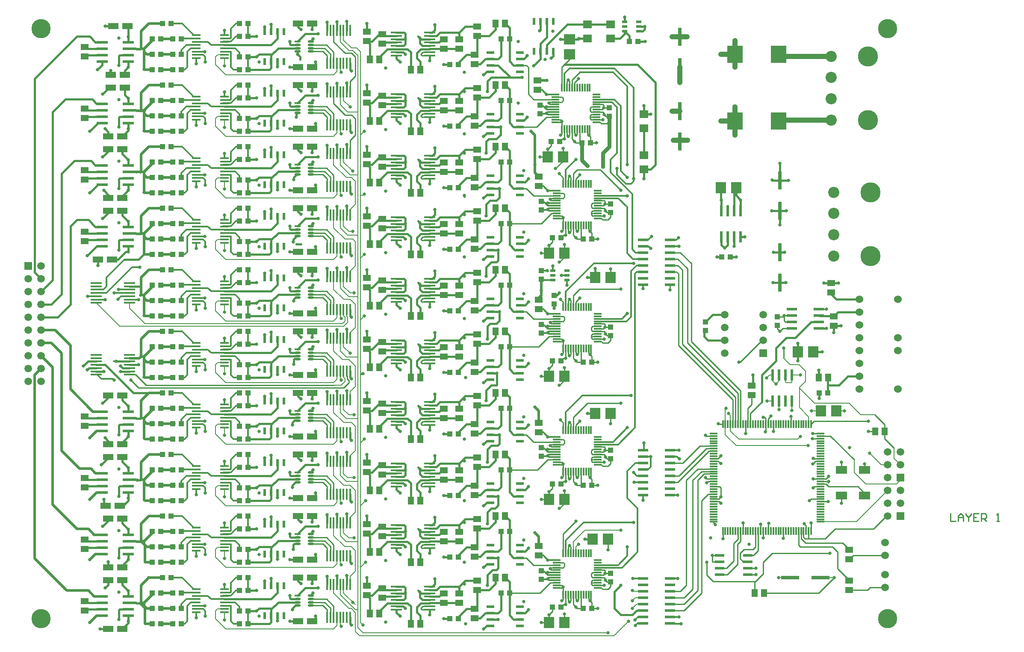
<source format=gtl>
%FSLAX23Y23*%
%MOIN*%
G70*
G01*
G75*
G04 Layer_Physical_Order=1*
%ADD10R,0.059X0.051*%
%ADD11R,0.039X0.024*%
%ADD12R,0.079X0.047*%
%ADD13R,0.016X0.085*%
%ADD14R,0.016X0.085*%
%ADD15R,0.024X0.055*%
%ADD16R,0.039X0.043*%
%ADD17R,0.071X0.063*%
%ADD18R,0.043X0.039*%
%ADD19R,0.048X0.017*%
%ADD20O,0.048X0.017*%
%ADD21R,0.079X0.087*%
%ADD22R,0.012X0.063*%
%ADD23R,0.063X0.012*%
%ADD24R,0.031X0.142*%
%ADD25R,0.085X0.016*%
%ADD26R,0.051X0.059*%
%ADD27R,0.142X0.031*%
%ADD28R,0.081X0.024*%
%ADD29R,0.091X0.059*%
%ADD30R,0.073X0.024*%
%ADD31R,0.124X0.136*%
%ADD32R,0.087X0.079*%
%ADD33R,0.024X0.087*%
%ADD34R,0.024X0.087*%
%ADD35R,0.087X0.024*%
%ADD36R,0.087X0.024*%
%ADD37R,0.065X0.012*%
%ADD38R,0.085X0.016*%
%ADD39R,0.061X0.024*%
%ADD40C,0.010*%
%ADD41C,0.016*%
%ADD42C,0.008*%
%ADD43C,0.012*%
%ADD44C,0.020*%
%ADD45C,0.040*%
%ADD46C,0.030*%
%ADD47C,0.060*%
%ADD48C,0.150*%
%ADD49R,0.059X0.059*%
%ADD50C,0.059*%
%ADD51R,0.059X0.059*%
%ADD52C,0.059*%
%ADD53C,0.087*%
%ADD54C,0.157*%
%ADD55C,0.025*%
%ADD56C,0.040*%
D10*
X8500Y3737D02*
D03*
Y3663D02*
D03*
Y3497D02*
D03*
Y3423D02*
D03*
X7740Y4943D02*
D03*
Y5017D02*
D03*
X8380Y5557D02*
D03*
Y5483D02*
D03*
X8360Y5743D02*
D03*
Y5817D02*
D03*
X4860Y7757D02*
D03*
Y7683D02*
D03*
X5340Y7717D02*
D03*
Y7643D02*
D03*
X4740Y7777D02*
D03*
Y7703D02*
D03*
X5460Y7717D02*
D03*
Y7643D02*
D03*
X5600Y7817D02*
D03*
Y7743D02*
D03*
X5580Y7597D02*
D03*
Y7523D02*
D03*
X6070Y7323D02*
D03*
Y7397D02*
D03*
X6080Y6573D02*
D03*
Y6647D02*
D03*
Y5613D02*
D03*
Y5687D02*
D03*
Y4653D02*
D03*
Y4727D02*
D03*
Y3693D02*
D03*
Y3767D02*
D03*
X2540Y7657D02*
D03*
Y7583D02*
D03*
Y7177D02*
D03*
Y7103D02*
D03*
Y6697D02*
D03*
Y6623D02*
D03*
Y6217D02*
D03*
Y6143D02*
D03*
Y4777D02*
D03*
Y4703D02*
D03*
Y4297D02*
D03*
Y4223D02*
D03*
Y3817D02*
D03*
Y3743D02*
D03*
Y3337D02*
D03*
Y3263D02*
D03*
X4860Y7277D02*
D03*
Y7203D02*
D03*
X5340Y7237D02*
D03*
Y7163D02*
D03*
X4740Y7297D02*
D03*
Y7223D02*
D03*
X5460Y7237D02*
D03*
Y7163D02*
D03*
X5600Y7337D02*
D03*
Y7263D02*
D03*
X5580Y7117D02*
D03*
Y7043D02*
D03*
X4860Y6797D02*
D03*
Y6723D02*
D03*
X5340Y6757D02*
D03*
Y6683D02*
D03*
X4740Y6817D02*
D03*
Y6743D02*
D03*
X5460Y6757D02*
D03*
Y6683D02*
D03*
X5600Y6857D02*
D03*
Y6783D02*
D03*
X5580Y6637D02*
D03*
Y6563D02*
D03*
X4860Y6317D02*
D03*
Y6243D02*
D03*
X5340Y6277D02*
D03*
Y6203D02*
D03*
X4740Y6337D02*
D03*
Y6263D02*
D03*
X5460Y6277D02*
D03*
Y6203D02*
D03*
X5600Y6377D02*
D03*
Y6303D02*
D03*
X5580Y6157D02*
D03*
Y6083D02*
D03*
X4860Y5837D02*
D03*
Y5763D02*
D03*
X5340Y5797D02*
D03*
Y5723D02*
D03*
X4740Y5857D02*
D03*
Y5783D02*
D03*
X5460Y5797D02*
D03*
Y5723D02*
D03*
X5600Y5897D02*
D03*
Y5823D02*
D03*
X5580Y5677D02*
D03*
Y5603D02*
D03*
X4860Y5357D02*
D03*
Y5283D02*
D03*
X5340Y5317D02*
D03*
Y5243D02*
D03*
X4740Y5377D02*
D03*
Y5303D02*
D03*
X5460Y5317D02*
D03*
Y5243D02*
D03*
X5600Y5417D02*
D03*
Y5343D02*
D03*
X5580Y5197D02*
D03*
Y5123D02*
D03*
X4860Y4877D02*
D03*
Y4803D02*
D03*
X5340Y4837D02*
D03*
Y4763D02*
D03*
X4740Y4897D02*
D03*
Y4823D02*
D03*
X5460Y4837D02*
D03*
Y4763D02*
D03*
X5600Y4937D02*
D03*
Y4863D02*
D03*
X5580Y4717D02*
D03*
Y4643D02*
D03*
X4860Y4397D02*
D03*
Y4323D02*
D03*
X5340Y4357D02*
D03*
Y4283D02*
D03*
X4740Y4417D02*
D03*
Y4343D02*
D03*
X5460Y4357D02*
D03*
Y4283D02*
D03*
X5600Y4457D02*
D03*
Y4383D02*
D03*
X5580Y4237D02*
D03*
Y4163D02*
D03*
X4860Y3917D02*
D03*
Y3843D02*
D03*
X5340Y3877D02*
D03*
Y3803D02*
D03*
X4740Y3937D02*
D03*
Y3863D02*
D03*
X5460Y3877D02*
D03*
Y3803D02*
D03*
X5600Y3977D02*
D03*
Y3903D02*
D03*
X5580Y3757D02*
D03*
Y3683D02*
D03*
X4860Y3437D02*
D03*
Y3363D02*
D03*
X5340Y3397D02*
D03*
Y3323D02*
D03*
X4740Y3457D02*
D03*
Y3383D02*
D03*
X5460Y3397D02*
D03*
Y3323D02*
D03*
X5600Y3497D02*
D03*
Y3423D02*
D03*
X5580Y3277D02*
D03*
Y3203D02*
D03*
D11*
X6860Y7780D02*
D03*
Y7817D02*
D03*
Y7855D02*
D03*
X6750Y7780D02*
D03*
Y7817D02*
D03*
Y7855D02*
D03*
X6190Y5915D02*
D03*
Y5877D02*
D03*
Y5840D02*
D03*
X6300Y5915D02*
D03*
Y5877D02*
D03*
Y5840D02*
D03*
D12*
X2765Y7820D02*
D03*
X2875D02*
D03*
X2745Y7340D02*
D03*
X2855D02*
D03*
X2725Y6860D02*
D03*
X2835D02*
D03*
X2725Y6380D02*
D03*
X2835D02*
D03*
X2725Y4940D02*
D03*
X2835D02*
D03*
X2725Y4460D02*
D03*
X2835D02*
D03*
X2725Y3980D02*
D03*
X2835D02*
D03*
X2725Y3500D02*
D03*
X2835D02*
D03*
X2855Y7440D02*
D03*
X2745D02*
D03*
X2835Y6960D02*
D03*
X2725D02*
D03*
X2835Y6480D02*
D03*
X2725D02*
D03*
X2755Y6000D02*
D03*
X2645D02*
D03*
X2835Y4560D02*
D03*
X2725D02*
D03*
X2815Y4080D02*
D03*
X2705D02*
D03*
X2835Y3600D02*
D03*
X2725D02*
D03*
X2835Y3120D02*
D03*
X2725D02*
D03*
X4205Y7500D02*
D03*
X4315D02*
D03*
X4205Y7840D02*
D03*
X4315D02*
D03*
X4205Y7020D02*
D03*
X4315D02*
D03*
X4205Y7360D02*
D03*
X4315D02*
D03*
X4205Y6540D02*
D03*
X4315D02*
D03*
X4205Y6880D02*
D03*
X4315D02*
D03*
X4205Y6060D02*
D03*
X4315D02*
D03*
X4205Y6400D02*
D03*
X4315D02*
D03*
X4205Y5580D02*
D03*
X4315D02*
D03*
X4205Y5920D02*
D03*
X4315D02*
D03*
X4205Y5100D02*
D03*
X4315D02*
D03*
X4205Y5440D02*
D03*
X4315D02*
D03*
X4205Y4620D02*
D03*
X4315D02*
D03*
X4205Y4960D02*
D03*
X4315D02*
D03*
X4205Y4140D02*
D03*
X4315D02*
D03*
X4205Y4480D02*
D03*
X4315D02*
D03*
X4205Y3660D02*
D03*
X4315D02*
D03*
X4205Y4000D02*
D03*
X4315D02*
D03*
X4205Y3180D02*
D03*
X4315D02*
D03*
X4205Y3520D02*
D03*
X4315D02*
D03*
D13*
X4610Y3949D02*
D03*
X4584D02*
D03*
X4558D02*
D03*
X4533D02*
D03*
X4507D02*
D03*
X4482D02*
D03*
X4456D02*
D03*
X4430D02*
D03*
X4610Y3691D02*
D03*
X4584D02*
D03*
X4558D02*
D03*
X4533D02*
D03*
X4507D02*
D03*
X4482D02*
D03*
X4456D02*
D03*
Y7051D02*
D03*
X4482D02*
D03*
X4507D02*
D03*
X4533D02*
D03*
X4558D02*
D03*
X4584D02*
D03*
X4610D02*
D03*
X4430Y7309D02*
D03*
X4456D02*
D03*
X4482D02*
D03*
X4507D02*
D03*
X4533D02*
D03*
X4558D02*
D03*
X4584D02*
D03*
X4610D02*
D03*
X4456Y6571D02*
D03*
X4482D02*
D03*
X4507D02*
D03*
X4533D02*
D03*
X4558D02*
D03*
X4584D02*
D03*
X4610D02*
D03*
X4430Y6829D02*
D03*
X4456D02*
D03*
X4482D02*
D03*
X4507D02*
D03*
X4533D02*
D03*
X4558D02*
D03*
X4584D02*
D03*
X4610D02*
D03*
X4456Y6091D02*
D03*
X4482D02*
D03*
X4507D02*
D03*
X4533D02*
D03*
X4558D02*
D03*
X4584D02*
D03*
X4610D02*
D03*
X4430Y6349D02*
D03*
X4456D02*
D03*
X4482D02*
D03*
X4507D02*
D03*
X4533D02*
D03*
X4558D02*
D03*
X4584D02*
D03*
X4610D02*
D03*
X4456Y5611D02*
D03*
X4482D02*
D03*
X4507D02*
D03*
X4533D02*
D03*
X4558D02*
D03*
X4584D02*
D03*
X4610D02*
D03*
X4430Y5869D02*
D03*
X4456D02*
D03*
X4482D02*
D03*
X4507D02*
D03*
X4533D02*
D03*
X4558D02*
D03*
X4584D02*
D03*
X4610D02*
D03*
X4456Y5131D02*
D03*
X4482D02*
D03*
X4507D02*
D03*
X4533D02*
D03*
X4558D02*
D03*
X4584D02*
D03*
X4610D02*
D03*
X4430Y5389D02*
D03*
X4456D02*
D03*
X4482D02*
D03*
X4507D02*
D03*
X4533D02*
D03*
X4558D02*
D03*
X4584D02*
D03*
X4610D02*
D03*
X4456Y4651D02*
D03*
X4482D02*
D03*
X4507D02*
D03*
X4533D02*
D03*
X4558D02*
D03*
X4584D02*
D03*
X4610D02*
D03*
X4430Y4909D02*
D03*
X4456D02*
D03*
X4482D02*
D03*
X4507D02*
D03*
X4533D02*
D03*
X4558D02*
D03*
X4584D02*
D03*
X4610D02*
D03*
X4456Y4171D02*
D03*
X4482D02*
D03*
X4507D02*
D03*
X4533D02*
D03*
X4558D02*
D03*
X4584D02*
D03*
X4610D02*
D03*
X4430Y4429D02*
D03*
X4456D02*
D03*
X4482D02*
D03*
X4507D02*
D03*
X4533D02*
D03*
X4558D02*
D03*
X4584D02*
D03*
X4610D02*
D03*
X4456Y3211D02*
D03*
X4482D02*
D03*
X4507D02*
D03*
X4533D02*
D03*
X4558D02*
D03*
X4584D02*
D03*
X4610D02*
D03*
X4430Y3469D02*
D03*
X4456D02*
D03*
X4482D02*
D03*
X4507D02*
D03*
X4533D02*
D03*
X4558D02*
D03*
X4584D02*
D03*
X4610D02*
D03*
Y7789D02*
D03*
X4584D02*
D03*
X4558D02*
D03*
X4533D02*
D03*
X4507D02*
D03*
X4482D02*
D03*
X4456D02*
D03*
X4430D02*
D03*
X4610Y7531D02*
D03*
X4584D02*
D03*
X4558D02*
D03*
X4533D02*
D03*
X4507D02*
D03*
X4482D02*
D03*
X4456D02*
D03*
D14*
X4430Y3691D02*
D03*
Y7051D02*
D03*
Y6571D02*
D03*
Y6091D02*
D03*
Y5611D02*
D03*
Y5131D02*
D03*
Y4651D02*
D03*
Y4171D02*
D03*
Y3211D02*
D03*
Y7531D02*
D03*
D15*
X6045Y7624D02*
D03*
X6095D02*
D03*
X6145D02*
D03*
X6195D02*
D03*
X6045Y7856D02*
D03*
X6095D02*
D03*
X6145D02*
D03*
X6195D02*
D03*
X3945Y7544D02*
D03*
X3995D02*
D03*
X4045D02*
D03*
X4095D02*
D03*
X3945Y7776D02*
D03*
X3995D02*
D03*
X4045D02*
D03*
X4095D02*
D03*
X3945Y7064D02*
D03*
X3995D02*
D03*
X4045D02*
D03*
X4095D02*
D03*
X3945Y7296D02*
D03*
X3995D02*
D03*
X4045D02*
D03*
X4095D02*
D03*
X3945Y6584D02*
D03*
X3995D02*
D03*
X4045D02*
D03*
X4095D02*
D03*
X3945Y6816D02*
D03*
X3995D02*
D03*
X4045D02*
D03*
X4095D02*
D03*
X3945Y6104D02*
D03*
X3995D02*
D03*
X4045D02*
D03*
X4095D02*
D03*
X3945Y6336D02*
D03*
X3995D02*
D03*
X4045D02*
D03*
X4095D02*
D03*
X3945Y5624D02*
D03*
X3995D02*
D03*
X4045D02*
D03*
X4095D02*
D03*
X3945Y5856D02*
D03*
X3995D02*
D03*
X4045D02*
D03*
X4095D02*
D03*
X3945Y5144D02*
D03*
X3995D02*
D03*
X4045D02*
D03*
X4095D02*
D03*
X3945Y5376D02*
D03*
X3995D02*
D03*
X4045D02*
D03*
X4095D02*
D03*
X3945Y4664D02*
D03*
X3995D02*
D03*
X4045D02*
D03*
X4095D02*
D03*
X3945Y4896D02*
D03*
X3995D02*
D03*
X4045D02*
D03*
X4095D02*
D03*
X3945Y4184D02*
D03*
X3995D02*
D03*
X4045D02*
D03*
X4095D02*
D03*
X3945Y4416D02*
D03*
X3995D02*
D03*
X4045D02*
D03*
X4095D02*
D03*
X3945Y3704D02*
D03*
X3995D02*
D03*
X4045D02*
D03*
X4095D02*
D03*
X3945Y3936D02*
D03*
X3995D02*
D03*
X4045D02*
D03*
X4095D02*
D03*
X3945Y3224D02*
D03*
X3995D02*
D03*
X4045D02*
D03*
X4095D02*
D03*
X3945Y3456D02*
D03*
X3995D02*
D03*
X4045D02*
D03*
X4095D02*
D03*
D16*
X6200Y5721D02*
D03*
Y5655D02*
D03*
X7940Y5487D02*
D03*
Y5553D02*
D03*
X7380Y5447D02*
D03*
Y5513D02*
D03*
X6100Y5847D02*
D03*
Y5913D02*
D03*
X6630Y7117D02*
D03*
Y7183D02*
D03*
X6090Y7137D02*
D03*
Y7203D02*
D03*
X6640Y6367D02*
D03*
Y6433D02*
D03*
X6100Y6387D02*
D03*
Y6453D02*
D03*
X6640Y5407D02*
D03*
Y5473D02*
D03*
X6100Y5427D02*
D03*
Y5493D02*
D03*
X6640Y4447D02*
D03*
Y4513D02*
D03*
X6100Y4467D02*
D03*
Y4533D02*
D03*
X6640Y3487D02*
D03*
Y3553D02*
D03*
X6100Y3507D02*
D03*
Y3573D02*
D03*
D17*
X6640Y7725D02*
D03*
Y7835D02*
D03*
X6460D02*
D03*
Y7725D02*
D03*
X6900Y7135D02*
D03*
Y7025D02*
D03*
Y6815D02*
D03*
Y6705D02*
D03*
D18*
X3067Y3640D02*
D03*
X3133D02*
D03*
X3067Y3160D02*
D03*
X3133D02*
D03*
X8333Y4960D02*
D03*
X8267D02*
D03*
X6787Y7700D02*
D03*
X6853D02*
D03*
X7573Y6020D02*
D03*
X7507D02*
D03*
X5387Y7520D02*
D03*
X5453D02*
D03*
X5787Y7720D02*
D03*
X5387Y5120D02*
D03*
X5453D02*
D03*
X6417Y6910D02*
D03*
X6483D02*
D03*
X6243Y6920D02*
D03*
X6177D02*
D03*
X6427Y6160D02*
D03*
X6493D02*
D03*
X6253Y6170D02*
D03*
X6187D02*
D03*
X6427Y5200D02*
D03*
X6493D02*
D03*
X6253Y5210D02*
D03*
X6187D02*
D03*
X6427Y4240D02*
D03*
X6493D02*
D03*
X6253Y4250D02*
D03*
X6187D02*
D03*
X6427Y3280D02*
D03*
X6493D02*
D03*
X6253Y3290D02*
D03*
X6187D02*
D03*
X3147Y7840D02*
D03*
X3213D02*
D03*
X3227Y7720D02*
D03*
X3293D02*
D03*
X3133D02*
D03*
X3067D02*
D03*
X3227Y7480D02*
D03*
X3293D02*
D03*
X3133D02*
D03*
X3067D02*
D03*
X3227Y7600D02*
D03*
X3293D02*
D03*
X3133D02*
D03*
X3067D02*
D03*
X3813Y7480D02*
D03*
X3747D02*
D03*
X3813Y7840D02*
D03*
X3747D02*
D03*
X3813Y7740D02*
D03*
X3747D02*
D03*
X3813Y7580D02*
D03*
X3747D02*
D03*
X3147Y7360D02*
D03*
X3213D02*
D03*
X3227Y7240D02*
D03*
X3293D02*
D03*
X3133D02*
D03*
X3067D02*
D03*
X3227Y7000D02*
D03*
X3293D02*
D03*
X3133D02*
D03*
X3067D02*
D03*
X3227Y7120D02*
D03*
X3293D02*
D03*
X3133D02*
D03*
X3067D02*
D03*
X3813Y7000D02*
D03*
X3747D02*
D03*
X3813Y7360D02*
D03*
X3747D02*
D03*
X3813Y7260D02*
D03*
X3747D02*
D03*
X3813Y7100D02*
D03*
X3747D02*
D03*
X3147Y6880D02*
D03*
X3213D02*
D03*
X3227Y6760D02*
D03*
X3293D02*
D03*
X3133D02*
D03*
X3067D02*
D03*
X3227Y6520D02*
D03*
X3293D02*
D03*
X3133D02*
D03*
X3067D02*
D03*
X3227Y6640D02*
D03*
X3293D02*
D03*
X3133D02*
D03*
X3067D02*
D03*
X3813Y6520D02*
D03*
X3747D02*
D03*
X3813Y6880D02*
D03*
X3747D02*
D03*
X3813Y6780D02*
D03*
X3747D02*
D03*
X3813Y6620D02*
D03*
X3747D02*
D03*
X3147Y6400D02*
D03*
X3213D02*
D03*
X3227Y6280D02*
D03*
X3293D02*
D03*
X3133D02*
D03*
X3067D02*
D03*
X3227Y6040D02*
D03*
X3293D02*
D03*
X3133D02*
D03*
X3067D02*
D03*
X3227Y6160D02*
D03*
X3293D02*
D03*
X3133D02*
D03*
X3067D02*
D03*
X3813Y6040D02*
D03*
X3747D02*
D03*
X3813Y6400D02*
D03*
X3747D02*
D03*
X3813Y6300D02*
D03*
X3747D02*
D03*
X3813Y6140D02*
D03*
X3747D02*
D03*
X3147Y5920D02*
D03*
X3213D02*
D03*
X3227Y5800D02*
D03*
X3293D02*
D03*
X3133D02*
D03*
X3067D02*
D03*
X3227Y5560D02*
D03*
X3293D02*
D03*
X3133D02*
D03*
X3067D02*
D03*
X3227Y5680D02*
D03*
X3293D02*
D03*
X3133D02*
D03*
X3067D02*
D03*
X3813Y5560D02*
D03*
X3747D02*
D03*
X3813Y5920D02*
D03*
X3747D02*
D03*
X3813Y5820D02*
D03*
X3747D02*
D03*
X3813Y5660D02*
D03*
X3747D02*
D03*
X3147Y5440D02*
D03*
X3213D02*
D03*
X3227Y5320D02*
D03*
X3293D02*
D03*
X3133D02*
D03*
X3067D02*
D03*
X3227Y5080D02*
D03*
X3293D02*
D03*
X3133D02*
D03*
X3067D02*
D03*
X3227Y5200D02*
D03*
X3293D02*
D03*
X3813Y5080D02*
D03*
X3747D02*
D03*
X3813Y5440D02*
D03*
X3747D02*
D03*
X3813Y5340D02*
D03*
X3747D02*
D03*
X3813Y5180D02*
D03*
X3747D02*
D03*
X3147Y4960D02*
D03*
X3213D02*
D03*
X3227Y4840D02*
D03*
X3293D02*
D03*
X3133D02*
D03*
X3067D02*
D03*
X3227Y4600D02*
D03*
X3293D02*
D03*
X3133D02*
D03*
X3067D02*
D03*
X3227Y4720D02*
D03*
X3293D02*
D03*
X3133D02*
D03*
X3067D02*
D03*
X3813Y4600D02*
D03*
X3747D02*
D03*
X3813Y4960D02*
D03*
X3747D02*
D03*
X3813Y4860D02*
D03*
X3747D02*
D03*
X3813Y4700D02*
D03*
X3747D02*
D03*
X3147Y4480D02*
D03*
X3213D02*
D03*
X3227Y4360D02*
D03*
X3293D02*
D03*
X3133D02*
D03*
X3067D02*
D03*
X3227Y4120D02*
D03*
X3293D02*
D03*
X3133D02*
D03*
X3067D02*
D03*
X3227Y4240D02*
D03*
X3293D02*
D03*
X3133D02*
D03*
X3067D02*
D03*
X3813Y4120D02*
D03*
X3747D02*
D03*
X3813Y4480D02*
D03*
X3747D02*
D03*
X3813Y4380D02*
D03*
X3747D02*
D03*
X3813Y4220D02*
D03*
X3747D02*
D03*
X3147Y4000D02*
D03*
X3213D02*
D03*
X3227Y3880D02*
D03*
X3293D02*
D03*
X3133D02*
D03*
X3067D02*
D03*
X3227Y3640D02*
D03*
X3293D02*
D03*
X3227Y3760D02*
D03*
X3293D02*
D03*
X3133D02*
D03*
X3067D02*
D03*
X3813Y3640D02*
D03*
X3747D02*
D03*
X3813Y4000D02*
D03*
X3747D02*
D03*
X3813Y3900D02*
D03*
X3747D02*
D03*
X3813Y3740D02*
D03*
X3747D02*
D03*
X3147Y3520D02*
D03*
X3213D02*
D03*
X3227Y3400D02*
D03*
X3293D02*
D03*
X3133D02*
D03*
X3067D02*
D03*
X3227Y3160D02*
D03*
X3293D02*
D03*
X3227Y3280D02*
D03*
X3293D02*
D03*
X3133D02*
D03*
X3067D02*
D03*
X3813Y3160D02*
D03*
X3747D02*
D03*
X3813Y3520D02*
D03*
X3747D02*
D03*
X3813Y3420D02*
D03*
X3747D02*
D03*
X3813Y3260D02*
D03*
X3747D02*
D03*
X3067Y5200D02*
D03*
X3133D02*
D03*
X5853Y7720D02*
D03*
X5387Y7040D02*
D03*
X5453D02*
D03*
X5853Y7240D02*
D03*
X5787D02*
D03*
X5387Y6560D02*
D03*
X5453D02*
D03*
X5853Y6760D02*
D03*
X5787D02*
D03*
X5387Y6080D02*
D03*
X5453D02*
D03*
X5853Y6280D02*
D03*
X5787D02*
D03*
X5387Y5600D02*
D03*
X5453D02*
D03*
X5853Y5800D02*
D03*
X5787D02*
D03*
X5853Y5320D02*
D03*
X5787D02*
D03*
X5387Y4640D02*
D03*
X5453D02*
D03*
X5853Y4840D02*
D03*
X5787D02*
D03*
X5387Y4160D02*
D03*
X5453D02*
D03*
X5853Y4360D02*
D03*
X5787D02*
D03*
X5387Y3680D02*
D03*
X5453D02*
D03*
X5853Y3880D02*
D03*
X5787D02*
D03*
X5387Y3200D02*
D03*
X5453D02*
D03*
X5853Y3400D02*
D03*
X5787D02*
D03*
D19*
X4200Y7700D02*
D03*
Y7220D02*
D03*
Y6740D02*
D03*
Y6260D02*
D03*
Y5780D02*
D03*
Y5300D02*
D03*
Y4820D02*
D03*
Y4340D02*
D03*
Y3860D02*
D03*
Y3380D02*
D03*
D20*
Y7674D02*
D03*
Y7649D02*
D03*
Y7623D02*
D03*
X4303Y7700D02*
D03*
Y7674D02*
D03*
Y7649D02*
D03*
Y7623D02*
D03*
Y7143D02*
D03*
Y7169D02*
D03*
Y7194D02*
D03*
Y7220D02*
D03*
X4200Y7143D02*
D03*
Y7169D02*
D03*
Y7194D02*
D03*
X4303Y6663D02*
D03*
Y6689D02*
D03*
Y6714D02*
D03*
Y6740D02*
D03*
X4200Y6663D02*
D03*
Y6689D02*
D03*
Y6714D02*
D03*
X4303Y6183D02*
D03*
Y6209D02*
D03*
Y6234D02*
D03*
Y6260D02*
D03*
X4200Y6183D02*
D03*
Y6209D02*
D03*
Y6234D02*
D03*
X4303Y5703D02*
D03*
Y5729D02*
D03*
Y5754D02*
D03*
Y5780D02*
D03*
X4200Y5703D02*
D03*
Y5729D02*
D03*
Y5754D02*
D03*
X4303Y5223D02*
D03*
Y5249D02*
D03*
Y5274D02*
D03*
Y5300D02*
D03*
X4200Y5223D02*
D03*
Y5249D02*
D03*
Y5274D02*
D03*
X4303Y4743D02*
D03*
Y4769D02*
D03*
Y4794D02*
D03*
Y4820D02*
D03*
X4200Y4743D02*
D03*
Y4769D02*
D03*
Y4794D02*
D03*
X4303Y4263D02*
D03*
Y4289D02*
D03*
Y4314D02*
D03*
Y4340D02*
D03*
X4200Y4263D02*
D03*
Y4289D02*
D03*
Y4314D02*
D03*
X4303Y3783D02*
D03*
Y3809D02*
D03*
Y3834D02*
D03*
Y3860D02*
D03*
X4200Y3783D02*
D03*
Y3809D02*
D03*
Y3834D02*
D03*
X4303Y3303D02*
D03*
Y3329D02*
D03*
Y3354D02*
D03*
Y3380D02*
D03*
X4200Y3303D02*
D03*
Y3329D02*
D03*
Y3354D02*
D03*
D21*
X6501Y3820D02*
D03*
X6619D02*
D03*
X8219Y5280D02*
D03*
X8101D02*
D03*
X6639Y4800D02*
D03*
X6521D02*
D03*
X8281Y4820D02*
D03*
X8399D02*
D03*
X7619Y6560D02*
D03*
X7501D02*
D03*
X6269Y6800D02*
D03*
X6151D02*
D03*
X6279Y6050D02*
D03*
X6161D02*
D03*
X6279Y5090D02*
D03*
X6161D02*
D03*
X6279Y4130D02*
D03*
X6161D02*
D03*
X6279Y3170D02*
D03*
X6161D02*
D03*
X6521Y5860D02*
D03*
X6639D02*
D03*
D22*
X7516Y3883D02*
D03*
X7535D02*
D03*
X7555D02*
D03*
X7575D02*
D03*
X7594D02*
D03*
X7614D02*
D03*
X7634D02*
D03*
X7653D02*
D03*
X7673D02*
D03*
X7693D02*
D03*
X7712D02*
D03*
X7732D02*
D03*
X7752D02*
D03*
X7771D02*
D03*
X7791D02*
D03*
X7811D02*
D03*
X7830D02*
D03*
X7850D02*
D03*
X7870D02*
D03*
X7890D02*
D03*
X7909D02*
D03*
X7929D02*
D03*
X7949D02*
D03*
X7968D02*
D03*
X7988D02*
D03*
X8008D02*
D03*
X8027D02*
D03*
X8047D02*
D03*
X8067D02*
D03*
X8086D02*
D03*
X8106D02*
D03*
X8126D02*
D03*
X8145D02*
D03*
X8165D02*
D03*
X8185D02*
D03*
X8204D02*
D03*
X7516Y4717D02*
D03*
X7535D02*
D03*
X7555D02*
D03*
X7575D02*
D03*
X7594D02*
D03*
X7614D02*
D03*
X7634D02*
D03*
X7653D02*
D03*
X7673D02*
D03*
X7693D02*
D03*
X7712D02*
D03*
X7732D02*
D03*
X7752D02*
D03*
X7771D02*
D03*
X7791D02*
D03*
X7811D02*
D03*
X7830D02*
D03*
X7850D02*
D03*
X7870D02*
D03*
X7890D02*
D03*
X7909D02*
D03*
X7929D02*
D03*
X7949D02*
D03*
X7968D02*
D03*
X7988D02*
D03*
X8008D02*
D03*
X8027D02*
D03*
X8047D02*
D03*
X8067D02*
D03*
X8086D02*
D03*
X8106D02*
D03*
X8126D02*
D03*
X8145D02*
D03*
X8165D02*
D03*
X8185D02*
D03*
X8204D02*
D03*
X6272Y6269D02*
D03*
X6291D02*
D03*
X6311D02*
D03*
X6331D02*
D03*
X6350D02*
D03*
X6370D02*
D03*
X6390D02*
D03*
X6410D02*
D03*
X6429D02*
D03*
X6449D02*
D03*
X6469D02*
D03*
X6488D02*
D03*
X6272Y6591D02*
D03*
X6291D02*
D03*
X6311D02*
D03*
X6331D02*
D03*
X6350D02*
D03*
X6370D02*
D03*
X6390D02*
D03*
X6410D02*
D03*
X6429D02*
D03*
X6449D02*
D03*
X6469D02*
D03*
X6488D02*
D03*
X6272Y5309D02*
D03*
X6291D02*
D03*
X6311D02*
D03*
X6331D02*
D03*
X6350D02*
D03*
X6370D02*
D03*
X6390D02*
D03*
X6410D02*
D03*
X6429D02*
D03*
X6449D02*
D03*
X6469D02*
D03*
X6488D02*
D03*
X6272Y5631D02*
D03*
X6291D02*
D03*
X6311D02*
D03*
X6331D02*
D03*
X6350D02*
D03*
X6370D02*
D03*
X6390D02*
D03*
X6410D02*
D03*
X6429D02*
D03*
X6449D02*
D03*
X6469D02*
D03*
X6488D02*
D03*
X6272Y4349D02*
D03*
X6291D02*
D03*
X6311D02*
D03*
X6331D02*
D03*
X6350D02*
D03*
X6370D02*
D03*
X6390D02*
D03*
X6410D02*
D03*
X6429D02*
D03*
X6449D02*
D03*
X6469D02*
D03*
X6488D02*
D03*
X6272Y4671D02*
D03*
X6291D02*
D03*
X6311D02*
D03*
X6331D02*
D03*
X6350D02*
D03*
X6370D02*
D03*
X6390D02*
D03*
X6410D02*
D03*
X6429D02*
D03*
X6449D02*
D03*
X6469D02*
D03*
X6488D02*
D03*
X6272Y3389D02*
D03*
X6291D02*
D03*
X6311D02*
D03*
X6331D02*
D03*
X6350D02*
D03*
X6370D02*
D03*
X6390D02*
D03*
X6410D02*
D03*
X6429D02*
D03*
X6449D02*
D03*
X6469D02*
D03*
X6488D02*
D03*
X6272Y3711D02*
D03*
X6291D02*
D03*
X6311D02*
D03*
X6331D02*
D03*
X6350D02*
D03*
X6370D02*
D03*
X6390D02*
D03*
X6410D02*
D03*
X6429D02*
D03*
X6449D02*
D03*
X6469D02*
D03*
X6488D02*
D03*
X6262Y7019D02*
D03*
X6281D02*
D03*
X6301D02*
D03*
X6321D02*
D03*
X6340D02*
D03*
X6360D02*
D03*
X6380D02*
D03*
X6400D02*
D03*
X6419D02*
D03*
X6439D02*
D03*
X6459D02*
D03*
X6478D02*
D03*
X6262Y7341D02*
D03*
X6281D02*
D03*
X6301D02*
D03*
X6321D02*
D03*
X6340D02*
D03*
X6360D02*
D03*
X6380D02*
D03*
X6400D02*
D03*
X6419D02*
D03*
X6439D02*
D03*
X6459D02*
D03*
X6478D02*
D03*
D23*
X8277Y3956D02*
D03*
Y3975D02*
D03*
Y3995D02*
D03*
Y4015D02*
D03*
Y4034D02*
D03*
Y4054D02*
D03*
Y4074D02*
D03*
Y4093D02*
D03*
Y4113D02*
D03*
Y4133D02*
D03*
Y4152D02*
D03*
Y4172D02*
D03*
Y4192D02*
D03*
Y4211D02*
D03*
Y4231D02*
D03*
Y4251D02*
D03*
Y4270D02*
D03*
Y4290D02*
D03*
Y4310D02*
D03*
Y4330D02*
D03*
Y4349D02*
D03*
Y4369D02*
D03*
Y4389D02*
D03*
Y4408D02*
D03*
Y4428D02*
D03*
Y4448D02*
D03*
Y4467D02*
D03*
Y4487D02*
D03*
Y4507D02*
D03*
Y4526D02*
D03*
Y4546D02*
D03*
Y4566D02*
D03*
Y4585D02*
D03*
Y4605D02*
D03*
Y4625D02*
D03*
Y4644D02*
D03*
X7443Y3956D02*
D03*
Y3975D02*
D03*
Y3995D02*
D03*
Y4015D02*
D03*
Y4034D02*
D03*
Y4054D02*
D03*
Y4074D02*
D03*
Y4093D02*
D03*
Y4113D02*
D03*
Y4133D02*
D03*
Y4152D02*
D03*
Y4172D02*
D03*
Y4192D02*
D03*
Y4211D02*
D03*
Y4231D02*
D03*
Y4251D02*
D03*
Y4270D02*
D03*
Y4290D02*
D03*
Y4310D02*
D03*
Y4330D02*
D03*
Y4349D02*
D03*
Y4369D02*
D03*
Y4389D02*
D03*
Y4408D02*
D03*
Y4428D02*
D03*
Y4448D02*
D03*
Y4467D02*
D03*
Y4487D02*
D03*
Y4507D02*
D03*
Y4526D02*
D03*
Y4546D02*
D03*
Y4566D02*
D03*
Y4585D02*
D03*
Y4605D02*
D03*
Y4625D02*
D03*
Y4644D02*
D03*
X6541Y6322D02*
D03*
Y6341D02*
D03*
Y6361D02*
D03*
Y6381D02*
D03*
Y6400D02*
D03*
Y6420D02*
D03*
Y6440D02*
D03*
Y6460D02*
D03*
Y6479D02*
D03*
Y6499D02*
D03*
Y6519D02*
D03*
Y6538D02*
D03*
X6219Y6322D02*
D03*
Y6341D02*
D03*
Y6381D02*
D03*
Y6400D02*
D03*
Y6420D02*
D03*
Y6440D02*
D03*
Y6460D02*
D03*
Y6479D02*
D03*
Y6519D02*
D03*
Y6538D02*
D03*
X6541Y5362D02*
D03*
Y5381D02*
D03*
Y5401D02*
D03*
Y5421D02*
D03*
Y5440D02*
D03*
Y5460D02*
D03*
Y5480D02*
D03*
Y5500D02*
D03*
Y5519D02*
D03*
Y5539D02*
D03*
Y5559D02*
D03*
Y5578D02*
D03*
X6219Y5362D02*
D03*
Y5381D02*
D03*
Y5401D02*
D03*
Y5421D02*
D03*
Y5440D02*
D03*
Y5460D02*
D03*
Y5480D02*
D03*
Y5500D02*
D03*
Y5519D02*
D03*
Y5559D02*
D03*
Y5578D02*
D03*
X6541Y4402D02*
D03*
Y4421D02*
D03*
Y4441D02*
D03*
Y4461D02*
D03*
Y4480D02*
D03*
Y4500D02*
D03*
Y4520D02*
D03*
Y4540D02*
D03*
Y4559D02*
D03*
Y4579D02*
D03*
Y4599D02*
D03*
Y4618D02*
D03*
X6219Y4402D02*
D03*
Y4421D02*
D03*
Y4461D02*
D03*
Y4480D02*
D03*
Y4500D02*
D03*
Y4520D02*
D03*
Y4540D02*
D03*
Y4559D02*
D03*
Y4599D02*
D03*
Y4618D02*
D03*
X6541Y3442D02*
D03*
Y3461D02*
D03*
Y3481D02*
D03*
Y3501D02*
D03*
Y3520D02*
D03*
Y3540D02*
D03*
Y3560D02*
D03*
Y3580D02*
D03*
Y3599D02*
D03*
Y3619D02*
D03*
Y3639D02*
D03*
Y3658D02*
D03*
X6219Y3442D02*
D03*
Y3461D02*
D03*
Y3481D02*
D03*
Y3501D02*
D03*
Y3520D02*
D03*
Y3540D02*
D03*
Y3560D02*
D03*
Y3580D02*
D03*
Y3599D02*
D03*
Y3639D02*
D03*
Y3658D02*
D03*
X6531Y7072D02*
D03*
Y7091D02*
D03*
Y7111D02*
D03*
Y7131D02*
D03*
Y7150D02*
D03*
Y7170D02*
D03*
Y7190D02*
D03*
Y7210D02*
D03*
Y7229D02*
D03*
Y7249D02*
D03*
Y7269D02*
D03*
Y7288D02*
D03*
X6209Y7072D02*
D03*
Y7091D02*
D03*
Y7131D02*
D03*
Y7150D02*
D03*
Y7170D02*
D03*
Y7190D02*
D03*
Y7210D02*
D03*
Y7229D02*
D03*
Y7269D02*
D03*
Y7288D02*
D03*
Y7249D02*
D03*
X6219Y6499D02*
D03*
Y4441D02*
D03*
X6209Y7111D02*
D03*
X6219Y6361D02*
D03*
Y5539D02*
D03*
Y4579D02*
D03*
Y3619D02*
D03*
D24*
X7180Y7502D02*
D03*
Y7738D02*
D03*
X7960Y5822D02*
D03*
Y6058D02*
D03*
X7180Y7158D02*
D03*
Y6922D02*
D03*
X7960Y6382D02*
D03*
Y6618D02*
D03*
D25*
X2631Y5817D02*
D03*
Y5791D02*
D03*
X2889Y5817D02*
D03*
X2631Y5689D02*
D03*
X2889D02*
D03*
X2631Y5714D02*
D03*
X2889D02*
D03*
Y5740D02*
D03*
Y5766D02*
D03*
X2631Y5740D02*
D03*
Y5766D02*
D03*
X2889Y5663D02*
D03*
X2631D02*
D03*
X2889Y5791D02*
D03*
X2631Y5257D02*
D03*
Y5231D02*
D03*
Y5206D02*
D03*
Y5180D02*
D03*
Y5154D02*
D03*
Y5129D02*
D03*
Y5103D02*
D03*
X2889Y5257D02*
D03*
Y5231D02*
D03*
Y5206D02*
D03*
Y5180D02*
D03*
Y5154D02*
D03*
Y5129D02*
D03*
Y5103D02*
D03*
X4971Y7744D02*
D03*
Y7718D02*
D03*
Y7693D02*
D03*
Y7667D02*
D03*
Y7642D02*
D03*
Y7616D02*
D03*
Y7590D02*
D03*
X5229Y7770D02*
D03*
Y7744D02*
D03*
Y7718D02*
D03*
Y7693D02*
D03*
Y7667D02*
D03*
Y7642D02*
D03*
Y7616D02*
D03*
Y7590D02*
D03*
X4971Y7264D02*
D03*
Y7238D02*
D03*
Y7213D02*
D03*
Y7187D02*
D03*
Y7162D02*
D03*
Y7136D02*
D03*
Y7110D02*
D03*
X5229Y7290D02*
D03*
Y7264D02*
D03*
Y7238D02*
D03*
Y7213D02*
D03*
Y7187D02*
D03*
Y7162D02*
D03*
Y7136D02*
D03*
Y7110D02*
D03*
X4971Y6784D02*
D03*
Y6758D02*
D03*
Y6733D02*
D03*
Y6707D02*
D03*
Y6682D02*
D03*
Y6656D02*
D03*
Y6630D02*
D03*
X5229Y6810D02*
D03*
Y6784D02*
D03*
Y6758D02*
D03*
Y6733D02*
D03*
Y6707D02*
D03*
Y6682D02*
D03*
Y6656D02*
D03*
Y6630D02*
D03*
X4971Y6304D02*
D03*
Y6278D02*
D03*
Y6253D02*
D03*
Y6227D02*
D03*
Y6202D02*
D03*
Y6176D02*
D03*
Y6150D02*
D03*
X5229Y6330D02*
D03*
Y6304D02*
D03*
Y6278D02*
D03*
Y6253D02*
D03*
Y6227D02*
D03*
Y6202D02*
D03*
Y6176D02*
D03*
Y6150D02*
D03*
X4971Y5824D02*
D03*
Y5798D02*
D03*
Y5773D02*
D03*
Y5747D02*
D03*
Y5722D02*
D03*
Y5696D02*
D03*
Y5670D02*
D03*
X5229Y5850D02*
D03*
Y5824D02*
D03*
Y5798D02*
D03*
Y5773D02*
D03*
Y5747D02*
D03*
Y5722D02*
D03*
Y5696D02*
D03*
Y5670D02*
D03*
X4971Y5344D02*
D03*
Y5318D02*
D03*
Y5293D02*
D03*
Y5267D02*
D03*
Y5242D02*
D03*
Y5216D02*
D03*
Y5190D02*
D03*
X5229Y5370D02*
D03*
Y5344D02*
D03*
Y5318D02*
D03*
Y5293D02*
D03*
Y5267D02*
D03*
Y5242D02*
D03*
Y5216D02*
D03*
Y5190D02*
D03*
X4971Y4864D02*
D03*
Y4838D02*
D03*
Y4813D02*
D03*
Y4787D02*
D03*
Y4762D02*
D03*
Y4736D02*
D03*
Y4710D02*
D03*
X5229Y4890D02*
D03*
Y4864D02*
D03*
Y4838D02*
D03*
Y4813D02*
D03*
Y4787D02*
D03*
Y4762D02*
D03*
Y4736D02*
D03*
Y4710D02*
D03*
X4971Y4384D02*
D03*
Y4358D02*
D03*
Y4333D02*
D03*
Y4307D02*
D03*
Y4282D02*
D03*
Y4256D02*
D03*
Y4230D02*
D03*
X5229Y4410D02*
D03*
Y4384D02*
D03*
Y4358D02*
D03*
Y4333D02*
D03*
Y4307D02*
D03*
Y4282D02*
D03*
Y4256D02*
D03*
Y4230D02*
D03*
X4971Y3904D02*
D03*
Y3878D02*
D03*
Y3853D02*
D03*
Y3827D02*
D03*
Y3802D02*
D03*
Y3776D02*
D03*
Y3750D02*
D03*
X5229Y3930D02*
D03*
Y3904D02*
D03*
Y3878D02*
D03*
Y3853D02*
D03*
Y3827D02*
D03*
Y3802D02*
D03*
Y3776D02*
D03*
Y3750D02*
D03*
X4971Y3424D02*
D03*
Y3398D02*
D03*
Y3373D02*
D03*
Y3347D02*
D03*
Y3322D02*
D03*
Y3296D02*
D03*
Y3270D02*
D03*
X5229Y3450D02*
D03*
Y3424D02*
D03*
Y3398D02*
D03*
Y3373D02*
D03*
Y3347D02*
D03*
Y3322D02*
D03*
Y3296D02*
D03*
Y3270D02*
D03*
D26*
X8263Y5080D02*
D03*
X8337D02*
D03*
X7763Y3400D02*
D03*
X7837D02*
D03*
X8777Y4660D02*
D03*
X8703D02*
D03*
X5083Y7480D02*
D03*
X5157D02*
D03*
X4763Y7560D02*
D03*
X4837D02*
D03*
X5743Y7840D02*
D03*
X5817D02*
D03*
X5083Y7000D02*
D03*
X5157D02*
D03*
X4763Y7080D02*
D03*
X4837D02*
D03*
X5743Y7360D02*
D03*
X5817D02*
D03*
X5083Y6520D02*
D03*
X5157D02*
D03*
X4763Y6600D02*
D03*
X4837D02*
D03*
X5743Y6880D02*
D03*
X5817D02*
D03*
X5083Y6040D02*
D03*
X5157D02*
D03*
X4763Y6120D02*
D03*
X4837D02*
D03*
X5743Y6400D02*
D03*
X5817D02*
D03*
X5083Y5560D02*
D03*
X5157D02*
D03*
X4763Y5640D02*
D03*
X4837D02*
D03*
X5743Y5920D02*
D03*
X5817D02*
D03*
X5083Y5080D02*
D03*
X5157D02*
D03*
X4763Y5160D02*
D03*
X4837D02*
D03*
X5743Y5440D02*
D03*
X5817D02*
D03*
X5083Y4600D02*
D03*
X5157D02*
D03*
X4763Y4680D02*
D03*
X4837D02*
D03*
X5743Y4960D02*
D03*
X5817D02*
D03*
X5083Y4120D02*
D03*
X5157D02*
D03*
X4763Y4200D02*
D03*
X4837D02*
D03*
X5743Y4480D02*
D03*
X5817D02*
D03*
X5083Y3640D02*
D03*
X5157D02*
D03*
X4763Y3720D02*
D03*
X4837D02*
D03*
X5743Y4000D02*
D03*
X5817D02*
D03*
X5083Y3160D02*
D03*
X5157D02*
D03*
X4763Y3240D02*
D03*
X4837D02*
D03*
X5743Y3520D02*
D03*
X5817D02*
D03*
D27*
X8042Y3520D02*
D03*
X8278D02*
D03*
D28*
X8265Y5465D02*
D03*
Y5515D02*
D03*
Y5565D02*
D03*
Y5615D02*
D03*
X8055Y5465D02*
D03*
Y5515D02*
D03*
Y5565D02*
D03*
Y5615D02*
D03*
X7105Y3165D02*
D03*
Y3215D02*
D03*
Y3265D02*
D03*
Y3315D02*
D03*
Y3365D02*
D03*
Y3415D02*
D03*
Y3465D02*
D03*
Y3515D02*
D03*
X6895Y3165D02*
D03*
Y3215D02*
D03*
Y3265D02*
D03*
Y3315D02*
D03*
Y3365D02*
D03*
Y3415D02*
D03*
Y3465D02*
D03*
Y3515D02*
D03*
X6895Y4515D02*
D03*
Y4465D02*
D03*
Y4415D02*
D03*
Y4365D02*
D03*
Y4315D02*
D03*
Y4265D02*
D03*
Y4215D02*
D03*
Y4165D02*
D03*
X7105Y4515D02*
D03*
Y4465D02*
D03*
Y4415D02*
D03*
Y4365D02*
D03*
Y4315D02*
D03*
Y4265D02*
D03*
Y4215D02*
D03*
Y4165D02*
D03*
X6895Y6155D02*
D03*
Y6105D02*
D03*
Y6055D02*
D03*
Y6005D02*
D03*
Y5955D02*
D03*
Y5905D02*
D03*
Y5855D02*
D03*
Y5805D02*
D03*
X7105Y6155D02*
D03*
Y6105D02*
D03*
Y6055D02*
D03*
Y6005D02*
D03*
Y5955D02*
D03*
Y5905D02*
D03*
Y5855D02*
D03*
Y5805D02*
D03*
D29*
X8621Y4160D02*
D03*
Y4360D02*
D03*
X8440Y4160D02*
D03*
Y4360D02*
D03*
D30*
X7709Y3545D02*
D03*
Y3595D02*
D03*
Y3645D02*
D03*
Y3695D02*
D03*
X7491Y3545D02*
D03*
Y3595D02*
D03*
Y3645D02*
D03*
Y3695D02*
D03*
D31*
X7611Y7600D02*
D03*
X7949D02*
D03*
X7611Y7080D02*
D03*
X7949D02*
D03*
D32*
X6320Y7601D02*
D03*
Y7719D02*
D03*
D33*
X8055Y5102D02*
D03*
X7505Y6178D02*
D03*
D34*
X7905Y4898D02*
D03*
X7955D02*
D03*
X8005D02*
D03*
X8055D02*
D03*
X7905Y5102D02*
D03*
X7955D02*
D03*
X8005D02*
D03*
X7655Y6382D02*
D03*
X7605D02*
D03*
X7555D02*
D03*
X7505D02*
D03*
X7655Y6178D02*
D03*
X7605D02*
D03*
X7555D02*
D03*
D35*
X2678Y7695D02*
D03*
Y7215D02*
D03*
Y6735D02*
D03*
Y6255D02*
D03*
Y4815D02*
D03*
Y4335D02*
D03*
Y3855D02*
D03*
Y3375D02*
D03*
D36*
X2882Y7545D02*
D03*
Y7595D02*
D03*
Y7645D02*
D03*
Y7695D02*
D03*
X2678Y7545D02*
D03*
Y7595D02*
D03*
Y7645D02*
D03*
X2882Y7065D02*
D03*
Y7115D02*
D03*
Y7165D02*
D03*
Y7215D02*
D03*
X2678Y7065D02*
D03*
Y7115D02*
D03*
Y7165D02*
D03*
X2882Y6585D02*
D03*
Y6635D02*
D03*
Y6685D02*
D03*
Y6735D02*
D03*
X2678Y6585D02*
D03*
Y6635D02*
D03*
Y6685D02*
D03*
X2882Y6105D02*
D03*
Y6155D02*
D03*
Y6205D02*
D03*
Y6255D02*
D03*
X2678Y6105D02*
D03*
Y6155D02*
D03*
Y6205D02*
D03*
X2882Y4665D02*
D03*
Y4715D02*
D03*
Y4765D02*
D03*
Y4815D02*
D03*
X2678Y4665D02*
D03*
Y4715D02*
D03*
Y4765D02*
D03*
X2882Y4185D02*
D03*
Y4235D02*
D03*
Y4285D02*
D03*
Y4335D02*
D03*
X2678Y4185D02*
D03*
Y4235D02*
D03*
Y4285D02*
D03*
X2882Y3705D02*
D03*
Y3755D02*
D03*
Y3805D02*
D03*
Y3855D02*
D03*
X2678Y3705D02*
D03*
Y3755D02*
D03*
Y3805D02*
D03*
X2882Y3225D02*
D03*
Y3275D02*
D03*
Y3325D02*
D03*
Y3375D02*
D03*
X2678Y3225D02*
D03*
Y3275D02*
D03*
Y3325D02*
D03*
D37*
X3629Y7570D02*
D03*
Y7596D02*
D03*
Y7622D02*
D03*
Y7647D02*
D03*
Y7673D02*
D03*
Y7698D02*
D03*
Y7724D02*
D03*
Y7750D02*
D03*
X3411Y7570D02*
D03*
Y7596D02*
D03*
Y7622D02*
D03*
Y7647D02*
D03*
Y7673D02*
D03*
Y7698D02*
D03*
Y7724D02*
D03*
Y7750D02*
D03*
X3629Y7090D02*
D03*
Y7116D02*
D03*
Y7142D02*
D03*
Y7167D02*
D03*
Y7193D02*
D03*
Y7218D02*
D03*
Y7244D02*
D03*
Y7270D02*
D03*
X3411Y7090D02*
D03*
Y7116D02*
D03*
Y7142D02*
D03*
Y7167D02*
D03*
Y7193D02*
D03*
Y7218D02*
D03*
Y7244D02*
D03*
Y7270D02*
D03*
X3629Y6610D02*
D03*
Y6636D02*
D03*
Y6662D02*
D03*
Y6687D02*
D03*
Y6713D02*
D03*
Y6738D02*
D03*
Y6764D02*
D03*
Y6790D02*
D03*
X3411Y6610D02*
D03*
Y6636D02*
D03*
Y6662D02*
D03*
Y6687D02*
D03*
Y6713D02*
D03*
Y6738D02*
D03*
Y6764D02*
D03*
Y6790D02*
D03*
X3629Y6130D02*
D03*
Y6156D02*
D03*
Y6182D02*
D03*
Y6207D02*
D03*
Y6233D02*
D03*
Y6258D02*
D03*
Y6284D02*
D03*
Y6310D02*
D03*
X3411Y6130D02*
D03*
Y6156D02*
D03*
Y6182D02*
D03*
Y6207D02*
D03*
Y6233D02*
D03*
Y6258D02*
D03*
Y6284D02*
D03*
Y6310D02*
D03*
X3629Y5650D02*
D03*
Y5676D02*
D03*
Y5702D02*
D03*
Y5727D02*
D03*
Y5753D02*
D03*
Y5778D02*
D03*
Y5804D02*
D03*
Y5830D02*
D03*
X3411Y5650D02*
D03*
Y5676D02*
D03*
Y5702D02*
D03*
Y5727D02*
D03*
Y5753D02*
D03*
Y5778D02*
D03*
Y5804D02*
D03*
Y5830D02*
D03*
X3629Y5170D02*
D03*
Y5196D02*
D03*
Y5222D02*
D03*
Y5247D02*
D03*
Y5273D02*
D03*
Y5298D02*
D03*
Y5324D02*
D03*
Y5350D02*
D03*
X3411Y5170D02*
D03*
Y5196D02*
D03*
Y5222D02*
D03*
Y5247D02*
D03*
Y5273D02*
D03*
Y5298D02*
D03*
Y5324D02*
D03*
Y5350D02*
D03*
X3629Y4690D02*
D03*
Y4716D02*
D03*
Y4742D02*
D03*
Y4767D02*
D03*
Y4793D02*
D03*
Y4818D02*
D03*
Y4844D02*
D03*
Y4870D02*
D03*
X3411Y4690D02*
D03*
Y4716D02*
D03*
Y4742D02*
D03*
Y4767D02*
D03*
Y4793D02*
D03*
Y4818D02*
D03*
Y4844D02*
D03*
Y4870D02*
D03*
X3629Y4210D02*
D03*
Y4236D02*
D03*
Y4262D02*
D03*
Y4287D02*
D03*
Y4313D02*
D03*
Y4338D02*
D03*
Y4364D02*
D03*
Y4390D02*
D03*
X3411Y4210D02*
D03*
Y4236D02*
D03*
Y4262D02*
D03*
Y4287D02*
D03*
Y4313D02*
D03*
Y4338D02*
D03*
Y4364D02*
D03*
Y4390D02*
D03*
X3629Y3730D02*
D03*
Y3756D02*
D03*
Y3782D02*
D03*
Y3807D02*
D03*
Y3833D02*
D03*
Y3858D02*
D03*
Y3884D02*
D03*
Y3910D02*
D03*
X3411Y3730D02*
D03*
Y3756D02*
D03*
Y3782D02*
D03*
Y3807D02*
D03*
Y3833D02*
D03*
Y3858D02*
D03*
Y3884D02*
D03*
Y3910D02*
D03*
X3629Y3250D02*
D03*
Y3276D02*
D03*
Y3302D02*
D03*
Y3327D02*
D03*
Y3353D02*
D03*
Y3378D02*
D03*
Y3404D02*
D03*
Y3430D02*
D03*
X3411Y3250D02*
D03*
Y3276D02*
D03*
Y3302D02*
D03*
Y3327D02*
D03*
Y3353D02*
D03*
Y3378D02*
D03*
Y3404D02*
D03*
Y3430D02*
D03*
D38*
X4971Y7770D02*
D03*
Y7290D02*
D03*
Y6810D02*
D03*
Y6330D02*
D03*
Y5850D02*
D03*
Y5370D02*
D03*
Y4890D02*
D03*
Y4410D02*
D03*
Y3930D02*
D03*
Y3450D02*
D03*
D39*
X5935Y7465D02*
D03*
Y7515D02*
D03*
Y7565D02*
D03*
Y7615D02*
D03*
X5705Y7465D02*
D03*
Y7515D02*
D03*
Y7565D02*
D03*
Y7615D02*
D03*
X5935Y6985D02*
D03*
Y7035D02*
D03*
Y7085D02*
D03*
Y7135D02*
D03*
X5705Y6985D02*
D03*
Y7035D02*
D03*
Y7085D02*
D03*
Y7135D02*
D03*
X5935Y6505D02*
D03*
Y6555D02*
D03*
Y6605D02*
D03*
Y6655D02*
D03*
X5705Y6505D02*
D03*
Y6555D02*
D03*
Y6605D02*
D03*
Y6655D02*
D03*
X5935Y6025D02*
D03*
Y6075D02*
D03*
Y6125D02*
D03*
Y6175D02*
D03*
X5705Y6025D02*
D03*
Y6075D02*
D03*
Y6125D02*
D03*
Y6175D02*
D03*
X5935Y5545D02*
D03*
Y5595D02*
D03*
Y5645D02*
D03*
Y5695D02*
D03*
X5705Y5545D02*
D03*
Y5595D02*
D03*
Y5645D02*
D03*
Y5695D02*
D03*
X5935Y5065D02*
D03*
Y5115D02*
D03*
Y5165D02*
D03*
Y5215D02*
D03*
X5705Y5065D02*
D03*
Y5115D02*
D03*
Y5165D02*
D03*
Y5215D02*
D03*
X5935Y4585D02*
D03*
Y4635D02*
D03*
Y4685D02*
D03*
Y4735D02*
D03*
X5705Y4585D02*
D03*
Y4635D02*
D03*
Y4685D02*
D03*
Y4735D02*
D03*
X5935Y4105D02*
D03*
Y4155D02*
D03*
Y4205D02*
D03*
Y4255D02*
D03*
X5705Y4105D02*
D03*
Y4155D02*
D03*
Y4205D02*
D03*
Y4255D02*
D03*
X5935Y3625D02*
D03*
Y3675D02*
D03*
Y3725D02*
D03*
Y3775D02*
D03*
X5705Y3625D02*
D03*
Y3675D02*
D03*
Y3725D02*
D03*
Y3775D02*
D03*
X5935Y3145D02*
D03*
Y3195D02*
D03*
Y3245D02*
D03*
Y3295D02*
D03*
X5705Y3145D02*
D03*
Y3195D02*
D03*
Y3245D02*
D03*
Y3295D02*
D03*
D40*
X8490Y3650D02*
X8535Y3695D01*
X8780D01*
X8500Y3737D02*
Y3740D01*
X8126Y3824D02*
Y3883D01*
Y3824D02*
X8160Y3790D01*
X8450D01*
X8500Y3740D01*
Y3497D02*
Y3500D01*
X8106Y3774D02*
Y3883D01*
Y3774D02*
X8120Y3760D01*
X8370D01*
X8410Y3720D01*
Y3590D02*
Y3720D01*
Y3590D02*
X8500Y3500D01*
X8665Y3445D02*
X8780D01*
X8500Y3423D02*
X8643D01*
X8665Y3445D01*
X6262Y7341D02*
Y7502D01*
X6320Y7560D02*
Y7590D01*
X6262Y7502D02*
X6320Y7560D01*
X6171Y3481D02*
X6219D01*
X5853Y3400D02*
X6090D01*
X6171Y3481D01*
X5985Y3675D02*
X6041Y3619D01*
X6219D01*
X5935Y3675D02*
X5985D01*
X6151Y4441D02*
X6219D01*
X5853Y4360D02*
X6070D01*
X6151Y4441D01*
X5985Y4635D02*
X6041Y4579D01*
X6219D01*
X5935Y4635D02*
X5985D01*
X6181Y6361D02*
X6219D01*
X5853Y6280D02*
X6100D01*
X6181Y6361D01*
X6161Y5401D02*
X6219D01*
X5853Y5320D02*
X6080D01*
X6161Y5401D01*
X6041Y5539D02*
X6219D01*
X5935Y5595D02*
X5985D01*
X6041Y5539D01*
X5985Y6555D02*
X6041Y6499D01*
X6219D01*
X5935Y6555D02*
X5985D01*
X5229Y3249D02*
Y3270D01*
X5176Y3296D02*
X5229D01*
X5170Y3270D02*
X5229D01*
X5160Y3280D02*
X5176Y3296D01*
X5160Y3280D02*
X5170Y3270D01*
X5229Y3729D02*
Y3750D01*
X5176Y3776D02*
X5229D01*
X5170Y3750D02*
X5229D01*
X5160Y3760D02*
X5176Y3776D01*
X5160Y3760D02*
X5170Y3750D01*
X5229Y4209D02*
Y4230D01*
X5176Y4256D02*
X5229D01*
X5170Y4230D02*
X5229D01*
X5160Y4240D02*
X5176Y4256D01*
X5160Y4240D02*
X5170Y4230D01*
X5229Y4689D02*
Y4710D01*
X5176Y4736D02*
X5229D01*
X5170Y4710D02*
X5229D01*
X5160Y4720D02*
X5176Y4736D01*
X5160Y4720D02*
X5170Y4710D01*
X5229Y5169D02*
Y5190D01*
X5176Y5216D02*
X5229D01*
X5170Y5190D02*
X5229D01*
X5160Y5200D02*
X5176Y5216D01*
X5160Y5200D02*
X5170Y5190D01*
X5229Y5649D02*
Y5670D01*
X5176Y5696D02*
X5229D01*
X5170Y5670D02*
X5229D01*
X5160Y5680D02*
X5176Y5696D01*
X5160Y5680D02*
X5170Y5670D01*
X5229Y6129D02*
Y6150D01*
X5176Y6176D02*
X5229D01*
X5170Y6150D02*
X5229D01*
X5160Y6160D02*
X5176Y6176D01*
X5160Y6160D02*
X5170Y6150D01*
X6141Y7111D02*
X6209D01*
X5935Y7035D02*
X6065D01*
X6141Y7111D01*
X5229Y6609D02*
Y6630D01*
X5176Y6656D02*
X5229D01*
X5170Y6630D02*
X5229D01*
X5160Y6640D02*
X5176Y6656D01*
X5160Y6640D02*
X5170Y6630D01*
X5229Y7089D02*
Y7110D01*
X5176Y7136D02*
X5229D01*
X5170Y7110D02*
X5229D01*
X5160Y7120D02*
X5176Y7136D01*
X5160Y7120D02*
X5170Y7110D01*
X5935Y7515D02*
X5985D01*
X6041Y7249D02*
X6209D01*
X6000Y7290D02*
X6041Y7249D01*
X6000Y7290D02*
Y7500D01*
X5985Y7515D02*
X6000Y7500D01*
X6560Y6700D02*
X6720Y6540D01*
X6460Y4880D02*
X6720D01*
X6380Y6700D02*
X6560D01*
X6350Y6670D02*
X6380Y6700D01*
X6340Y7341D02*
Y7400D01*
X6350Y6591D02*
Y6670D01*
X6400Y5770D02*
X6720D01*
X6350Y5631D02*
Y5720D01*
Y4671D02*
Y4770D01*
X6340Y6940D02*
X6370Y6910D01*
X6417D01*
X6340Y6940D02*
Y7019D01*
X6490Y7150D02*
X6580D01*
X6603Y7117D02*
X6630D01*
X6590Y7130D02*
X6603Y7117D01*
X6590Y7130D02*
Y7140D01*
X6610Y7060D02*
X6630Y7080D01*
X6490Y7190D02*
X6531D01*
X6279Y4099D02*
Y4199D01*
X6240Y4060D02*
X6279Y4099D01*
Y5059D02*
Y5159D01*
X6240Y5020D02*
X6279Y5059D01*
Y6019D02*
Y6119D01*
X6240Y5980D02*
X6279Y6019D01*
X6250Y6010D02*
X6279Y6039D01*
X6269Y6769D02*
Y6869D01*
X6210Y6710D02*
X6269Y6769D01*
X6350Y4770D02*
X6460Y4880D01*
X6340Y7400D02*
X6400Y7460D01*
X7390Y3540D02*
X7440Y3490D01*
X7830Y3550D02*
Y3640D01*
X7900Y3710D01*
X8650Y4660D02*
X8703D01*
X7650Y5200D02*
X7810Y5360D01*
X8203Y4133D02*
X8277D01*
X8190Y4120D02*
X8203Y4133D01*
X8145Y3835D02*
X8157Y3823D01*
X8265Y5615D02*
X8325D01*
X7995Y5565D02*
X8055D01*
X7995Y5525D02*
Y5565D01*
X8005Y5515D02*
X8055D01*
X7983Y5553D02*
X7995Y5565D01*
X7940Y5553D02*
X7983D01*
X7995Y5525D02*
X8005Y5515D01*
X7985Y5465D02*
X8055D01*
X7960Y5440D02*
X7985Y5465D01*
X7940Y5460D02*
Y5487D01*
Y5460D02*
X7960Y5440D01*
X7720Y4923D02*
X7740Y4943D01*
Y4870D02*
Y4943D01*
X7712Y4717D02*
Y4842D01*
X7740Y4870D01*
X7693Y4643D02*
Y4717D01*
X7732D02*
Y4802D01*
X7820Y4890D01*
X8621Y4360D02*
Y4409D01*
X8503Y4533D02*
X8510Y4540D01*
X8440Y4360D02*
Y4420D01*
X8621Y4160D02*
Y4179D01*
X8277Y4251D02*
X8319D01*
X8570Y4230D02*
X8621Y4179D01*
X8340Y4230D02*
X8570D01*
X8319Y4251D02*
X8340Y4230D01*
X8220Y4290D02*
X8320D01*
X8340Y4310D01*
X8277Y4270D02*
X8340D01*
X8330D02*
X8340Y4260D01*
X8440Y4100D02*
Y4160D01*
X8277Y4113D02*
X8337D01*
X7709Y3595D02*
X7775D01*
X7709Y3545D02*
X7775D01*
X7791Y3731D02*
Y3883D01*
X7709Y3695D02*
X7755D01*
X7791Y3731D01*
X7771Y3761D02*
Y3883D01*
X7675Y3645D02*
X7709D01*
X7650Y3670D02*
X7675Y3645D01*
X7650Y3670D02*
Y3710D01*
X7680Y3740D01*
X7750D01*
X7771Y3761D01*
X7653Y3803D02*
Y3883D01*
X7550Y3545D02*
X7630Y3625D01*
X7491Y3545D02*
X7550D01*
X7630Y3625D02*
Y3780D01*
X7653Y3803D01*
X7673Y3883D02*
Y3947D01*
X7600Y3786D02*
X7634Y3820D01*
Y3883D01*
X7545Y3595D02*
X7600Y3650D01*
X7491Y3595D02*
X7545D01*
X7600Y3650D02*
Y3786D01*
X7435Y3695D02*
X7491D01*
X7435Y3645D02*
X7491D01*
X7435D02*
Y3695D01*
X7500Y4150D02*
Y4220D01*
X7443Y4231D02*
X7489D01*
X7483Y4133D02*
X7500Y4150D01*
X7443Y4133D02*
X7483D01*
X7489Y4231D02*
X7500Y4220D01*
X8047Y4717D02*
Y4777D01*
X8216Y4644D02*
X8277D01*
X8215Y4605D02*
X8277D01*
X7988Y3828D02*
Y3883D01*
X7443Y3947D02*
Y3956D01*
Y3947D02*
X7457Y3933D01*
X7516Y3824D02*
Y3883D01*
X7390Y4290D02*
X7443D01*
X7380Y4300D02*
X7390Y4290D01*
X7400Y4270D02*
X7443D01*
X7390Y4260D02*
X7400Y4270D01*
X7385Y4625D02*
X7443D01*
X7380Y4630D02*
X7385Y4625D01*
X7483Y4717D02*
X7516D01*
X7480Y4720D02*
X7483Y4717D01*
X7850Y4660D02*
Y4760D01*
X7847Y4657D02*
X7850Y4660D01*
X7830Y4770D02*
X7840D01*
X7850Y4760D01*
X7870D02*
X7890Y4780D01*
X7870Y4717D02*
Y4760D01*
X8277Y4290D02*
X8277Y4290D01*
X8150Y3940D02*
X8165Y3925D01*
Y3883D02*
Y3925D01*
X8204Y3883D02*
Y3946D01*
X7830Y3830D02*
Y3883D01*
X8238Y4428D02*
X8277D01*
X8217Y4407D02*
X8238Y4428D01*
X8222Y4448D02*
X8277D01*
X8220Y4450D02*
X8222Y4448D01*
X8231Y4231D02*
X8277D01*
X8220Y4220D02*
X8231Y4231D01*
X7811Y3883D02*
Y3939D01*
X7870Y3940D02*
X7873Y3943D01*
X7870Y3883D02*
Y3940D01*
X7443Y4113D02*
X7487D01*
X7500Y4100D01*
X7478Y4448D02*
X7500Y4470D01*
X7443Y4448D02*
X7478D01*
X7443Y4428D02*
X7482D01*
X7500Y4410D01*
X7909Y4661D02*
Y4717D01*
Y4661D02*
X7910Y4660D01*
X7240Y5350D02*
X7634Y4956D01*
X7165Y6005D02*
X7240Y5930D01*
Y5350D02*
Y5930D01*
X7634Y4717D02*
Y4956D01*
X7105Y6005D02*
X7165D01*
X7270Y5360D02*
X7653Y4977D01*
X7105Y6055D02*
X7185D01*
X7270Y5360D02*
Y5970D01*
X7653Y4717D02*
Y4977D01*
X7185Y6055D02*
X7270Y5970D01*
X7200Y5340D02*
Y5920D01*
Y5340D02*
X7614Y4926D01*
Y4717D02*
Y4926D01*
X7105Y5955D02*
X7165D01*
X7594Y4717D02*
Y4906D01*
X7105Y5905D02*
X7155D01*
X7170Y5330D02*
X7594Y4906D01*
X7170Y5330D02*
Y5890D01*
X7155Y5905D02*
X7170Y5890D01*
X7105Y5765D02*
Y5805D01*
X7165Y5955D02*
X7200Y5920D01*
X7336Y4546D02*
X7443D01*
X7105Y4415D02*
X7205D01*
X7336Y4546D01*
X7386Y4526D02*
X7443D01*
X7105Y4315D02*
X7175D01*
X7386Y4526D01*
X7407Y4507D02*
X7443D01*
X7105Y4265D02*
X7165D01*
X7407Y4507D01*
X7319Y4369D02*
X7443D01*
X7105Y3415D02*
X7185D01*
X7230Y4280D02*
X7319Y4369D01*
X7230Y3460D02*
Y4280D01*
X7185Y3415D02*
X7230Y3460D01*
X7349Y4349D02*
X7443D01*
X7105Y3365D02*
X7215D01*
X7280Y3430D01*
Y4280D01*
X7349Y4349D01*
X7370Y4330D02*
X7443D01*
X7105Y3315D02*
X7215D01*
X7320Y4280D02*
X7370Y4330D01*
X7320Y3420D02*
Y4280D01*
X7215Y3315D02*
X7320Y3420D01*
X7402Y4172D02*
X7443D01*
X7105Y3265D02*
X7215D01*
X7350Y3400D01*
Y4120D01*
X7402Y4172D01*
X6370Y4710D02*
X6400Y4740D01*
X6370Y4671D02*
Y4710D01*
X6350Y5720D02*
X6400Y5770D01*
X6370Y5670D02*
X6400Y5700D01*
X6370Y5631D02*
Y5670D01*
Y6630D02*
X6400Y6660D01*
X6370Y6591D02*
Y6630D01*
X6360Y7380D02*
X6390Y7410D01*
X6360Y7341D02*
Y7380D01*
X5229Y7569D02*
Y7590D01*
X5176Y7616D02*
X5229D01*
X5160Y7600D02*
X5176Y7616D01*
X5170Y7590D02*
X5229D01*
X5160Y7600D02*
X5170Y7590D01*
X4482Y7218D02*
X4572Y7128D01*
X4622D02*
X4650Y7100D01*
X4572Y7128D02*
X4622D01*
X4610Y6829D02*
Y6930D01*
X4480Y7309D02*
Y7320D01*
X4482Y7218D02*
Y7309D01*
X4620Y7610D02*
X4650Y7580D01*
X4482Y7698D02*
X4570Y7610D01*
X4620D01*
X4610Y7309D02*
Y7390D01*
X4482Y7698D02*
Y7789D01*
X4650Y6970D02*
Y7100D01*
X4610Y6930D02*
X4650Y6970D01*
Y7430D02*
Y7580D01*
X4610Y7390D02*
X4650Y7430D01*
X4586Y5070D02*
Y5094D01*
Y5070D02*
X4600Y5056D01*
X2900Y5060D02*
X2960Y5000D01*
X4560D02*
X4600Y5040D01*
X2960Y5000D02*
X4560D01*
X4600Y5040D02*
Y5056D01*
X2889Y5103D02*
X2937D01*
X3020Y5020D02*
X4480D01*
X4426Y3354D02*
X4482Y3298D01*
Y3211D02*
Y3298D01*
X4303Y3354D02*
X4426D01*
X4411Y3329D02*
X4456Y3284D01*
Y3211D02*
Y3284D01*
X4303Y3329D02*
X4411D01*
X4397Y3303D02*
X4430Y3270D01*
Y3211D02*
Y3270D01*
X4303Y3303D02*
X4397D01*
X4426Y3834D02*
X4482Y3778D01*
Y3691D02*
Y3778D01*
X4303Y3834D02*
X4426D01*
X4411Y3809D02*
X4456Y3764D01*
Y3691D02*
Y3764D01*
X4303Y3809D02*
X4411D01*
X4397Y3783D02*
X4430Y3750D01*
Y3691D02*
Y3750D01*
X4303Y3783D02*
X4397D01*
X4426Y4314D02*
X4482Y4258D01*
Y4171D02*
Y4258D01*
X4303Y4314D02*
X4426D01*
X4411Y4289D02*
X4456Y4244D01*
Y4171D02*
Y4244D01*
X4303Y4289D02*
X4411D01*
X4397Y4263D02*
X4430Y4230D01*
Y4171D02*
Y4230D01*
X4303Y4263D02*
X4397D01*
X4426Y4794D02*
X4482Y4738D01*
Y4651D02*
Y4738D01*
X4303Y4794D02*
X4426D01*
X4411Y4769D02*
X4456Y4724D01*
Y4651D02*
Y4724D01*
X4303Y4769D02*
X4411D01*
X4397Y4743D02*
X4430Y4710D01*
Y4651D02*
Y4710D01*
X4303Y4743D02*
X4397D01*
X4426Y5274D02*
X4482Y5218D01*
Y5131D02*
Y5218D01*
X4303Y5274D02*
X4426D01*
X4411Y5249D02*
X4456Y5204D01*
Y5131D02*
Y5204D01*
X4303Y5249D02*
X4411D01*
X4397Y5223D02*
X4430Y5190D01*
Y5131D02*
Y5190D01*
X4303Y5223D02*
X4397D01*
X4426Y5754D02*
X4482Y5698D01*
Y5611D02*
Y5698D01*
X4303Y5754D02*
X4426D01*
X4411Y5729D02*
X4456Y5684D01*
Y5611D02*
Y5684D01*
X4303Y5729D02*
X4411D01*
X4397Y5703D02*
X4430Y5670D01*
Y5611D02*
Y5670D01*
X4303Y5703D02*
X4397D01*
X4426Y6234D02*
X4482Y6178D01*
Y6091D02*
Y6178D01*
X4303Y6234D02*
X4426D01*
X4411Y6209D02*
X4456Y6164D01*
Y6091D02*
Y6164D01*
X4303Y6209D02*
X4411D01*
X4397Y6183D02*
X4430Y6150D01*
Y6091D02*
Y6150D01*
X4303Y6183D02*
X4397D01*
X4426Y6714D02*
X4482Y6658D01*
Y6571D02*
Y6658D01*
X4303Y6714D02*
X4426D01*
X4411Y6689D02*
X4456Y6644D01*
Y6571D02*
Y6644D01*
X4303Y6689D02*
X4411D01*
X4397Y6663D02*
X4430Y6630D01*
Y6571D02*
Y6630D01*
X4303Y6663D02*
X4397D01*
X4426Y7194D02*
X4482Y7138D01*
Y7051D02*
Y7138D01*
X4303Y7194D02*
X4426D01*
X4411Y7169D02*
X4456Y7124D01*
Y7051D02*
Y7124D01*
X4303Y7169D02*
X4411D01*
X4397Y7143D02*
X4430Y7110D01*
Y7051D02*
Y7110D01*
X4303Y7143D02*
X4397D01*
X2937Y5103D02*
X3020Y5020D01*
X6271Y3639D02*
X6280Y3630D01*
Y3610D02*
Y3630D01*
X6269Y3599D02*
X6280Y3610D01*
X6219Y3639D02*
X6271D01*
X6179Y3599D02*
X6269D01*
X6180Y3580D02*
X6219D01*
X6170Y3590D02*
X6179Y3599D01*
X6170Y3590D02*
X6180Y3580D01*
X6331Y3711D02*
Y3759D01*
X6320Y3770D02*
X6331Y3759D01*
X6311Y3711D02*
Y3761D01*
X6501Y3501D02*
X6541D01*
X6490Y3490D02*
X6501Y3501D01*
X6499Y3481D02*
X6541D01*
X6498Y3480D02*
X6499Y3481D01*
X6490Y3480D02*
X6498D01*
X6490Y3470D02*
Y3490D01*
X6499Y3461D02*
X6591D01*
X6490Y3470D02*
X6499Y3461D01*
X6541Y3442D02*
X6568D01*
X6390Y3350D02*
Y3389D01*
X6370Y3350D02*
Y3389D01*
X6380Y3340D02*
X6390Y3350D01*
X6370D02*
X6380Y3340D01*
X6331Y3341D02*
Y3389D01*
X6320Y3330D02*
X6331Y3341D01*
X6311Y3339D02*
Y3389D01*
Y3339D02*
X6320Y3330D01*
X6259Y3461D02*
X6272Y3448D01*
X6219Y3461D02*
X6259D01*
X6265Y3442D02*
X6272Y3448D01*
Y3352D02*
Y3448D01*
X6219Y3442D02*
X6265D01*
X6260Y3340D02*
X6272Y3352D01*
X6100Y3170D02*
X6161D01*
X6279D02*
Y3239D01*
X6488Y3348D02*
Y3389D01*
X6493Y3280D02*
X6540D01*
X6493D02*
Y3327D01*
X6469Y3351D02*
X6493Y3327D01*
X6469Y3351D02*
Y3389D01*
X6480Y3340D02*
X6488Y3348D01*
X6380Y3280D02*
X6427D01*
X6410Y3290D02*
Y3389D01*
X6350Y3310D02*
Y3389D01*
Y3310D02*
X6380Y3280D01*
X6410Y3290D02*
X6410Y3290D01*
X6541Y3580D02*
X6590D01*
X6597Y3573D01*
Y3553D02*
X6640D01*
X6597D02*
Y3573D01*
X6583Y3540D02*
X6597Y3553D01*
X6541Y3540D02*
X6583D01*
X6613Y3487D02*
X6640D01*
X6600Y3500D02*
X6613Y3487D01*
X6640Y3450D02*
Y3487D01*
X6620Y3430D02*
X6640Y3450D01*
X6580Y3430D02*
X6620D01*
X6590Y3520D02*
X6600Y3510D01*
Y3500D02*
Y3510D01*
X6568Y3442D02*
X6580Y3430D01*
X6500Y3560D02*
X6541D01*
X6490Y3550D02*
X6500Y3560D01*
X6490Y3530D02*
Y3550D01*
X6500Y3520D02*
X6590D01*
X6490Y3530D02*
X6500Y3520D01*
X6187Y3257D02*
Y3290D01*
X6161Y3231D02*
X6187Y3257D01*
X6161Y3170D02*
Y3231D01*
X6291Y3311D02*
Y3389D01*
X6275Y3311D02*
X6291D01*
X6253Y3290D02*
X6275Y3311D01*
X6253Y3290D02*
X6270D01*
X6271Y4599D02*
X6280Y4590D01*
Y4570D02*
Y4590D01*
X6269Y4559D02*
X6280Y4570D01*
X6219Y4599D02*
X6271D01*
X6179Y4559D02*
X6269D01*
X6180Y4540D02*
X6219D01*
X6170Y4550D02*
X6179Y4559D01*
X6170Y4550D02*
X6180Y4540D01*
X6331Y4671D02*
Y4719D01*
X6320Y4730D02*
X6331Y4719D01*
X6311Y4671D02*
Y4721D01*
X6501Y4461D02*
X6541D01*
X6490Y4450D02*
X6501Y4461D01*
X6499Y4441D02*
X6541D01*
X6498Y4440D02*
X6499Y4441D01*
X6490Y4440D02*
X6498D01*
X6490Y4430D02*
Y4450D01*
X6499Y4421D02*
X6591D01*
X6490Y4430D02*
X6499Y4421D01*
X6541Y4402D02*
X6568D01*
X6390Y4310D02*
Y4349D01*
X6370Y4310D02*
Y4349D01*
X6380Y4300D02*
X6390Y4310D01*
X6370D02*
X6380Y4300D01*
X6331Y4301D02*
Y4349D01*
X6320Y4290D02*
X6331Y4301D01*
X6311Y4299D02*
Y4349D01*
Y4299D02*
X6320Y4290D01*
X6259Y4421D02*
X6272Y4408D01*
X6219Y4421D02*
X6259D01*
X6265Y4402D02*
X6272Y4408D01*
Y4312D02*
Y4408D01*
X6219Y4402D02*
X6265D01*
X6260Y4300D02*
X6272Y4312D01*
X6100Y4130D02*
X6161D01*
X6488Y4308D02*
Y4349D01*
X6493Y4240D02*
X6540D01*
X6493D02*
Y4287D01*
X6469Y4311D02*
X6493Y4287D01*
X6469Y4311D02*
Y4349D01*
X6480Y4300D02*
X6488Y4308D01*
X6380Y4240D02*
X6427D01*
X6410Y4250D02*
Y4349D01*
X6350Y4270D02*
Y4349D01*
Y4270D02*
X6380Y4240D01*
X6410Y4250D02*
X6410Y4250D01*
X6541Y4540D02*
X6590D01*
X6597Y4533D01*
Y4513D02*
X6640D01*
X6597D02*
Y4533D01*
X6583Y4500D02*
X6597Y4513D01*
X6541Y4500D02*
X6583D01*
X6613Y4447D02*
X6640D01*
X6600Y4460D02*
X6613Y4447D01*
X6640Y4410D02*
Y4447D01*
X6620Y4390D02*
X6640Y4410D01*
X6580Y4390D02*
X6620D01*
X6590Y4480D02*
X6600Y4470D01*
Y4460D02*
Y4470D01*
X6568Y4402D02*
X6580Y4390D01*
X6500Y4520D02*
X6541D01*
X6490Y4510D02*
X6500Y4520D01*
X6490Y4490D02*
Y4510D01*
X6500Y4480D02*
X6590D01*
X6490Y4490D02*
X6500Y4480D01*
X6187Y4217D02*
Y4250D01*
X6161Y4191D02*
X6187Y4217D01*
X6161Y4130D02*
Y4191D01*
X6291Y4271D02*
Y4349D01*
X6275Y4271D02*
X6291D01*
X6253Y4250D02*
X6275Y4271D01*
X6253Y4250D02*
X6270D01*
X6271Y5559D02*
X6280Y5550D01*
Y5530D02*
Y5550D01*
X6269Y5519D02*
X6280Y5530D01*
X6219Y5559D02*
X6271D01*
X6179Y5519D02*
X6269D01*
X6180Y5500D02*
X6219D01*
X6170Y5510D02*
X6179Y5519D01*
X6170Y5510D02*
X6180Y5500D01*
X6331Y5631D02*
Y5679D01*
X6320Y5690D02*
X6331Y5679D01*
X6311Y5631D02*
Y5681D01*
X6501Y5421D02*
X6541D01*
X6490Y5410D02*
X6501Y5421D01*
X6499Y5401D02*
X6541D01*
X6498Y5400D02*
X6499Y5401D01*
X6490Y5400D02*
X6498D01*
X6490Y5390D02*
Y5410D01*
X6499Y5381D02*
X6591D01*
X6490Y5390D02*
X6499Y5381D01*
X6541Y5362D02*
X6568D01*
X6390Y5270D02*
Y5309D01*
X6370Y5270D02*
Y5309D01*
X6380Y5260D02*
X6390Y5270D01*
X6370D02*
X6380Y5260D01*
X6331Y5261D02*
Y5309D01*
X6320Y5250D02*
X6331Y5261D01*
X6311Y5259D02*
Y5309D01*
Y5259D02*
X6320Y5250D01*
X6259Y5381D02*
X6272Y5368D01*
X6219Y5381D02*
X6259D01*
X6265Y5362D02*
X6272Y5368D01*
Y5272D02*
Y5368D01*
X6219Y5362D02*
X6265D01*
X6260Y5260D02*
X6272Y5272D01*
X6100Y5090D02*
X6161D01*
X6488Y5268D02*
Y5309D01*
X6493Y5200D02*
X6540D01*
X6493D02*
Y5247D01*
X6469Y5271D02*
X6493Y5247D01*
X6469Y5271D02*
Y5309D01*
X6480Y5260D02*
X6488Y5268D01*
X6380Y5200D02*
X6427D01*
X6410Y5210D02*
Y5309D01*
X6350Y5230D02*
Y5309D01*
Y5230D02*
X6380Y5200D01*
X6410Y5210D02*
X6410Y5210D01*
X6541Y5500D02*
X6590D01*
X6597Y5493D01*
Y5473D02*
X6640D01*
X6597D02*
Y5493D01*
X6583Y5460D02*
X6597Y5473D01*
X6541Y5460D02*
X6583D01*
X6613Y5407D02*
X6640D01*
X6600Y5420D02*
X6613Y5407D01*
X6640Y5370D02*
Y5407D01*
X6620Y5350D02*
X6640Y5370D01*
X6580Y5350D02*
X6620D01*
X6590Y5440D02*
X6600Y5430D01*
Y5420D02*
Y5430D01*
X6568Y5362D02*
X6580Y5350D01*
X6500Y5480D02*
X6541D01*
X6490Y5470D02*
X6500Y5480D01*
X6490Y5450D02*
Y5470D01*
X6500Y5440D02*
X6590D01*
X6490Y5450D02*
X6500Y5440D01*
X6187Y5177D02*
Y5210D01*
X6161Y5151D02*
X6187Y5177D01*
X6161Y5090D02*
Y5151D01*
X6291Y5231D02*
Y5309D01*
X6275Y5231D02*
X6291D01*
X6253Y5210D02*
X6275Y5231D01*
X6253Y5210D02*
X6270D01*
X6271Y6519D02*
X6280Y6510D01*
Y6490D02*
Y6510D01*
X6269Y6479D02*
X6280Y6490D01*
X6219Y6519D02*
X6271D01*
X6179Y6479D02*
X6269D01*
X6180Y6460D02*
X6219D01*
X6170Y6470D02*
X6179Y6479D01*
X6170Y6470D02*
X6180Y6460D01*
X6331Y6591D02*
Y6639D01*
X6320Y6650D02*
X6331Y6639D01*
X6311Y6591D02*
Y6641D01*
X6501Y6381D02*
X6541D01*
X6490Y6370D02*
X6501Y6381D01*
X6499Y6361D02*
X6541D01*
X6498Y6360D02*
X6499Y6361D01*
X6490Y6360D02*
X6498D01*
X6490Y6350D02*
Y6370D01*
X6499Y6341D02*
X6591D01*
X6490Y6350D02*
X6499Y6341D01*
X6541Y6322D02*
X6568D01*
X6390Y6230D02*
Y6269D01*
X6370Y6230D02*
Y6269D01*
X6380Y6220D02*
X6390Y6230D01*
X6370D02*
X6380Y6220D01*
X6331Y6221D02*
Y6269D01*
X6320Y6210D02*
X6331Y6221D01*
X6311Y6219D02*
Y6269D01*
Y6219D02*
X6320Y6210D01*
X6259Y6341D02*
X6272Y6328D01*
X6219Y6341D02*
X6259D01*
X6265Y6322D02*
X6272Y6328D01*
Y6232D02*
Y6328D01*
X6219Y6322D02*
X6265D01*
X6260Y6220D02*
X6272Y6232D01*
X6100Y6050D02*
X6161D01*
X6488Y6228D02*
Y6269D01*
X6493Y6160D02*
X6540D01*
X6493D02*
Y6207D01*
X6469Y6231D02*
X6493Y6207D01*
X6469Y6231D02*
Y6269D01*
X6480Y6220D02*
X6488Y6228D01*
X6380Y6160D02*
X6427D01*
X6410Y6170D02*
Y6269D01*
X6350Y6190D02*
Y6269D01*
Y6190D02*
X6380Y6160D01*
X6410Y6170D02*
X6410Y6170D01*
X6541Y6460D02*
X6590D01*
X6597Y6453D01*
Y6433D02*
X6640D01*
X6597D02*
Y6453D01*
X6583Y6420D02*
X6597Y6433D01*
X6541Y6420D02*
X6583D01*
X6613Y6367D02*
X6640D01*
X6600Y6380D02*
X6613Y6367D01*
X6640Y6330D02*
Y6367D01*
X6620Y6310D02*
X6640Y6330D01*
X6580Y6310D02*
X6620D01*
X6590Y6400D02*
X6600Y6390D01*
Y6380D02*
Y6390D01*
X6568Y6322D02*
X6580Y6310D01*
X6500Y6440D02*
X6541D01*
X6490Y6430D02*
X6500Y6440D01*
X6490Y6410D02*
Y6430D01*
X6500Y6400D02*
X6590D01*
X6490Y6410D02*
X6500Y6400D01*
X6187Y6137D02*
Y6170D01*
X6161Y6111D02*
X6187Y6137D01*
X6161Y6050D02*
Y6111D01*
X6291Y6191D02*
Y6269D01*
X6275Y6191D02*
X6291D01*
X6253Y6170D02*
X6275Y6191D01*
X6253Y6170D02*
X6270D01*
X6169Y7229D02*
X6259D01*
X6209Y7269D02*
X6261D01*
X6160Y7220D02*
X6169Y7229D01*
X6170Y7210D02*
X6209D01*
X6160Y7220D02*
X6170Y7210D01*
X6259Y7229D02*
X6270Y7240D01*
Y7260D01*
X6261Y7269D02*
X6270Y7260D01*
X6262Y6982D02*
Y7078D01*
X6249Y7091D02*
X6262Y7078D01*
X6255Y7072D02*
X6262Y7078D01*
X6250Y6970D02*
X6262Y6982D01*
X6209Y7091D02*
X6249D01*
X6209Y7072D02*
X6255D01*
X6301Y7341D02*
Y7391D01*
X6321Y7341D02*
Y7389D01*
X6310Y7400D02*
X6321Y7389D01*
X6459Y6981D02*
X6483Y6957D01*
Y6910D02*
X6530D01*
X6478Y6978D02*
Y7019D01*
X6483Y6910D02*
Y6957D01*
X6470Y6970D02*
X6478Y6978D01*
X6459Y6981D02*
Y7019D01*
X6400Y6920D02*
Y7019D01*
Y6920D02*
X6400Y6920D01*
X6380Y6980D02*
Y7019D01*
X6370Y6970D02*
X6380Y6980D01*
X6360D02*
X6370Y6970D01*
X6360Y6980D02*
Y7019D01*
X6531Y7072D02*
X6558D01*
X6570Y7060D02*
X6610D01*
X6558Y7072D02*
X6570Y7060D01*
X6489Y7091D02*
X6581D01*
X6480Y7100D02*
Y7120D01*
X6491Y7131D02*
X6531D01*
X6489Y7111D02*
X6531D01*
X6480Y7110D02*
X6488D01*
X6489Y7111D01*
X6480Y7100D02*
X6489Y7091D01*
X6480Y7120D02*
X6491Y7131D01*
X6480Y7160D02*
X6490Y7150D01*
X6480Y7160D02*
Y7180D01*
X6490Y7190D01*
X6587Y7183D02*
X6630D01*
X6587D02*
Y7203D01*
X6531Y7210D02*
X6580D01*
X6573Y7170D02*
X6587Y7183D01*
X6531Y7170D02*
X6573D01*
X6580Y7210D02*
X6587Y7203D01*
X6580Y7150D02*
X6590Y7140D01*
X4397Y7623D02*
X4430Y7590D01*
X4411Y7649D02*
X4456Y7604D01*
X4426Y7674D02*
X4482Y7618D01*
X4456Y7531D02*
Y7604D01*
X4303Y7649D02*
X4411D01*
X4482Y7531D02*
Y7618D01*
X4303Y7674D02*
X4426D01*
X4430Y7531D02*
Y7590D01*
X4303Y7623D02*
X4397D01*
X6301Y6969D02*
Y7019D01*
Y6969D02*
X6310Y6960D01*
X6321Y6971D01*
Y7019D01*
X6243Y6920D02*
X6260D01*
X6243D02*
X6265Y6941D01*
X6281D01*
Y7019D01*
X6090Y6800D02*
X6151D01*
Y6861D01*
X6177Y6887D01*
Y6920D01*
X8700Y4790D02*
X8777Y4713D01*
X7640Y5200D02*
X7650D01*
X6240Y6670D02*
X6272Y6638D01*
Y6591D02*
Y6638D01*
X6250Y5690D02*
X6272Y5668D01*
Y5631D02*
Y5668D01*
X6250Y4750D02*
X6272Y4728D01*
Y4671D02*
Y4728D01*
Y3711D02*
Y3862D01*
X6370Y3960D01*
X6639Y4721D02*
Y4800D01*
X6619Y3737D02*
Y3820D01*
X6639Y5860D02*
Y5929D01*
X7990Y5230D02*
Y5310D01*
X8777Y4603D02*
X8850Y4530D01*
X8777Y4603D02*
Y4713D01*
X8204Y4717D02*
X8227Y4740D01*
X8650D01*
X8277Y4625D02*
X8355D01*
X8540Y4440D01*
X8185Y3825D02*
Y3883D01*
X8313Y3823D02*
X8390Y3900D01*
X8690D01*
X8145Y3835D02*
Y3883D01*
X8157Y3823D02*
X8313D01*
X8690Y3900D02*
X8800Y4010D01*
X7837Y3400D02*
X8264D01*
X8384Y3520D01*
X7390Y3540D02*
Y3640D01*
X7440Y3490D02*
X7770D01*
X7763Y3400D02*
Y3483D01*
X7900Y3710D02*
X8350D01*
X7763Y3483D02*
X7830Y3550D01*
X9290Y4020D02*
Y3960D01*
X9330D01*
X9350D02*
Y4000D01*
X9370Y4020D01*
X9390Y4000D01*
Y3960D01*
Y3990D01*
X9350D01*
X9410Y4020D02*
Y4010D01*
X9430Y3990D01*
X9450Y4010D01*
Y4020D01*
X9430Y3990D02*
Y3960D01*
X9510Y4020D02*
X9470D01*
Y3960D01*
X9510D01*
X9470Y3990D02*
X9490D01*
X9530Y3960D02*
Y4020D01*
X9560D01*
X9570Y4010D01*
Y3990D01*
X9560Y3980D01*
X9530D01*
X9550D02*
X9570Y3960D01*
X9650D02*
X9670D01*
X9660D01*
Y4020D01*
X9650Y4010D01*
D41*
X6860Y7817D02*
X6907D01*
Y7797D02*
Y7817D01*
X6860Y7780D02*
X6890D01*
X6907Y7797D01*
X2660Y3120D02*
X2725D01*
X2882Y3167D02*
Y3225D01*
X2835Y3120D02*
X2882Y3167D01*
Y3375D02*
Y3418D01*
X2835Y3465D02*
Y3500D01*
Y3465D02*
X2882Y3418D01*
X2725Y3465D02*
Y3500D01*
X2700Y3440D02*
X2725Y3465D01*
Y3600D02*
Y3645D01*
X2882Y3662D02*
Y3705D01*
X2835Y3615D02*
X2882Y3662D01*
X2835Y3600D02*
Y3615D01*
X2882Y3855D02*
Y3898D01*
X2835Y3945D02*
Y3980D01*
Y3945D02*
X2882Y3898D01*
X2725Y3965D02*
Y3980D01*
X2680Y3920D02*
X2725Y3965D01*
X2690Y4080D02*
Y4130D01*
X2882Y4122D02*
Y4185D01*
X2810Y4080D02*
X2840D01*
X2882Y4122D01*
Y4335D02*
Y4378D01*
X2835Y4425D02*
Y4460D01*
Y4425D02*
X2882Y4378D01*
X2725Y4455D02*
Y4460D01*
X2670Y4400D02*
X2725Y4455D01*
X2700Y4610D02*
X2725Y4585D01*
Y4560D02*
Y4585D01*
X2882Y4622D02*
Y4665D01*
X2835Y4575D02*
X2882Y4622D01*
X2835Y4560D02*
Y4575D01*
X2725Y4925D02*
Y4940D01*
X2680Y4880D02*
X2725Y4925D01*
X2882Y4815D02*
Y4858D01*
X2835Y4905D02*
Y4940D01*
Y4905D02*
X2882Y4858D01*
X2645Y5955D02*
Y6000D01*
X2882Y6062D02*
Y6105D01*
X2862Y6062D02*
X2882D01*
X2755Y6000D02*
X2800D01*
X2862Y6062D01*
X2882Y6255D02*
Y6298D01*
X2835Y6345D02*
Y6380D01*
Y6345D02*
X2882Y6298D01*
X2725Y6365D02*
Y6380D01*
X2680Y6320D02*
X2725Y6365D01*
Y6480D02*
Y6505D01*
X2690Y6540D02*
X2725Y6505D01*
X2882Y6542D02*
Y6585D01*
X2835Y6495D02*
X2882Y6542D01*
X2835Y6480D02*
Y6495D01*
X2882Y6735D02*
Y6778D01*
X2835Y6825D02*
Y6860D01*
Y6825D02*
X2882Y6778D01*
X2725Y6845D02*
Y6860D01*
X2680Y6800D02*
X2725Y6845D01*
X2700Y7020D02*
X2725Y6995D01*
Y6960D02*
Y6995D01*
X2882Y7007D02*
Y7065D01*
X2835Y6960D02*
X2882Y7007D01*
Y7215D02*
Y7258D01*
X2855Y7285D02*
Y7340D01*
Y7285D02*
X2882Y7258D01*
X2730Y7340D02*
X2745D01*
X2680Y7290D02*
X2730Y7340D01*
X2745Y7440D02*
Y7475D01*
X2882Y7502D02*
Y7545D01*
X2855Y7475D02*
X2882Y7502D01*
X2855Y7440D02*
Y7475D01*
X2700Y7820D02*
X2765D01*
X2882Y7695D02*
Y7813D01*
X2875Y7820D02*
X2882Y7813D01*
X4700Y5110D02*
X4710D01*
X6095Y7565D02*
Y7685D01*
X5710Y7420D02*
X5950D01*
X6145Y7735D02*
Y7856D01*
X6040Y7510D02*
X6095Y7565D01*
X5765Y7515D02*
X5860Y7420D01*
X5785Y6975D02*
Y7035D01*
X5705D02*
X5785D01*
X5705Y7515D02*
X5765D01*
X5775Y6485D02*
Y6555D01*
X5765Y5995D02*
Y6075D01*
X5705Y6555D02*
X5775D01*
X5705Y6075D02*
X5765D01*
X5775Y5525D02*
Y5595D01*
Y4565D02*
Y4635D01*
X5705Y5595D02*
X5775D01*
X5705Y4635D02*
X5775D01*
X5765Y4085D02*
Y4155D01*
X5705D02*
X5765D01*
X5755Y5025D02*
Y5115D01*
X5705D02*
X5755D01*
X5765Y3595D02*
Y3675D01*
X5705D02*
X5765D01*
X5680Y7310D02*
Y7390D01*
X5670Y6830D02*
Y6920D01*
Y6340D02*
Y6430D01*
Y5870D02*
Y5940D01*
X5705Y3195D02*
X5765D01*
X5680Y5380D02*
Y5480D01*
Y4420D02*
Y4520D01*
X5670Y4900D02*
Y4980D01*
X5680Y3940D02*
Y4030D01*
Y3460D02*
Y3540D01*
Y7390D02*
X5710Y7420D01*
X6221Y5721D02*
X6240Y5740D01*
X6200Y5721D02*
X6221D01*
X6195Y7589D02*
Y7624D01*
X6176Y7570D02*
X6195Y7589D01*
X6200Y5620D02*
Y5655D01*
X5500Y6490D02*
Y6500D01*
X5750Y3580D02*
X5765Y3595D01*
X5720Y3580D02*
X5750D01*
X5680Y3540D02*
X5720Y3580D01*
X5740Y4060D02*
X5765Y4085D01*
X5710Y4060D02*
X5740D01*
X5680Y4030D02*
X5710Y4060D01*
X5760Y4550D02*
X5775Y4565D01*
X5710Y4550D02*
X5760D01*
X5680Y4520D02*
X5710Y4550D01*
X5750Y5020D02*
X5755Y5025D01*
X5710Y5020D02*
X5750D01*
X5670Y4980D02*
X5710Y5020D01*
X5750Y5500D02*
X5775Y5525D01*
X5700Y5500D02*
X5750D01*
X5680Y5480D02*
X5700Y5500D01*
X5750Y5980D02*
X5765Y5995D01*
X5710Y5980D02*
X5750D01*
X5670Y5940D02*
X5710Y5980D01*
X5750Y6460D02*
X5775Y6485D01*
X5700Y6460D02*
X5750D01*
X5670Y6430D02*
X5700Y6460D01*
X5750Y6940D02*
X5785Y6975D01*
X5690Y6940D02*
X5750D01*
X5670Y6920D02*
X5690Y6940D01*
X6095Y7792D02*
Y7856D01*
X6087Y7783D02*
X6095Y7792D01*
Y7685D02*
X6145Y7735D01*
X6305Y7835D02*
X6640D01*
X6145Y7624D02*
Y7675D01*
X6305Y7835D01*
X6251Y7719D02*
X6389D01*
X6395Y7725D02*
X6460D01*
X6750Y7780D02*
X6787Y7743D01*
X6750Y7760D02*
Y7780D01*
X6787Y7700D02*
Y7743D01*
X6640Y7725D02*
X6715D01*
X6750Y7760D01*
Y7855D02*
Y7890D01*
X6853Y7700D02*
X6910D01*
X6900Y6705D02*
X6955D01*
X6990Y6740D01*
X6281Y7520D02*
X6850D01*
X6990Y6740D02*
Y7380D01*
X6850Y7520D02*
X6990Y7380D01*
X5810Y3530D02*
X5853Y3487D01*
Y3227D02*
Y3487D01*
X5885Y3195D02*
X5935D01*
X5810Y4490D02*
X5853Y4447D01*
Y4187D02*
Y4447D01*
X5885Y4155D02*
X5935D01*
X5810Y6410D02*
X5853Y6367D01*
X5895Y6075D02*
X5935D01*
X5853Y6280D02*
Y6367D01*
X5853Y6117D02*
Y6280D01*
Y6117D02*
X5895Y6075D01*
X5810Y5450D02*
X5853Y5407D01*
Y5147D02*
Y5407D01*
X5885Y5115D02*
X5935D01*
X5229Y3231D02*
Y3270D01*
Y3322D02*
X5230Y3323D01*
X5140Y3420D02*
X5162Y3398D01*
X5229D01*
X5153Y3367D02*
Y3407D01*
X5173Y3347D02*
X5229D01*
X5153Y3367D02*
X5173Y3347D01*
X5270Y3470D02*
Y3510D01*
X5250Y3450D02*
X5270Y3470D01*
X5229Y3450D02*
X5250D01*
X4971Y3249D02*
Y3270D01*
Y3249D02*
X5000Y3220D01*
X5024Y3296D02*
X5040Y3280D01*
X4971Y3296D02*
X5024D01*
X5030Y3450D02*
X5040Y3440D01*
X5038Y3398D02*
X5040Y3400D01*
X4971Y3398D02*
X5038D01*
X4971Y3450D02*
X5030D01*
X5040Y3360D02*
Y3440D01*
X5027Y3347D02*
X5040Y3360D01*
X4971Y3347D02*
X5027D01*
X5675Y3145D02*
X5705D01*
X5650Y3120D02*
X5675Y3145D01*
X5975Y3245D02*
X6000Y3270D01*
X5935Y3245D02*
X5975D01*
X5162Y3322D02*
X5229D01*
X5130Y3290D02*
X5162Y3322D01*
X5130Y3250D02*
Y3290D01*
Y3250D02*
X5157Y3223D01*
Y3160D02*
Y3223D01*
X5058Y3322D02*
X5083Y3297D01*
Y3160D02*
Y3297D01*
X4902Y3322D02*
X5058D01*
X4837Y3257D02*
X4902Y3322D01*
X4837Y3240D02*
Y3257D01*
X5230Y3323D02*
X5340D01*
X5303Y3373D02*
X5330Y3400D01*
X5229Y3373D02*
X5303D01*
X4870D02*
X4971D01*
X4860Y3363D02*
X4870Y3373D01*
X4857Y3440D02*
X4873Y3424D01*
X4971D01*
X4840Y3440D02*
X4857D01*
X5340Y3323D02*
X5460D01*
X4780Y3380D02*
X4840Y3440D01*
X4740Y3380D02*
X4780D01*
X4740Y3383D02*
X4763Y3360D01*
Y3240D02*
Y3360D01*
X4740Y3457D02*
Y3520D01*
X5580Y3277D02*
X5600Y3297D01*
Y3423D01*
X5507Y3497D02*
X5600D01*
X5460Y3450D02*
X5507Y3497D01*
X5460Y3397D02*
Y3450D01*
X5450D02*
X5460Y3440D01*
X5310Y3450D02*
X5450D01*
X5284Y3424D02*
X5310Y3450D01*
X5229Y3424D02*
X5284D01*
X5743Y3473D02*
Y3520D01*
X5693Y3423D02*
X5743Y3473D01*
X5600Y3423D02*
X5693D01*
X5517Y3277D02*
X5580D01*
X5453Y3213D02*
X5517Y3277D01*
X5453Y3200D02*
Y3213D01*
X5340Y3200D02*
X5387D01*
X5787Y3267D02*
Y3400D01*
X5765Y3245D02*
X5787Y3267D01*
X5665Y3245D02*
X5765D01*
X5623Y3203D02*
X5665Y3245D01*
X5580Y3203D02*
X5623D01*
X5853Y3227D02*
X5885Y3195D01*
X5229Y3711D02*
Y3750D01*
Y3802D02*
X5230Y3803D01*
X5140Y3900D02*
X5162Y3878D01*
X5229D01*
X5153Y3847D02*
Y3887D01*
X5173Y3827D02*
X5229D01*
X5153Y3847D02*
X5173Y3827D01*
X5270Y3950D02*
Y3990D01*
X5250Y3930D02*
X5270Y3950D01*
X5229Y3930D02*
X5250D01*
X4971Y3729D02*
Y3750D01*
Y3729D02*
X5000Y3700D01*
X5024Y3776D02*
X5040Y3760D01*
X4971Y3776D02*
X5024D01*
X5030Y3930D02*
X5040Y3920D01*
X5038Y3878D02*
X5040Y3880D01*
X4971Y3878D02*
X5038D01*
X4971Y3930D02*
X5030D01*
X5040Y3840D02*
Y3920D01*
X5027Y3827D02*
X5040Y3840D01*
X4971Y3827D02*
X5027D01*
X5675Y3625D02*
X5705D01*
X5650Y3600D02*
X5675Y3625D01*
X5975Y3725D02*
X6000Y3750D01*
X5935Y3725D02*
X5975D01*
X5162Y3802D02*
X5229D01*
X5130Y3770D02*
X5162Y3802D01*
X5130Y3730D02*
Y3770D01*
Y3730D02*
X5157Y3703D01*
Y3640D02*
Y3703D01*
X5058Y3802D02*
X5083Y3777D01*
Y3640D02*
Y3777D01*
X4902Y3802D02*
X5058D01*
X4837Y3737D02*
X4902Y3802D01*
X4837Y3720D02*
Y3737D01*
X5230Y3803D02*
X5340D01*
X5303Y3853D02*
X5330Y3880D01*
X5229Y3853D02*
X5303D01*
X4870D02*
X4971D01*
X4860Y3843D02*
X4870Y3853D01*
X4857Y3920D02*
X4873Y3904D01*
X4971D01*
X4840Y3920D02*
X4857D01*
X5340Y3803D02*
X5460D01*
X4780Y3860D02*
X4840Y3920D01*
X4740Y3860D02*
X4780D01*
X4740Y3863D02*
X4763Y3840D01*
Y3720D02*
Y3840D01*
X4740Y3937D02*
Y4000D01*
X5580Y3757D02*
X5600Y3777D01*
Y3903D01*
X5507Y3977D02*
X5600D01*
X5460Y3930D02*
X5507Y3977D01*
X5460Y3877D02*
Y3930D01*
X5450D02*
X5460Y3920D01*
X5310Y3930D02*
X5450D01*
X5284Y3904D02*
X5310Y3930D01*
X5229Y3904D02*
X5284D01*
X5743Y3953D02*
Y4000D01*
X5693Y3903D02*
X5743Y3953D01*
X5600Y3903D02*
X5693D01*
X5517Y3757D02*
X5580D01*
X5453Y3693D02*
X5517Y3757D01*
X5453Y3680D02*
Y3693D01*
X5340Y3680D02*
X5387D01*
X5787Y3747D02*
Y3880D01*
X5765Y3725D02*
X5787Y3747D01*
X5665Y3725D02*
X5765D01*
X5623Y3683D02*
X5665Y3725D01*
X5580Y3683D02*
X5623D01*
X5885Y3675D02*
X5935D01*
X5810Y4010D02*
X5853Y3967D01*
Y3707D02*
X5885Y3675D01*
X5853Y3707D02*
Y3967D01*
X5229Y4191D02*
Y4230D01*
Y4282D02*
X5230Y4283D01*
X5140Y4380D02*
X5162Y4358D01*
X5229D01*
X5153Y4327D02*
Y4367D01*
X5173Y4307D02*
X5229D01*
X5153Y4327D02*
X5173Y4307D01*
X5270Y4430D02*
Y4470D01*
X5250Y4410D02*
X5270Y4430D01*
X5229Y4410D02*
X5250D01*
X4971Y4209D02*
Y4230D01*
Y4209D02*
X5000Y4180D01*
X5024Y4256D02*
X5040Y4240D01*
X4971Y4256D02*
X5024D01*
X5030Y4410D02*
X5040Y4400D01*
X5038Y4358D02*
X5040Y4360D01*
X4971Y4358D02*
X5038D01*
X4971Y4410D02*
X5030D01*
X5040Y4320D02*
Y4400D01*
X5027Y4307D02*
X5040Y4320D01*
X4971Y4307D02*
X5027D01*
X5675Y4105D02*
X5705D01*
X5650Y4080D02*
X5675Y4105D01*
X5975Y4205D02*
X6000Y4230D01*
X5935Y4205D02*
X5975D01*
X5162Y4282D02*
X5229D01*
X5130Y4250D02*
X5162Y4282D01*
X5130Y4210D02*
Y4250D01*
Y4210D02*
X5157Y4183D01*
Y4120D02*
Y4183D01*
X5058Y4282D02*
X5083Y4257D01*
Y4120D02*
Y4257D01*
X4902Y4282D02*
X5058D01*
X4837Y4217D02*
X4902Y4282D01*
X4837Y4200D02*
Y4217D01*
X5230Y4283D02*
X5340D01*
X5303Y4333D02*
X5330Y4360D01*
X5229Y4333D02*
X5303D01*
X4870D02*
X4971D01*
X4860Y4323D02*
X4870Y4333D01*
X4857Y4400D02*
X4873Y4384D01*
X4971D01*
X4840Y4400D02*
X4857D01*
X5340Y4283D02*
X5460D01*
X4780Y4340D02*
X4840Y4400D01*
X4740Y4340D02*
X4780D01*
X4740Y4343D02*
X4763Y4320D01*
Y4200D02*
Y4320D01*
X4740Y4417D02*
Y4480D01*
X5580Y4237D02*
X5600Y4257D01*
Y4383D01*
X5507Y4457D02*
X5600D01*
X5460Y4410D02*
X5507Y4457D01*
X5460Y4357D02*
Y4410D01*
X5450D02*
X5460Y4400D01*
X5310Y4410D02*
X5450D01*
X5284Y4384D02*
X5310Y4410D01*
X5229Y4384D02*
X5284D01*
X5743Y4433D02*
Y4480D01*
X5693Y4383D02*
X5743Y4433D01*
X5600Y4383D02*
X5693D01*
X5517Y4237D02*
X5580D01*
X5453Y4173D02*
X5517Y4237D01*
X5453Y4160D02*
Y4173D01*
X5340Y4160D02*
X5387D01*
X5787Y4227D02*
Y4360D01*
X5765Y4205D02*
X5787Y4227D01*
X5665Y4205D02*
X5765D01*
X5623Y4163D02*
X5665Y4205D01*
X5580Y4163D02*
X5623D01*
X5853Y4187D02*
X5885Y4155D01*
X5229Y4671D02*
Y4710D01*
Y4762D02*
X5230Y4763D01*
X5140Y4860D02*
X5162Y4838D01*
X5229D01*
X5153Y4807D02*
Y4847D01*
X5173Y4787D02*
X5229D01*
X5153Y4807D02*
X5173Y4787D01*
X5270Y4910D02*
Y4950D01*
X5250Y4890D02*
X5270Y4910D01*
X5229Y4890D02*
X5250D01*
X4971Y4689D02*
Y4710D01*
Y4689D02*
X5000Y4660D01*
X5024Y4736D02*
X5040Y4720D01*
X4971Y4736D02*
X5024D01*
X5030Y4890D02*
X5040Y4880D01*
X5038Y4838D02*
X5040Y4840D01*
X4971Y4838D02*
X5038D01*
X4971Y4890D02*
X5030D01*
X5040Y4800D02*
Y4880D01*
X5027Y4787D02*
X5040Y4800D01*
X4971Y4787D02*
X5027D01*
X5675Y4585D02*
X5705D01*
X5650Y4560D02*
X5675Y4585D01*
X5975Y4685D02*
X6000Y4710D01*
X5935Y4685D02*
X5975D01*
X5162Y4762D02*
X5229D01*
X5130Y4730D02*
X5162Y4762D01*
X5130Y4690D02*
Y4730D01*
Y4690D02*
X5157Y4663D01*
Y4600D02*
Y4663D01*
X5058Y4762D02*
X5083Y4737D01*
Y4600D02*
Y4737D01*
X4902Y4762D02*
X5058D01*
X4837Y4697D02*
X4902Y4762D01*
X4837Y4680D02*
Y4697D01*
X5230Y4763D02*
X5340D01*
X5303Y4813D02*
X5330Y4840D01*
X5229Y4813D02*
X5303D01*
X4870D02*
X4971D01*
X4860Y4803D02*
X4870Y4813D01*
X4857Y4880D02*
X4873Y4864D01*
X4971D01*
X4840Y4880D02*
X4857D01*
X5340Y4763D02*
X5460D01*
X4780Y4820D02*
X4840Y4880D01*
X4740Y4820D02*
X4780D01*
X4740Y4823D02*
X4763Y4800D01*
Y4680D02*
Y4800D01*
X4740Y4897D02*
Y4960D01*
X5580Y4717D02*
X5600Y4737D01*
Y4863D01*
X5507Y4937D02*
X5600D01*
X5460Y4890D02*
X5507Y4937D01*
X5460Y4837D02*
Y4890D01*
X5450D02*
X5460Y4880D01*
X5310Y4890D02*
X5450D01*
X5284Y4864D02*
X5310Y4890D01*
X5229Y4864D02*
X5284D01*
X5743Y4913D02*
Y4960D01*
X5693Y4863D02*
X5743Y4913D01*
X5600Y4863D02*
X5693D01*
X5517Y4717D02*
X5580D01*
X5453Y4653D02*
X5517Y4717D01*
X5453Y4640D02*
Y4653D01*
X5340Y4640D02*
X5387D01*
X5787Y4707D02*
Y4840D01*
X5765Y4685D02*
X5787Y4707D01*
X5665Y4685D02*
X5765D01*
X5623Y4643D02*
X5665Y4685D01*
X5580Y4643D02*
X5623D01*
X5885Y4635D02*
X5935D01*
X5810Y4970D02*
X5853Y4927D01*
Y4667D02*
X5885Y4635D01*
X5853Y4667D02*
Y4927D01*
X5229Y5151D02*
Y5190D01*
Y5242D02*
X5230Y5243D01*
X5140Y5340D02*
X5162Y5318D01*
X5229D01*
X5153Y5287D02*
Y5327D01*
X5173Y5267D02*
X5229D01*
X5153Y5287D02*
X5173Y5267D01*
X5270Y5390D02*
Y5430D01*
X5250Y5370D02*
X5270Y5390D01*
X5229Y5370D02*
X5250D01*
X4971Y5169D02*
Y5190D01*
Y5169D02*
X5000Y5140D01*
X5024Y5216D02*
X5040Y5200D01*
X4971Y5216D02*
X5024D01*
X5030Y5370D02*
X5040Y5360D01*
X5038Y5318D02*
X5040Y5320D01*
X4971Y5318D02*
X5038D01*
X4971Y5370D02*
X5030D01*
X5040Y5280D02*
Y5360D01*
X5027Y5267D02*
X5040Y5280D01*
X4971Y5267D02*
X5027D01*
X5675Y5065D02*
X5705D01*
X5650Y5040D02*
X5675Y5065D01*
X5975Y5165D02*
X6000Y5190D01*
X5935Y5165D02*
X5975D01*
X5162Y5242D02*
X5229D01*
X5130Y5210D02*
X5162Y5242D01*
X5130Y5170D02*
Y5210D01*
Y5170D02*
X5157Y5143D01*
Y5080D02*
Y5143D01*
X5058Y5242D02*
X5083Y5217D01*
Y5080D02*
Y5217D01*
X4902Y5242D02*
X5058D01*
X4837Y5177D02*
X4902Y5242D01*
X4837Y5160D02*
Y5177D01*
X5230Y5243D02*
X5340D01*
X5303Y5293D02*
X5330Y5320D01*
X5229Y5293D02*
X5303D01*
X4870D02*
X4971D01*
X4860Y5283D02*
X4870Y5293D01*
X4857Y5360D02*
X4873Y5344D01*
X4971D01*
X4840Y5360D02*
X4857D01*
X5340Y5243D02*
X5460D01*
X4780Y5300D02*
X4840Y5360D01*
X4740Y5300D02*
X4780D01*
X4740Y5303D02*
X4763Y5280D01*
Y5160D02*
Y5280D01*
X4740Y5377D02*
Y5440D01*
X5580Y5197D02*
X5600Y5217D01*
Y5343D01*
X5507Y5417D02*
X5600D01*
X5460Y5370D02*
X5507Y5417D01*
X5460Y5317D02*
Y5370D01*
X5450D02*
X5460Y5360D01*
X5310Y5370D02*
X5450D01*
X5284Y5344D02*
X5310Y5370D01*
X5229Y5344D02*
X5284D01*
X5743Y5393D02*
Y5440D01*
X5693Y5343D02*
X5743Y5393D01*
X5600Y5343D02*
X5693D01*
X5517Y5197D02*
X5580D01*
X5453Y5133D02*
X5517Y5197D01*
X5453Y5120D02*
Y5133D01*
X5340Y5120D02*
X5387D01*
X5787Y5187D02*
Y5320D01*
X5765Y5165D02*
X5787Y5187D01*
X5665Y5165D02*
X5765D01*
X5623Y5123D02*
X5665Y5165D01*
X5580Y5123D02*
X5623D01*
X5853Y5147D02*
X5885Y5115D01*
X5229Y5631D02*
Y5670D01*
Y5722D02*
X5230Y5723D01*
X5140Y5820D02*
X5162Y5798D01*
X5229D01*
X5153Y5767D02*
Y5807D01*
X5173Y5747D02*
X5229D01*
X5153Y5767D02*
X5173Y5747D01*
X5270Y5870D02*
Y5910D01*
X5250Y5850D02*
X5270Y5870D01*
X5229Y5850D02*
X5250D01*
X4971Y5649D02*
Y5670D01*
Y5649D02*
X5000Y5620D01*
X5024Y5696D02*
X5040Y5680D01*
X4971Y5696D02*
X5024D01*
X5030Y5850D02*
X5040Y5840D01*
X5038Y5798D02*
X5040Y5800D01*
X4971Y5798D02*
X5038D01*
X4971Y5850D02*
X5030D01*
X5040Y5760D02*
Y5840D01*
X5027Y5747D02*
X5040Y5760D01*
X4971Y5747D02*
X5027D01*
X5675Y5545D02*
X5705D01*
X5650Y5520D02*
X5675Y5545D01*
X5975Y5645D02*
X6000Y5670D01*
X5935Y5645D02*
X5975D01*
X5162Y5722D02*
X5229D01*
X5130Y5690D02*
X5162Y5722D01*
X5130Y5650D02*
Y5690D01*
Y5650D02*
X5157Y5623D01*
Y5560D02*
Y5623D01*
X5058Y5722D02*
X5083Y5697D01*
Y5560D02*
Y5697D01*
X4902Y5722D02*
X5058D01*
X4837Y5657D02*
X4902Y5722D01*
X4837Y5640D02*
Y5657D01*
X5230Y5723D02*
X5340D01*
X5303Y5773D02*
X5330Y5800D01*
X5229Y5773D02*
X5303D01*
X4870D02*
X4971D01*
X4860Y5763D02*
X4870Y5773D01*
X4857Y5840D02*
X4873Y5824D01*
X4971D01*
X4840Y5840D02*
X4857D01*
X5340Y5723D02*
X5460D01*
X4780Y5780D02*
X4840Y5840D01*
X4740Y5780D02*
X4780D01*
X4740Y5783D02*
X4763Y5760D01*
Y5640D02*
Y5760D01*
X4740Y5857D02*
Y5920D01*
X5580Y5677D02*
X5600Y5697D01*
Y5823D01*
X5507Y5897D02*
X5600D01*
X5460Y5850D02*
X5507Y5897D01*
X5460Y5797D02*
Y5850D01*
X5450D02*
X5460Y5840D01*
X5310Y5850D02*
X5450D01*
X5284Y5824D02*
X5310Y5850D01*
X5229Y5824D02*
X5284D01*
X5743Y5873D02*
Y5920D01*
X5693Y5823D02*
X5743Y5873D01*
X5600Y5823D02*
X5693D01*
X5517Y5677D02*
X5580D01*
X5453Y5613D02*
X5517Y5677D01*
X5453Y5600D02*
Y5613D01*
X5340Y5600D02*
X5387D01*
X5787Y5667D02*
Y5800D01*
X5765Y5645D02*
X5787Y5667D01*
X5665Y5645D02*
X5765D01*
X5623Y5603D02*
X5665Y5645D01*
X5580Y5603D02*
X5623D01*
X5885Y5595D02*
X5935D01*
X5810Y5930D02*
X5853Y5887D01*
Y5627D02*
X5885Y5595D01*
X5853Y5627D02*
Y5887D01*
X5229Y6111D02*
Y6150D01*
Y6202D02*
X5230Y6203D01*
X5140Y6300D02*
X5162Y6278D01*
X5229D01*
X5153Y6247D02*
Y6287D01*
X5173Y6227D02*
X5229D01*
X5153Y6247D02*
X5173Y6227D01*
X5270Y6350D02*
Y6390D01*
X5250Y6330D02*
X5270Y6350D01*
X5229Y6330D02*
X5250D01*
X4971Y6129D02*
Y6150D01*
Y6129D02*
X5000Y6100D01*
X5024Y6176D02*
X5040Y6160D01*
X4971Y6176D02*
X5024D01*
X5030Y6330D02*
X5040Y6320D01*
X5038Y6278D02*
X5040Y6280D01*
X4971Y6278D02*
X5038D01*
X4971Y6330D02*
X5030D01*
X5040Y6240D02*
Y6320D01*
X5027Y6227D02*
X5040Y6240D01*
X4971Y6227D02*
X5027D01*
X5675Y6025D02*
X5705D01*
X5650Y6000D02*
X5675Y6025D01*
X5975Y6125D02*
X6000Y6150D01*
X5935Y6125D02*
X5975D01*
X5162Y6202D02*
X5229D01*
X5130Y6170D02*
X5162Y6202D01*
X5130Y6130D02*
Y6170D01*
Y6130D02*
X5157Y6103D01*
Y6040D02*
Y6103D01*
X5058Y6202D02*
X5083Y6177D01*
Y6040D02*
Y6177D01*
X4902Y6202D02*
X5058D01*
X4837Y6137D02*
X4902Y6202D01*
X4837Y6120D02*
Y6137D01*
X5230Y6203D02*
X5340D01*
X5303Y6253D02*
X5330Y6280D01*
X5229Y6253D02*
X5303D01*
X4870D02*
X4971D01*
X4860Y6243D02*
X4870Y6253D01*
X4857Y6320D02*
X4873Y6304D01*
X4971D01*
X4840Y6320D02*
X4857D01*
X5340Y6203D02*
X5460D01*
X4780Y6260D02*
X4840Y6320D01*
X4740Y6260D02*
X4780D01*
X4740Y6263D02*
X4763Y6240D01*
Y6120D02*
Y6240D01*
X4740Y6337D02*
Y6400D01*
X5580Y6157D02*
X5600Y6177D01*
Y6303D01*
X5507Y6377D02*
X5600D01*
X5460Y6330D02*
X5507Y6377D01*
X5460Y6277D02*
Y6330D01*
X5450D02*
X5460Y6320D01*
X5310Y6330D02*
X5450D01*
X5284Y6304D02*
X5310Y6330D01*
X5229Y6304D02*
X5284D01*
X5743Y6353D02*
Y6400D01*
X5693Y6303D02*
X5743Y6353D01*
X5600Y6303D02*
X5693D01*
X5517Y6157D02*
X5580D01*
X5453Y6093D02*
X5517Y6157D01*
X5453Y6080D02*
Y6093D01*
X5340Y6080D02*
X5387D01*
X5787Y6147D02*
Y6280D01*
X5765Y6125D02*
X5787Y6147D01*
X5665Y6125D02*
X5765D01*
X5623Y6083D02*
X5665Y6125D01*
X5580Y6083D02*
X5623D01*
X5340Y6683D02*
X5460D01*
X5230Y6683D02*
X5340D01*
X5975Y6605D02*
X6000Y6630D01*
X5935Y6605D02*
X5975D01*
X5965Y7085D02*
X5990Y7110D01*
X5935Y7085D02*
X5965D01*
Y7565D02*
X5990Y7590D01*
X5935Y7565D02*
X5965D01*
X5340Y7150D02*
X5353Y7163D01*
X5460D01*
X5230Y7643D02*
X5460D01*
X5810Y7370D02*
X5853Y7327D01*
Y7067D02*
Y7327D01*
X5885Y7035D02*
X5935D01*
X5675Y6505D02*
X5705D01*
X5650Y6480D02*
X5675Y6505D01*
X5229Y6591D02*
Y6630D01*
Y6682D02*
X5230Y6683D01*
X5162Y6758D02*
X5229D01*
X5173Y6707D02*
X5229D01*
X5153Y6727D02*
Y6767D01*
X5140Y6780D02*
X5162Y6758D01*
X5153Y6727D02*
X5173Y6707D01*
X5270Y6830D02*
Y6870D01*
X5250Y6810D02*
X5270Y6830D01*
X5229Y6810D02*
X5250D01*
X4971Y6609D02*
X5000Y6580D01*
X4971Y6609D02*
Y6630D01*
X5024Y6656D02*
X5040Y6640D01*
X4971Y6656D02*
X5024D01*
X5040Y6720D02*
Y6800D01*
X5030Y6810D02*
X5040Y6800D01*
X5038Y6758D02*
X5040Y6760D01*
X4971Y6810D02*
X5030D01*
X4971Y6758D02*
X5038D01*
X5027Y6707D02*
X5040Y6720D01*
X4971Y6707D02*
X5027D01*
X5162Y6682D02*
X5229D01*
X5130Y6650D02*
X5162Y6682D01*
X5130Y6610D02*
Y6650D01*
Y6610D02*
X5157Y6583D01*
Y6520D02*
Y6583D01*
X5058Y6682D02*
X5083Y6657D01*
Y6520D02*
Y6657D01*
X4902Y6682D02*
X5058D01*
X4837Y6617D02*
X4902Y6682D01*
X4837Y6600D02*
Y6617D01*
X5303Y6733D02*
X5330Y6760D01*
X5229Y6733D02*
X5303D01*
X4870D02*
X4971D01*
X4860Y6723D02*
X4870Y6733D01*
X4857Y6800D02*
X4873Y6784D01*
X4971D01*
X4840Y6800D02*
X4857D01*
X4780Y6740D02*
X4840Y6800D01*
X4740Y6740D02*
X4780D01*
X4740Y6743D02*
X4763Y6720D01*
Y6600D02*
Y6720D01*
X4740Y6817D02*
Y6880D01*
X5580Y6637D02*
X5600Y6657D01*
Y6783D01*
X5507Y6857D02*
X5600D01*
X5460Y6810D02*
X5507Y6857D01*
X5450Y6810D02*
X5460Y6800D01*
Y6757D02*
Y6810D01*
X5310D02*
X5450D01*
X5284Y6784D02*
X5310Y6810D01*
X5229Y6784D02*
X5284D01*
X5743Y6833D02*
Y6880D01*
X5693Y6783D02*
X5743Y6833D01*
X5600Y6783D02*
X5693D01*
X5517Y6637D02*
X5580D01*
X5453Y6573D02*
X5517Y6637D01*
X5453Y6560D02*
Y6573D01*
X5340Y6560D02*
X5387D01*
X5810Y6890D02*
X5853Y6847D01*
Y6587D02*
X5885Y6555D01*
X5935D01*
X5853Y6587D02*
Y6847D01*
X5787Y6627D02*
Y6760D01*
X5765Y6605D02*
X5787Y6627D01*
X5665Y6605D02*
X5765D01*
X5623Y6563D02*
X5665Y6605D01*
X5580Y6563D02*
X5623D01*
X5675Y6985D02*
X5705D01*
X5650Y6960D02*
X5675Y6985D01*
X5229Y7071D02*
Y7110D01*
Y7162D02*
X5230Y7163D01*
X5162Y7238D02*
X5229D01*
X5173Y7187D02*
X5229D01*
X5153Y7207D02*
Y7247D01*
X5140Y7260D02*
X5162Y7238D01*
X5153Y7207D02*
X5173Y7187D01*
X5270Y7310D02*
Y7350D01*
X5250Y7290D02*
X5270Y7310D01*
X5229Y7290D02*
X5250D01*
X4971Y7089D02*
X5000Y7060D01*
X4971Y7089D02*
Y7110D01*
X5024Y7136D02*
X5040Y7120D01*
X4971Y7136D02*
X5024D01*
X5040Y7200D02*
Y7280D01*
X5030Y7290D02*
X5040Y7280D01*
X5038Y7238D02*
X5040Y7240D01*
X4971Y7290D02*
X5030D01*
X4971Y7238D02*
X5038D01*
X5027Y7187D02*
X5040Y7200D01*
X4971Y7187D02*
X5027D01*
X5162Y7162D02*
X5229D01*
X5130Y7130D02*
X5162Y7162D01*
X5130Y7090D02*
Y7130D01*
Y7090D02*
X5157Y7063D01*
Y7000D02*
Y7063D01*
X5058Y7162D02*
X5083Y7137D01*
Y7000D02*
Y7137D01*
X4902Y7162D02*
X5058D01*
X4837Y7097D02*
X4902Y7162D01*
X4837Y7080D02*
Y7097D01*
X5230Y7163D02*
X5340D01*
X5303Y7213D02*
X5330Y7240D01*
X5229Y7213D02*
X5303D01*
X4870D02*
X4971D01*
X4860Y7203D02*
X4870Y7213D01*
X4857Y7280D02*
X4873Y7264D01*
X4971D01*
X4840Y7280D02*
X4857D01*
X4780Y7220D02*
X4840Y7280D01*
X4740Y7220D02*
X4780D01*
X4740Y7223D02*
X4763Y7200D01*
Y7080D02*
Y7200D01*
X4740Y7297D02*
Y7360D01*
X5580Y7117D02*
X5600Y7137D01*
Y7263D01*
X5507Y7337D02*
X5600D01*
X5460Y7290D02*
X5507Y7337D01*
X5450Y7290D02*
X5460Y7280D01*
Y7237D02*
Y7290D01*
X5310D02*
X5450D01*
X5284Y7264D02*
X5310Y7290D01*
X5229Y7264D02*
X5284D01*
X5743Y7313D02*
Y7360D01*
X5693Y7263D02*
X5743Y7313D01*
X5600Y7263D02*
X5693D01*
X5517Y7117D02*
X5580D01*
X5453Y7053D02*
X5517Y7117D01*
X5453Y7040D02*
Y7053D01*
X5340Y7040D02*
X5387D01*
X5853Y7067D02*
X5885Y7035D01*
X5787Y7107D02*
Y7240D01*
X5765Y7085D02*
X5787Y7107D01*
X5665Y7085D02*
X5765D01*
X5623Y7043D02*
X5665Y7085D01*
X5580Y7043D02*
X5623D01*
X5810Y7850D02*
X5853Y7807D01*
Y7547D02*
Y7807D01*
X5885Y7515D02*
X5935D01*
X5675Y7465D02*
X5705D01*
X5650Y7440D02*
X5675Y7465D01*
X5665Y7565D02*
X5765D01*
X5787Y7587D02*
Y7720D01*
X5580Y7523D02*
X5623D01*
X5765Y7565D02*
X5787Y7587D01*
X5853Y7547D02*
X5885Y7515D01*
X5743Y7793D02*
Y7840D01*
X5600Y7743D02*
X5693D01*
X5600Y7617D02*
Y7743D01*
X5693D02*
X5743Y7793D01*
X5340Y7520D02*
X5387D01*
X5623Y7523D02*
X5665Y7565D01*
X5580Y7597D02*
X5600Y7617D01*
X5517Y7597D02*
X5580D01*
X5453Y7520D02*
Y7533D01*
X5517Y7597D01*
X5460Y7717D02*
Y7770D01*
X5507Y7817D02*
X5600D01*
X5450Y7770D02*
X5460Y7760D01*
X5229Y7744D02*
X5284D01*
X5460Y7770D02*
X5507Y7817D01*
X5303Y7693D02*
X5330Y7720D01*
X5229Y7693D02*
X5303D01*
X5310Y7770D02*
X5450D01*
X5284Y7744D02*
X5310Y7770D01*
X5229Y7642D02*
X5230Y7643D01*
X5162Y7642D02*
X5229D01*
X5157Y7480D02*
Y7543D01*
X5130Y7610D02*
X5162Y7642D01*
X5130Y7570D02*
Y7610D01*
Y7570D02*
X5157Y7543D01*
X5229Y7770D02*
X5250D01*
X5270Y7790D02*
Y7830D01*
X5250Y7770D02*
X5270Y7790D01*
X4183Y3303D02*
X4200D01*
X4160Y3270D02*
Y3280D01*
X4183Y3303D01*
X4173Y3783D02*
X4200D01*
X4168Y3740D02*
Y3778D01*
X4173Y3783D01*
X4183Y4263D02*
X4200D01*
X4160Y4224D02*
Y4240D01*
X4183Y4263D01*
X4160Y4730D02*
X4176Y4746D01*
X4160Y4710D02*
Y4730D01*
X4170Y5220D02*
X4176Y5226D01*
X4170Y5184D02*
Y5220D01*
Y5690D02*
X4180Y5700D01*
X4170Y5676D02*
Y5690D01*
X4168Y6158D02*
X4190Y6180D01*
X4168Y6136D02*
Y6158D01*
X4190Y6120D02*
X4227D01*
X4170Y6640D02*
X4190Y6660D01*
X4170Y6624D02*
Y6640D01*
X4190Y7133D02*
X4200Y7143D01*
X4190Y7112D02*
Y7133D01*
X4200Y7600D02*
Y7623D01*
Y7600D02*
X4220Y7580D01*
X2889Y5180D02*
X2960D01*
X2945Y3320D02*
X2975D01*
X7370Y5400D02*
Y5450D01*
X7400Y5370D02*
X7530D01*
X7370Y5400D02*
X7400Y5370D01*
X7437Y5570D02*
X7530D01*
X7380Y5513D02*
X7437Y5570D01*
X6460Y5860D02*
X6521D01*
X6520D02*
Y5930D01*
X6460Y4800D02*
X6521D01*
X6440Y3820D02*
X6501D01*
X6900Y6630D02*
Y6705D01*
Y6815D02*
Y7025D01*
Y7135D02*
X6955D01*
X6900D02*
Y7200D01*
X6845Y3265D02*
X6895D01*
X6670Y3410D02*
X6720Y3460D01*
X7908Y5822D02*
X8008D01*
X7912Y6058D02*
X7998D01*
X7898Y6382D02*
X8012D01*
X7960Y6270D02*
Y6382D01*
X7902Y6618D02*
X8028D01*
X7960D02*
Y6750D01*
X7900Y6620D02*
X7902Y6618D01*
X7470Y6020D02*
X7507D01*
X7573D02*
X7620D01*
X7555Y6115D02*
Y6178D01*
X7530Y6090D02*
X7555Y6115D01*
X7505D02*
X7530Y6090D01*
X7505Y6115D02*
Y6178D01*
X7605Y6105D02*
Y6178D01*
X7655D02*
X7688D01*
X7619Y6501D02*
Y6560D01*
Y6501D02*
X7655Y6465D01*
Y6382D02*
Y6465D01*
X7605Y6526D02*
X7619Y6540D01*
X7605Y6382D02*
Y6526D01*
X7501Y6469D02*
X7505Y6465D01*
X7501Y6469D02*
Y6560D01*
X7505Y6382D02*
Y6465D01*
X8205Y5515D02*
X8265D01*
X7820Y4890D02*
Y5100D01*
X7930Y5210D01*
Y5310D01*
X8010Y5390D01*
X8080D01*
X8205Y5515D01*
X7750Y5027D02*
Y5100D01*
X7740Y5017D02*
X7750Y5027D01*
X8303Y5817D02*
X8417D01*
X8400Y5690D02*
X8580D01*
X8360Y5730D02*
X8400Y5690D01*
X8380Y5483D02*
X8437D01*
X8380Y5430D02*
Y5483D01*
X8265Y5465D02*
X8325D01*
X8270Y5560D02*
X8383D01*
X8413Y5590D02*
X8580D01*
X8265Y5565D02*
X8270Y5560D01*
X8383D02*
X8413Y5590D01*
X8101Y5211D02*
Y5349D01*
X8219Y5280D02*
X8290D01*
X8263Y5080D02*
Y5137D01*
X8267Y4917D02*
Y4960D01*
X8333D02*
Y5063D01*
X8490Y5090D02*
X8580D01*
X8333Y5020D02*
X8420D01*
X8490Y5090D01*
X6810Y3230D02*
X6845Y3265D01*
X6670Y3280D02*
Y3410D01*
Y3280D02*
X6720Y3230D01*
X6810D01*
X4507Y3949D02*
Y4013D01*
Y4429D02*
Y4493D01*
Y4909D02*
Y4973D01*
Y5389D02*
Y5453D01*
Y5869D02*
Y5933D01*
Y6349D02*
Y6413D01*
Y6829D02*
Y6893D01*
X4260Y3440D02*
X4360D01*
X4200Y3380D02*
X4260Y3440D01*
Y3920D02*
X4360D01*
X4200Y3860D02*
X4260Y3920D01*
Y4400D02*
X4360D01*
X4200Y4340D02*
X4260Y4400D01*
Y4880D02*
X4360D01*
X4200Y4820D02*
X4260Y4880D01*
Y5360D02*
X4360D01*
X4200Y5300D02*
X4260Y5360D01*
Y5840D02*
X4360D01*
X4200Y5780D02*
X4260Y5840D01*
Y6800D02*
X4360D01*
X4200Y6740D02*
X4260Y6800D01*
Y7280D02*
X4360D01*
X4200Y7220D02*
X4260Y7280D01*
X4740Y7777D02*
Y7840D01*
X4260Y7760D02*
X4360D01*
X4200Y7700D02*
X4260Y7760D01*
X5229Y7551D02*
Y7590D01*
X5162Y7718D02*
X5229D01*
X5173Y7667D02*
X5229D01*
X5153Y7687D02*
Y7727D01*
X5140Y7740D02*
X5162Y7718D01*
X5153Y7687D02*
X5173Y7667D01*
X4971Y7569D02*
Y7590D01*
Y7569D02*
X5000Y7540D01*
X5024Y7616D02*
X5040Y7600D01*
X4971Y7616D02*
X5024D01*
X5030Y7770D02*
X5040Y7760D01*
X4971Y7770D02*
X5030D01*
X5038Y7718D02*
X5040Y7720D01*
X4971Y7718D02*
X5038D01*
X5040Y7680D02*
Y7760D01*
X5027Y7667D02*
X5040Y7680D01*
X4971Y7667D02*
X5027D01*
X5058Y7642D02*
X5083Y7617D01*
Y7480D02*
Y7617D01*
X4902Y7642D02*
X5058D01*
X4837Y7577D02*
X4902Y7642D01*
X4837Y7560D02*
Y7577D01*
X4870Y7693D02*
X4971D01*
X4860Y7683D02*
X4870Y7693D01*
X4857Y7760D02*
X4873Y7744D01*
X4971D01*
X4840Y7760D02*
X4857D01*
X4780Y7700D02*
X4840Y7760D01*
X4740Y7700D02*
X4780D01*
X4740Y7703D02*
X4763Y7680D01*
Y7560D02*
Y7680D01*
X4260Y6320D02*
X4360D01*
X4200Y6260D02*
X4260Y6320D01*
X4507Y7789D02*
Y7853D01*
Y7309D02*
Y7373D01*
X4610Y3160D02*
X4620Y3150D01*
X4610Y3160D02*
Y3211D01*
X4430Y3469D02*
Y3530D01*
X4507Y3469D02*
Y3533D01*
X4584Y3469D02*
Y3536D01*
X3995Y3456D02*
Y3515D01*
X3945Y3456D02*
Y3495D01*
X4045Y3185D02*
Y3224D01*
Y3405D02*
Y3455D01*
X3993Y3353D02*
X4045Y3405D01*
X3629Y3353D02*
X3993D01*
X4146Y3354D02*
X4200D01*
X4140Y3360D02*
Y3380D01*
Y3360D02*
X4146Y3354D01*
X4303Y3383D02*
X4320Y3400D01*
X4303Y3380D02*
Y3383D01*
X4049Y3329D02*
X4200D01*
X3995Y3275D02*
X4049Y3329D01*
X3900Y3280D02*
X4000D01*
X3995Y3175D02*
Y3275D01*
X3980Y3160D02*
X3995Y3175D01*
X3880Y3260D02*
X3900Y3280D01*
X3813Y3420D02*
X3880D01*
X3813Y3260D02*
X3880D01*
X3813Y3160D02*
X3980D01*
X4340Y3205D02*
Y3220D01*
X4315Y3180D02*
X4340Y3205D01*
X4140Y3180D02*
X4205D01*
X4315Y3475D02*
Y3520D01*
X4205Y3495D02*
Y3520D01*
Y3495D02*
X4227Y3473D01*
X4610Y3640D02*
X4620Y3630D01*
X4610Y3640D02*
Y3691D01*
X4430Y3949D02*
Y4010D01*
X4584Y3949D02*
Y4016D01*
X3995Y3936D02*
Y3995D01*
X3945Y3936D02*
Y3975D01*
X4045Y3665D02*
Y3704D01*
Y3885D02*
Y3935D01*
X3993Y3833D02*
X4045Y3885D01*
X3629Y3833D02*
X3993D01*
X4146Y3834D02*
X4200D01*
X4140Y3840D02*
Y3860D01*
Y3840D02*
X4146Y3834D01*
X4303Y3863D02*
X4320Y3880D01*
X4303Y3860D02*
Y3863D01*
X4049Y3809D02*
X4200D01*
X3995Y3755D02*
X4049Y3809D01*
X3900Y3760D02*
X4000D01*
X3995Y3655D02*
Y3755D01*
X3980Y3640D02*
X3995Y3655D01*
X3880Y3740D02*
X3900Y3760D01*
X3813Y3900D02*
X3880D01*
X3813Y3740D02*
X3880D01*
X3813Y3640D02*
X3980D01*
X4340Y3685D02*
Y3700D01*
X4315Y3660D02*
X4340Y3685D01*
X4140Y3660D02*
X4205D01*
X4315Y3955D02*
Y4000D01*
X4205Y3975D02*
Y4000D01*
Y3975D02*
X4227Y3953D01*
X4610Y4120D02*
X4620Y4110D01*
X4610Y4120D02*
Y4171D01*
X4430Y4429D02*
Y4490D01*
X4584Y4429D02*
Y4496D01*
X3995Y4416D02*
Y4475D01*
X3945Y4416D02*
Y4455D01*
X4045Y4145D02*
Y4184D01*
Y4365D02*
Y4415D01*
X3993Y4313D02*
X4045Y4365D01*
X3629Y4313D02*
X3993D01*
X4146Y4314D02*
X4200D01*
X4140Y4320D02*
Y4340D01*
Y4320D02*
X4146Y4314D01*
X4303Y4343D02*
X4320Y4360D01*
X4303Y4340D02*
Y4343D01*
X4049Y4289D02*
X4200D01*
X3995Y4235D02*
X4049Y4289D01*
X3900Y4240D02*
X4000D01*
X3995Y4135D02*
Y4235D01*
X3980Y4120D02*
X3995Y4135D01*
X3880Y4220D02*
X3900Y4240D01*
X3813Y4380D02*
X3880D01*
X3813Y4220D02*
X3880D01*
X3813Y4120D02*
X3980D01*
X4340Y4165D02*
Y4180D01*
X4315Y4140D02*
X4340Y4165D01*
X4140Y4140D02*
X4205D01*
X4315Y4435D02*
Y4480D01*
X4205Y4455D02*
Y4480D01*
Y4455D02*
X4227Y4433D01*
X4610Y4600D02*
X4620Y4590D01*
X4610Y4600D02*
Y4651D01*
X4430Y4909D02*
Y4970D01*
X4584Y4909D02*
Y4976D01*
X3995Y4896D02*
Y4955D01*
X3945Y4896D02*
Y4935D01*
X4045Y4625D02*
Y4664D01*
Y4845D02*
Y4895D01*
X3993Y4793D02*
X4045Y4845D01*
X3629Y4793D02*
X3993D01*
X4146Y4794D02*
X4200D01*
X4140Y4800D02*
Y4820D01*
Y4800D02*
X4146Y4794D01*
X4303Y4823D02*
X4320Y4840D01*
X4303Y4820D02*
Y4823D01*
X4049Y4769D02*
X4200D01*
X3995Y4715D02*
X4049Y4769D01*
X3900Y4720D02*
X4000D01*
X3995Y4615D02*
Y4715D01*
X3980Y4600D02*
X3995Y4615D01*
X3880Y4700D02*
X3900Y4720D01*
X3813Y4860D02*
X3880D01*
X3813Y4700D02*
X3880D01*
X3813Y4600D02*
X3980D01*
X4340Y4645D02*
Y4660D01*
X4315Y4620D02*
X4340Y4645D01*
X4140Y4620D02*
X4205D01*
X4315Y4915D02*
Y4960D01*
X4205Y4935D02*
Y4960D01*
Y4935D02*
X4227Y4913D01*
X4610Y5080D02*
X4620Y5070D01*
X4610Y5080D02*
Y5131D01*
X4430Y5389D02*
Y5450D01*
X4584Y5389D02*
Y5456D01*
X3995Y5376D02*
Y5435D01*
X3945Y5376D02*
Y5415D01*
X4045Y5105D02*
Y5144D01*
Y5325D02*
Y5375D01*
X3993Y5273D02*
X4045Y5325D01*
X3629Y5273D02*
X3993D01*
X4146Y5274D02*
X4200D01*
X4140Y5280D02*
Y5300D01*
Y5280D02*
X4146Y5274D01*
X4303Y5303D02*
X4320Y5320D01*
X4303Y5300D02*
Y5303D01*
X4049Y5249D02*
X4200D01*
X3995Y5195D02*
X4049Y5249D01*
X3900Y5200D02*
X4000D01*
X3995Y5095D02*
Y5195D01*
X3980Y5080D02*
X3995Y5095D01*
X3880Y5180D02*
X3900Y5200D01*
X3813Y5340D02*
X3880D01*
X3813Y5180D02*
X3880D01*
X3813Y5080D02*
X3980D01*
X4340Y5125D02*
Y5140D01*
X4315Y5100D02*
X4340Y5125D01*
X4140Y5100D02*
X4205D01*
X4315Y5395D02*
Y5440D01*
X4205Y5415D02*
Y5440D01*
Y5415D02*
X4227Y5393D01*
X4610Y5560D02*
X4620Y5550D01*
X4610Y5560D02*
Y5611D01*
X4430Y5869D02*
Y5930D01*
X4584Y5869D02*
Y5936D01*
X3995Y5856D02*
Y5915D01*
X3945Y5856D02*
Y5895D01*
X4045Y5585D02*
Y5624D01*
Y5805D02*
Y5855D01*
X3993Y5753D02*
X4045Y5805D01*
X3629Y5753D02*
X3993D01*
X4146Y5754D02*
X4200D01*
X4140Y5760D02*
Y5780D01*
Y5760D02*
X4146Y5754D01*
X4303Y5783D02*
X4320Y5800D01*
X4303Y5780D02*
Y5783D01*
X4049Y5729D02*
X4200D01*
X3995Y5675D02*
X4049Y5729D01*
X3900Y5680D02*
X4000D01*
X3995Y5575D02*
Y5675D01*
X3980Y5560D02*
X3995Y5575D01*
X3880Y5660D02*
X3900Y5680D01*
X3813Y5820D02*
X3880D01*
X3813Y5660D02*
X3880D01*
X3813Y5560D02*
X3980D01*
X4340Y5605D02*
Y5620D01*
X4315Y5580D02*
X4340Y5605D01*
X4140Y5580D02*
X4205D01*
X4315Y5875D02*
Y5920D01*
X4205Y5895D02*
Y5920D01*
Y5895D02*
X4227Y5873D01*
X4610Y6040D02*
X4620Y6030D01*
X4610Y6040D02*
Y6091D01*
X4430Y6349D02*
Y6410D01*
X4584Y6349D02*
Y6416D01*
X3995Y6336D02*
Y6395D01*
X3945Y6336D02*
Y6375D01*
X4045Y6065D02*
Y6104D01*
Y6285D02*
Y6335D01*
X3993Y6233D02*
X4045Y6285D01*
X3629Y6233D02*
X3993D01*
X4146Y6234D02*
X4200D01*
X4140Y6240D02*
Y6260D01*
Y6240D02*
X4146Y6234D01*
X4303Y6263D02*
X4320Y6280D01*
X4303Y6260D02*
Y6263D01*
X4049Y6209D02*
X4200D01*
X3995Y6155D02*
X4049Y6209D01*
X3900Y6160D02*
X4000D01*
X3995Y6055D02*
Y6155D01*
X3980Y6040D02*
X3995Y6055D01*
X3880Y6140D02*
X3900Y6160D01*
X3813Y6300D02*
X3880D01*
X3813Y6140D02*
X3880D01*
X3813Y6040D02*
X3980D01*
X4340Y6085D02*
Y6100D01*
X4315Y6060D02*
X4340Y6085D01*
X4140Y6060D02*
X4205D01*
X4315Y6355D02*
Y6400D01*
X4205Y6375D02*
Y6400D01*
Y6375D02*
X4227Y6353D01*
X4610Y6520D02*
X4620Y6510D01*
X4610Y6520D02*
Y6571D01*
X4430Y6829D02*
Y6890D01*
X4584Y6829D02*
Y6896D01*
X3995Y6816D02*
Y6875D01*
X3945Y6816D02*
Y6855D01*
X4045Y6545D02*
Y6584D01*
Y6765D02*
Y6815D01*
X3993Y6713D02*
X4045Y6765D01*
X3629Y6713D02*
X3993D01*
X4146Y6714D02*
X4200D01*
X4140Y6720D02*
Y6740D01*
Y6720D02*
X4146Y6714D01*
X4303Y6743D02*
X4320Y6760D01*
X4303Y6740D02*
Y6743D01*
X4049Y6689D02*
X4200D01*
X3995Y6635D02*
X4049Y6689D01*
X3900Y6640D02*
X4000D01*
X3995Y6535D02*
Y6635D01*
X3980Y6520D02*
X3995Y6535D01*
X3880Y6620D02*
X3900Y6640D01*
X3813Y6780D02*
X3880D01*
X3813Y6620D02*
X3880D01*
X3813Y6520D02*
X3980D01*
X4340Y6565D02*
Y6580D01*
X4315Y6540D02*
X4340Y6565D01*
X4140Y6540D02*
X4205D01*
X4315Y6835D02*
Y6880D01*
X4205Y6855D02*
Y6880D01*
Y6855D02*
X4227Y6833D01*
X4610Y7000D02*
X4620Y6990D01*
X4610Y7000D02*
Y7051D01*
X4430Y7309D02*
Y7370D01*
X4584Y7309D02*
Y7376D01*
X3995Y7296D02*
Y7355D01*
X3945Y7296D02*
Y7335D01*
X4045Y7025D02*
Y7064D01*
Y7245D02*
Y7295D01*
X3993Y7193D02*
X4045Y7245D01*
X3629Y7193D02*
X3993D01*
X4146Y7194D02*
X4200D01*
X4140Y7200D02*
Y7220D01*
Y7200D02*
X4146Y7194D01*
X4303Y7223D02*
X4320Y7240D01*
X4303Y7220D02*
Y7223D01*
X4049Y7169D02*
X4200D01*
X3995Y7115D02*
X4049Y7169D01*
X3900Y7120D02*
X4000D01*
X3995Y7015D02*
Y7115D01*
X3980Y7000D02*
X3995Y7015D01*
X3880Y7100D02*
X3900Y7120D01*
X3813Y7260D02*
X3880D01*
X3813Y7100D02*
X3880D01*
X3813Y7000D02*
X3980D01*
X4340Y7045D02*
Y7060D01*
X4315Y7020D02*
X4340Y7045D01*
X4140Y7020D02*
X4205D01*
X4315Y7315D02*
Y7360D01*
X4205Y7335D02*
Y7360D01*
Y7335D02*
X4227Y7313D01*
X4610Y7480D02*
Y7531D01*
Y7480D02*
X4620Y7470D01*
X2786Y5206D02*
X2889D01*
X2574Y5154D02*
X2631D01*
X2560Y5140D02*
X2574Y5154D01*
X2631Y5129D02*
X2691D01*
X2836Y5154D02*
X2889D01*
X2820Y5170D02*
X2836Y5154D01*
X2821Y5129D02*
X2889D01*
X2566Y5206D02*
X2631D01*
X2530Y5170D02*
X2566Y5206D01*
X2950Y4280D02*
X2975D01*
X2700Y5180D02*
X2920Y4960D01*
X3040D01*
X2631Y5180D02*
X2700D01*
X2945Y4760D02*
X2975D01*
X2850Y6000D02*
X2960D01*
X2889Y5791D02*
X2979D01*
X2960Y6000D02*
X3005Y6045D01*
X3993Y7673D02*
X4045Y7725D01*
Y7775D01*
X3980Y7480D02*
X3995Y7495D01*
X4220Y7560D02*
Y7580D01*
X4140Y7680D02*
X4146Y7674D01*
X2807Y7587D02*
X2815Y7595D01*
X4205Y7815D02*
Y7840D01*
Y7815D02*
X4227Y7793D01*
X3995Y7776D02*
Y7835D01*
X4140Y7680D02*
Y7700D01*
X4146Y7674D02*
X4200D01*
X2815Y7595D02*
X2882D01*
X2807Y7513D02*
Y7587D01*
X4340Y7525D02*
Y7540D01*
X4315Y7500D02*
X4340Y7525D01*
X4584Y7789D02*
Y7856D01*
X4315Y7795D02*
Y7840D01*
X4430Y7789D02*
Y7850D01*
X4303Y7703D02*
X4320Y7720D01*
X4303Y7700D02*
Y7703D01*
X4045Y7505D02*
Y7544D01*
X3945Y7776D02*
Y7815D01*
X4140Y7500D02*
X4205D01*
X4049Y7649D02*
X4200D01*
X3995Y7595D02*
X4049Y7649D01*
X3900Y7600D02*
X4000D01*
X3995Y7495D02*
Y7595D01*
X3880Y7580D02*
X3900Y7600D01*
X3813Y7740D02*
X3880D01*
X3813Y7580D02*
X3880D01*
X3813Y7480D02*
X3980D01*
X2552Y7645D02*
X2678D01*
X2540Y7657D02*
X2552Y7645D01*
Y7595D02*
X2678D01*
X2540Y7583D02*
X2552Y7595D01*
X3629Y7673D02*
X3993D01*
X2807Y7033D02*
Y7107D01*
X2815Y7115D01*
X2882D01*
X2552D02*
X2678D01*
X2552Y7165D02*
X2678D01*
X2540Y7177D02*
X2552Y7165D01*
X2540Y7103D02*
X2552Y7115D01*
X2807Y6553D02*
Y6627D01*
X2815Y6635D01*
X2882D01*
X2552D02*
X2678D01*
X2552Y6685D02*
X2678D01*
X2540Y6697D02*
X2552Y6685D01*
X2540Y6623D02*
X2552Y6635D01*
X2807Y6073D02*
Y6147D01*
X2815Y6155D01*
X2882D01*
X2552D02*
X2678D01*
X2552Y6205D02*
X2678D01*
X2540Y6217D02*
X2552Y6205D01*
X2540Y6143D02*
X2552Y6155D01*
X2807Y4633D02*
Y4707D01*
X2815Y4715D01*
X2882D01*
X2552D02*
X2678D01*
X2552Y4765D02*
X2678D01*
X2540Y4777D02*
X2552Y4765D01*
X2540Y4703D02*
X2552Y4715D01*
X2807Y4153D02*
Y4227D01*
X2815Y4235D01*
X2882D01*
X2552D02*
X2678D01*
X2552Y4285D02*
X2678D01*
X2540Y4297D02*
X2552Y4285D01*
X2540Y4223D02*
X2552Y4235D01*
X2807Y3673D02*
Y3747D01*
X2815Y3755D01*
X2882D01*
X2552D02*
X2678D01*
X2552Y3805D02*
X2678D01*
X2540Y3817D02*
X2552Y3805D01*
X2540Y3743D02*
X2552Y3755D01*
X2807Y3193D02*
Y3267D01*
X2815Y3275D01*
X2882D01*
X2552D02*
X2678D01*
X2552Y3325D02*
X2678D01*
X2540Y3337D02*
X2552Y3325D01*
X2540Y3263D02*
X2552Y3275D01*
X2580Y7740D02*
X2625Y7695D01*
X2480Y7740D02*
X2580D01*
X2150Y5900D02*
Y7410D01*
Y5900D02*
X2200Y5850D01*
X2625Y7695D02*
X2678D01*
X2150Y7410D02*
X2480Y7740D01*
X2640Y7480D02*
X2678Y7518D01*
Y7545D01*
X2290Y7150D02*
X2390Y7250D01*
X2600D01*
X2635Y7215D01*
X2200Y5750D02*
X2290Y5840D01*
Y7150D01*
X2635Y7215D02*
X2678D01*
X2580Y7000D02*
X2645Y7065D01*
X2678D01*
X2280Y5650D02*
X2360Y5730D01*
Y6670D01*
X2460Y6770D01*
X2590D01*
X2625Y6735D01*
X2200Y5650D02*
X2280D01*
X2625Y6735D02*
X2678D01*
X2580Y6520D02*
X2645Y6585D01*
X2678D01*
X2330Y5550D02*
X2430Y5650D01*
Y6260D01*
X2480Y6310D01*
X2570D01*
X2625Y6255D01*
X2200Y5550D02*
X2330D01*
X2625Y6255D02*
X2678D01*
X2560Y6030D02*
X2635Y6105D01*
X2678D01*
D42*
X4690Y3170D02*
Y7620D01*
Y6970D02*
X4720Y7000D01*
X4710Y6500D02*
X4720Y6510D01*
X4690Y6500D02*
X4710D01*
X4690Y6010D02*
X4720Y6040D01*
X4690Y5530D02*
X4720Y5560D01*
X4690Y5100D02*
X4700Y5110D01*
X6835Y3365D02*
X6895D01*
X6810Y3340D02*
X6835Y3365D01*
X4690Y4080D02*
X4730Y4120D01*
X4690Y4570D02*
X4720Y4600D01*
X4690Y3600D02*
X4730Y3640D01*
X4690Y3170D02*
X4710Y3150D01*
X4558Y7242D02*
X4610Y7190D01*
X4558Y6762D02*
X4630Y6690D01*
X4600Y6220D02*
X4630D01*
X4610Y5740D02*
X4640D01*
X4558Y7712D02*
Y7789D01*
Y7242D02*
Y7309D01*
Y6762D02*
Y6829D01*
Y6262D02*
Y6349D01*
Y5792D02*
Y5869D01*
Y5322D02*
X4610Y5270D01*
X4600Y4790D02*
X4640D01*
X4590Y4300D02*
X4640D01*
X4600Y3830D02*
X4640D01*
X4558Y5322D02*
Y5389D01*
Y4832D02*
Y4909D01*
Y4332D02*
Y4429D01*
Y3872D02*
Y3949D01*
X6440Y3890D02*
X6720D01*
X6350Y3711D02*
Y3800D01*
X6440Y3890D01*
X6370Y3760D02*
X6390Y3780D01*
X6370Y3711D02*
Y3760D01*
X4670Y3130D02*
Y7590D01*
X4710Y3090D02*
X6620D01*
X4610Y6660D02*
X4670D01*
X4590Y7150D02*
X4670D01*
X4590Y6190D02*
X4670D01*
X4600Y5710D02*
X4670D01*
X4580Y5240D02*
X4670D01*
X4580Y4760D02*
X4670D01*
X4533Y7697D02*
Y7789D01*
Y7207D02*
Y7309D01*
X4580Y4270D02*
X4670D01*
X4580Y3800D02*
X4670D01*
X6845Y3315D02*
X6895D01*
X6810Y3280D02*
X6845Y3315D01*
X4650Y3270D02*
X4670D01*
X4533Y6737D02*
Y6829D01*
Y6247D02*
Y6349D01*
Y5777D02*
Y5869D01*
Y5287D02*
Y5389D01*
Y4807D02*
Y4909D01*
Y4317D02*
Y4429D01*
Y3847D02*
Y3949D01*
Y3387D02*
Y3469D01*
X4480Y3400D02*
Y3480D01*
X4684Y3066D02*
X6666D01*
X6815Y3415D02*
X6895D01*
X6810Y3420D02*
X6815Y3415D01*
X6666Y3066D02*
X6780Y3180D01*
X4670Y3130D02*
X4710Y3090D01*
X4650Y3100D02*
X4684Y3066D01*
X4650Y3100D02*
Y3249D01*
X4480Y3400D02*
X4600Y3280D01*
X4619D02*
X4650Y3249D01*
X4600Y3280D02*
X4619D01*
X4533Y3387D02*
X4650Y3270D01*
X4558Y3872D02*
X4600Y3830D01*
X4558Y4332D02*
X4590Y4300D01*
X4558Y4832D02*
X4600Y4790D01*
X4558Y5792D02*
X4610Y5740D01*
X4558Y6262D02*
X4600Y6220D01*
X4533Y3847D02*
X4580Y3800D01*
X4533Y4317D02*
X4580Y4270D01*
X4533Y4807D02*
X4580Y4760D01*
X4533Y5287D02*
X4580Y5240D01*
X4533Y5777D02*
X4600Y5710D01*
X4533Y6247D02*
X4590Y6190D01*
X4533Y6737D02*
X4610Y6660D01*
X4533Y7207D02*
X4590Y7150D01*
X4660Y7650D02*
X4690Y7620D01*
X4620Y7650D02*
X4660D01*
X4558Y7712D02*
X4620Y7650D01*
X4630Y7630D02*
X4670Y7590D01*
X4600Y7630D02*
X4630D01*
X4533Y7697D02*
X4600Y7630D01*
X4482Y3848D02*
Y3949D01*
X4616Y3764D02*
X4650Y3730D01*
X4566Y3764D02*
X4616D01*
X4610Y3469D02*
Y3530D01*
X4482Y3848D02*
X4566Y3764D01*
X4482Y6738D02*
Y6829D01*
X4579Y6641D02*
X4619D01*
X4650Y6610D01*
X4482Y6738D02*
X4579Y6641D01*
X4610Y3530D02*
X4650Y3570D01*
Y3730D01*
X4610Y3949D02*
Y3990D01*
X4482Y4318D02*
X4560Y4240D01*
X4650Y4030D02*
Y4200D01*
X4482Y4318D02*
Y4429D01*
X4610Y3990D02*
X4650Y4030D01*
X4610Y4240D02*
X4650Y4200D01*
X4560Y4240D02*
X4610D01*
X4610Y4429D02*
Y4470D01*
X4482Y4808D02*
Y4909D01*
X4610Y4470D02*
X4650Y4510D01*
Y4700D01*
X4620Y4730D02*
X4650Y4700D01*
X4560Y4730D02*
X4620D01*
X4482Y4808D02*
X4560Y4730D01*
X4610Y4909D02*
Y4970D01*
X4482Y5288D02*
Y5389D01*
X4610Y4970D02*
X4650Y5010D01*
Y5170D01*
X4600Y5220D02*
X4650Y5170D01*
X4550Y5220D02*
X4600D01*
X4482Y5288D02*
X4550Y5220D01*
X4610Y5380D02*
Y5430D01*
X4482Y5768D02*
Y5869D01*
X4610Y5430D02*
X4650Y5470D01*
Y5650D01*
X4610Y5690D02*
X4650Y5650D01*
X4560Y5690D02*
X4610D01*
X4482Y5768D02*
X4560Y5690D01*
X4610Y5869D02*
Y5910D01*
X4482Y6248D02*
Y6349D01*
X4610Y5910D02*
X4650Y5950D01*
Y6140D01*
X4630Y6160D02*
X4650Y6140D01*
X4570Y6160D02*
X4630D01*
X4482Y6248D02*
X4570Y6160D01*
X4610Y6340D02*
Y6390D01*
X4650Y6430D01*
Y6610D01*
X4585Y5094D02*
Y5095D01*
X4560Y5080D02*
X4570Y5070D01*
Y5050D02*
Y5070D01*
X4480Y5020D02*
X4540D01*
X4570Y5050D01*
X4560Y5080D02*
Y5110D01*
X2814Y5480D02*
X4560D01*
X4584Y5556D02*
Y5596D01*
X2631Y5663D02*
X2814Y5480D01*
X4584Y5556D02*
X4590Y5550D01*
Y5510D02*
Y5550D01*
X4560Y5480D02*
X4590Y5510D01*
X4560Y5560D02*
Y5590D01*
X4570Y5520D02*
Y5550D01*
X4550Y5500D02*
X4570Y5520D01*
X2889Y5621D02*
Y5663D01*
X4560Y5560D02*
X4570Y5550D01*
X4507Y3147D02*
Y3211D01*
X4480Y3120D02*
X4507Y3147D01*
X3640Y3120D02*
X4480D01*
X3576Y3276D02*
X3629D01*
X3560Y3260D02*
X3576Y3276D01*
X3560Y3200D02*
X3640Y3120D01*
X3560Y3200D02*
Y3260D01*
X4533Y3147D02*
X4540Y3140D01*
X4533Y3147D02*
Y3211D01*
X3629Y3191D02*
Y3250D01*
X4507Y3627D02*
Y3691D01*
X4480Y3600D02*
X4507Y3627D01*
X3640Y3600D02*
X4480D01*
X3576Y3756D02*
X3629D01*
X3560Y3740D02*
X3576Y3756D01*
X3560Y3680D02*
X3640Y3600D01*
X3560Y3680D02*
Y3740D01*
X4533Y3627D02*
X4540Y3620D01*
X4533Y3627D02*
Y3691D01*
X3629Y3671D02*
Y3730D01*
X4507Y4107D02*
Y4171D01*
X4480Y4080D02*
X4507Y4107D01*
X3640Y4080D02*
X4480D01*
X3576Y4236D02*
X3629D01*
X3560Y4220D02*
X3576Y4236D01*
X3560Y4160D02*
X3640Y4080D01*
X3560Y4160D02*
Y4220D01*
X4533Y4107D02*
X4540Y4100D01*
X4533Y4107D02*
Y4171D01*
X3629Y4151D02*
Y4210D01*
X4507Y4587D02*
Y4651D01*
X4480Y4560D02*
X4507Y4587D01*
X3640Y4560D02*
X4480D01*
X3576Y4716D02*
X3629D01*
X3560Y4700D02*
X3576Y4716D01*
X3560Y4640D02*
X3640Y4560D01*
X3560Y4640D02*
Y4700D01*
X4533Y4587D02*
X4540Y4580D01*
X4533Y4587D02*
Y4651D01*
X3629Y4631D02*
Y4690D01*
X4507Y5067D02*
Y5131D01*
X4480Y5040D02*
X4507Y5067D01*
X3640Y5040D02*
X4480D01*
X3576Y5196D02*
X3629D01*
X3560Y5180D02*
X3576Y5196D01*
X3560Y5120D02*
X3640Y5040D01*
X3560Y5120D02*
Y5180D01*
X4533Y5067D02*
X4540Y5060D01*
X4533Y5067D02*
Y5131D01*
X3629Y5111D02*
Y5170D01*
X4507Y5547D02*
Y5611D01*
X4480Y5520D02*
X4507Y5547D01*
X3640Y5520D02*
X4480D01*
X3576Y5676D02*
X3629D01*
X3560Y5660D02*
X3576Y5676D01*
X3560Y5600D02*
X3640Y5520D01*
X3560Y5600D02*
Y5660D01*
X4533Y5547D02*
X4540Y5540D01*
X4533Y5547D02*
Y5611D01*
X3629Y5591D02*
Y5650D01*
X4507Y6027D02*
Y6091D01*
X4480Y6000D02*
X4507Y6027D01*
X3640Y6000D02*
X4480D01*
X3576Y6156D02*
X3629D01*
X3560Y6140D02*
X3576Y6156D01*
X3560Y6080D02*
X3640Y6000D01*
X3560Y6080D02*
Y6140D01*
X4533Y6027D02*
X4540Y6020D01*
X4533Y6027D02*
Y6091D01*
X3629Y6071D02*
Y6130D01*
X4507Y6507D02*
Y6571D01*
X4480Y6480D02*
X4507Y6507D01*
X3640Y6480D02*
X4480D01*
X3576Y6636D02*
X3629D01*
X3560Y6620D02*
X3576Y6636D01*
X3560Y6560D02*
X3640Y6480D01*
X3560Y6560D02*
Y6620D01*
X4533Y6507D02*
X4540Y6500D01*
X4533Y6507D02*
Y6571D01*
X3629Y6551D02*
Y6610D01*
X4507Y6987D02*
Y7051D01*
X4480Y6960D02*
X4507Y6987D01*
X3640Y6960D02*
X4480D01*
X3576Y7116D02*
X3629D01*
X3560Y7100D02*
X3576Y7116D01*
X3560Y7040D02*
X3640Y6960D01*
X3560Y7040D02*
Y7100D01*
X4533Y6987D02*
X4540Y6980D01*
X4533Y6987D02*
Y7051D01*
X3629Y7031D02*
Y7090D01*
X3010Y5500D02*
X4550D01*
X2889Y5621D02*
X3010Y5500D01*
X4480Y7440D02*
X4507Y7467D01*
X3640Y7440D02*
X4480D01*
X3560Y7520D02*
X3640Y7440D01*
X3560Y7520D02*
Y7580D01*
X3576Y7596D01*
X4533Y7467D02*
X4540Y7460D01*
X4533Y7467D02*
Y7531D01*
X3629Y7511D02*
Y7570D01*
X4507Y7467D02*
Y7531D01*
X3576Y7596D02*
X3629D01*
X8500Y4880D02*
X8590Y4790D01*
X8230Y4880D02*
X8500D01*
X8590Y4790D02*
X8700D01*
X8113Y4847D02*
X8185Y4775D01*
X8399Y4820D02*
X8464D01*
X8208D02*
X8281D01*
X8055Y4825D02*
Y4898D01*
X8113Y5003D02*
X8160Y5050D01*
Y5130D01*
X8110Y5180D02*
X8160Y5130D01*
X8040Y5180D02*
X8110D01*
X7990Y5230D02*
X8040Y5180D01*
X8005Y5045D02*
X8010Y5040D01*
X8050D01*
X8055Y5045D01*
X8005D02*
Y5102D01*
X8055Y5045D02*
Y5102D01*
X8118D01*
X8120Y5100D01*
X7856Y5076D02*
X7882Y5102D01*
X7905D01*
Y5055D02*
X7930Y5030D01*
X7955Y5055D01*
X7905D02*
Y5102D01*
X7955Y5055D02*
Y5102D01*
Y4831D02*
Y4898D01*
X7862D02*
X7905D01*
X7535Y4635D02*
X7620Y4550D01*
X7640Y4600D02*
X8100D01*
X7575Y4665D02*
X7640Y4600D01*
X7950Y3520D02*
X8042D01*
X4558Y3402D02*
Y3469D01*
Y3402D02*
X4650Y3310D01*
X8113Y4997D02*
X8230Y4880D01*
X8850Y4450D02*
Y4530D01*
Y4450D02*
X8900Y4400D01*
X8185Y4717D02*
Y4775D01*
X8113Y4847D02*
Y5003D01*
X8870Y4250D02*
X8900Y4280D01*
X8630Y4250D02*
X8870D01*
X8900Y4280D02*
Y4300D01*
X8540Y4340D02*
X8630Y4250D01*
X8540Y4340D02*
Y4440D01*
X8100Y4600D02*
X8120Y4620D01*
X7560Y4800D02*
X7575Y4785D01*
Y4665D02*
Y4785D01*
X7620Y4550D02*
X8180D01*
X7535Y4835D02*
X7540Y4840D01*
X8660Y4490D02*
X8750Y4400D01*
X8800D01*
X7535Y4635D02*
Y4835D01*
X8277Y3956D02*
X8556D01*
X8800Y4200D01*
X8278Y3520D02*
X8384D01*
D43*
X6820Y6610D02*
Y7340D01*
X6670Y7490D02*
X6820Y7340D01*
X6281Y7451D02*
X6320Y7490D01*
X6690Y6660D02*
Y6710D01*
X6820Y4340D02*
X6845Y4315D01*
X6895D01*
X6320Y7490D02*
X6670D01*
X6291Y6701D02*
X6370Y6780D01*
X6281Y7341D02*
Y7451D01*
X6291Y6591D02*
Y6701D01*
X6510Y5970D02*
X6820D01*
X6420Y4940D02*
X6800D01*
X6430Y3950D02*
X6820D01*
X6291Y5631D02*
Y5751D01*
Y4671D02*
Y4811D01*
Y3711D02*
Y3811D01*
X2804Y5766D02*
X2889D01*
X6107Y5840D02*
X6190D01*
X6100Y5913D02*
X6147D01*
X6190Y5915D02*
Y5950D01*
X6300Y5800D02*
Y5840D01*
X6257Y5877D02*
X6300D01*
X6770Y6740D02*
Y7350D01*
X6800Y6590D02*
X6820Y6610D01*
X6400Y7460D02*
X6660D01*
X6770Y7350D01*
X6650Y7229D02*
X6690Y7189D01*
Y6830D02*
Y7189D01*
X6835Y6055D02*
X6895D01*
X6531Y7229D02*
X6650D01*
X6640Y6780D02*
X6690Y6830D01*
X6670Y7249D02*
X6720Y7199D01*
Y6690D02*
Y7199D01*
X6729Y5539D02*
X6770Y5580D01*
X6720Y6690D02*
X6770Y6640D01*
X6825Y4265D02*
X6895D01*
X6770Y3690D02*
Y3760D01*
X6541Y6499D02*
X6769D01*
X6541Y5539D02*
X6729D01*
X6531Y7249D02*
X6670D01*
X6659Y4579D02*
X6770Y4690D01*
X6541Y4579D02*
X6659D01*
X6541Y3619D02*
X6699D01*
X6935Y6105D02*
X6953Y6087D01*
X6895Y6105D02*
X6935D01*
Y6155D02*
X6960Y6180D01*
X6895Y6155D02*
X6935D01*
X7155D02*
X7170Y6170D01*
X7105Y6155D02*
X7155D01*
X7105Y6105D02*
X7175D01*
X6895Y5775D02*
Y5805D01*
X7105Y4515D02*
X7175D01*
X7105Y4465D02*
X7158D01*
X7177Y4447D01*
X7105Y4165D02*
X7165D01*
X6895Y4125D02*
Y4165D01*
Y4465D02*
X6955D01*
Y4385D02*
Y4465D01*
X6895Y4365D02*
X6935D01*
X6955Y4385D01*
X6900Y4520D02*
Y4570D01*
X7105Y3515D02*
X7165D01*
X6815D02*
X6895D01*
X6855Y3215D02*
X6895D01*
X6830Y3190D02*
X6855Y3215D01*
X6852Y3165D02*
X6895D01*
X6833Y3147D02*
X6852Y3165D01*
X7105Y3215D02*
X7172D01*
X7173Y3213D01*
X7105Y3165D02*
X7110Y3160D01*
X7190D01*
X6690Y6660D02*
X6760Y6590D01*
X6800D01*
X6810Y6080D02*
Y6510D01*
X6640Y6680D02*
X6810Y6510D01*
X6640Y6680D02*
Y6780D01*
X6291Y4811D02*
X6420Y4940D01*
X6291Y5751D02*
X6510Y5970D01*
X6699Y3619D02*
X6770Y3690D01*
X6291Y3811D02*
X6430Y3950D01*
X6729Y3599D02*
X6850Y3720D01*
X6835Y4415D02*
X6895D01*
X6770Y4140D02*
X6850Y4060D01*
X6770Y4140D02*
Y4350D01*
X6541Y3599D02*
X6729D01*
X6850Y3720D02*
Y4060D01*
X6699Y4559D02*
X6830Y4690D01*
X6845Y5905D02*
X6895D01*
X6830Y4690D02*
Y5890D01*
X6541Y4559D02*
X6699D01*
X6830Y5890D02*
X6845Y5905D01*
X6895Y6055D02*
X6895Y6055D01*
X6810Y6080D02*
X6835Y6055D01*
X6815Y6005D02*
X6895D01*
X6770Y6050D02*
Y6410D01*
X6541Y6479D02*
X6701D01*
X6770Y6050D02*
X6815Y6005D01*
X6845Y5955D02*
X6895D01*
X6800Y5910D02*
X6845Y5955D01*
X6541Y5519D02*
X6764D01*
X6800Y5555D01*
Y5910D01*
X6701Y6479D02*
X6770Y6410D01*
Y4350D02*
X6835Y4415D01*
X2760Y5070D02*
X2770Y5060D01*
X3390Y3430D02*
X3411D01*
Y3302D02*
X3478D01*
X3464Y3276D02*
X3480Y3260D01*
X3411Y3276D02*
X3464D01*
X3480Y3220D02*
Y3260D01*
X3411Y3209D02*
Y3250D01*
X3629Y3430D02*
Y3469D01*
X3411Y3378D02*
X3502D01*
X3527Y3353D02*
X3629D01*
X3502Y3378D02*
X3527Y3353D01*
X3300Y3520D02*
X3390Y3430D01*
X3213Y3520D02*
X3300D01*
X3297Y3404D02*
X3411D01*
X3367Y3327D02*
X3411D01*
X3340Y3300D02*
X3367Y3327D01*
X3340Y3180D02*
Y3300D01*
X3320Y3160D02*
X3340Y3180D01*
X3293Y3160D02*
X3320D01*
X3333Y3353D02*
X3411D01*
X3293Y3313D02*
X3333Y3353D01*
X3293Y3280D02*
Y3313D01*
X3700Y3160D02*
X3747D01*
X3680Y3180D02*
X3700Y3160D01*
X3620Y3300D02*
X3680D01*
Y3180D02*
Y3300D01*
X3720Y3520D02*
X3747D01*
X3680Y3480D02*
X3720Y3520D01*
X3680Y3407D02*
Y3480D01*
X3677Y3404D02*
X3680Y3407D01*
X3629Y3404D02*
X3677D01*
X3720Y3420D02*
X3747D01*
Y3407D02*
Y3420D01*
X3680Y3380D02*
X3720Y3420D01*
X3620Y3380D02*
X3680D01*
X3813Y3420D02*
Y3520D01*
X3713Y3327D02*
X3747Y3293D01*
Y3260D02*
Y3293D01*
X3629Y3327D02*
X3713D01*
X3813Y3160D02*
Y3260D01*
X3390Y3910D02*
X3411D01*
Y3782D02*
X3478D01*
X3464Y3756D02*
X3480Y3740D01*
X3411Y3756D02*
X3464D01*
X3480Y3700D02*
Y3740D01*
X3411Y3689D02*
Y3730D01*
X3629Y3910D02*
Y3949D01*
X3411Y3858D02*
X3502D01*
X3527Y3833D02*
X3629D01*
X3502Y3858D02*
X3527Y3833D01*
X3300Y4000D02*
X3390Y3910D01*
X3213Y4000D02*
X3300D01*
X3297Y3884D02*
X3411D01*
X3367Y3807D02*
X3411D01*
X3340Y3780D02*
X3367Y3807D01*
X3340Y3660D02*
Y3780D01*
X3320Y3640D02*
X3340Y3660D01*
X3293Y3640D02*
X3320D01*
X3333Y3833D02*
X3411D01*
X3293Y3793D02*
X3333Y3833D01*
X3293Y3760D02*
Y3793D01*
X3700Y3640D02*
X3747D01*
X3680Y3660D02*
X3700Y3640D01*
X3620Y3780D02*
X3680D01*
Y3660D02*
Y3780D01*
X3720Y4000D02*
X3747D01*
X3680Y3960D02*
X3720Y4000D01*
X3680Y3887D02*
Y3960D01*
X3677Y3884D02*
X3680Y3887D01*
X3629Y3884D02*
X3677D01*
X3720Y3900D02*
X3747D01*
Y3887D02*
Y3900D01*
X3680Y3860D02*
X3720Y3900D01*
X3620Y3860D02*
X3680D01*
X3813Y3900D02*
Y4000D01*
X3713Y3807D02*
X3747Y3773D01*
Y3740D02*
Y3773D01*
X3629Y3807D02*
X3713D01*
X3813Y3640D02*
Y3740D01*
X3390Y4390D02*
X3411D01*
Y4262D02*
X3478D01*
X3464Y4236D02*
X3480Y4220D01*
X3411Y4236D02*
X3464D01*
X3480Y4180D02*
Y4220D01*
X3411Y4169D02*
Y4210D01*
X3629Y4390D02*
Y4429D01*
X3411Y4338D02*
X3502D01*
X3527Y4313D02*
X3629D01*
X3502Y4338D02*
X3527Y4313D01*
X3300Y4480D02*
X3390Y4390D01*
X3213Y4480D02*
X3300D01*
X3297Y4364D02*
X3411D01*
X3367Y4287D02*
X3411D01*
X3340Y4260D02*
X3367Y4287D01*
X3340Y4140D02*
Y4260D01*
X3320Y4120D02*
X3340Y4140D01*
X3293Y4120D02*
X3320D01*
X3333Y4313D02*
X3411D01*
X3293Y4273D02*
X3333Y4313D01*
X3293Y4240D02*
Y4273D01*
X3700Y4120D02*
X3747D01*
X3680Y4140D02*
X3700Y4120D01*
X3620Y4260D02*
X3680D01*
Y4140D02*
Y4260D01*
X3720Y4480D02*
X3747D01*
X3680Y4440D02*
X3720Y4480D01*
X3680Y4367D02*
Y4440D01*
X3677Y4364D02*
X3680Y4367D01*
X3629Y4364D02*
X3677D01*
X3720Y4380D02*
X3747D01*
Y4367D02*
Y4380D01*
X3680Y4340D02*
X3720Y4380D01*
X3620Y4340D02*
X3680D01*
X3813Y4380D02*
Y4480D01*
X3713Y4287D02*
X3747Y4253D01*
Y4220D02*
Y4253D01*
X3629Y4287D02*
X3713D01*
X3813Y4120D02*
Y4220D01*
X3390Y4870D02*
X3411D01*
Y4742D02*
X3478D01*
X3464Y4716D02*
X3480Y4700D01*
X3411Y4716D02*
X3464D01*
X3480Y4660D02*
Y4700D01*
X3411Y4649D02*
Y4690D01*
X3629Y4870D02*
Y4909D01*
X3411Y4818D02*
X3502D01*
X3527Y4793D02*
X3629D01*
X3502Y4818D02*
X3527Y4793D01*
X3300Y4960D02*
X3390Y4870D01*
X3213Y4960D02*
X3300D01*
X3297Y4844D02*
X3411D01*
X3367Y4767D02*
X3411D01*
X3340Y4740D02*
X3367Y4767D01*
X3340Y4620D02*
Y4740D01*
X3320Y4600D02*
X3340Y4620D01*
X3293Y4600D02*
X3320D01*
X3333Y4793D02*
X3411D01*
X3293Y4753D02*
X3333Y4793D01*
X3293Y4720D02*
Y4753D01*
X3700Y4600D02*
X3747D01*
X3680Y4620D02*
X3700Y4600D01*
X3620Y4740D02*
X3680D01*
Y4620D02*
Y4740D01*
X3720Y4960D02*
X3747D01*
X3680Y4920D02*
X3720Y4960D01*
X3680Y4847D02*
Y4920D01*
X3677Y4844D02*
X3680Y4847D01*
X3629Y4844D02*
X3677D01*
X3720Y4860D02*
X3747D01*
Y4847D02*
Y4860D01*
X3680Y4820D02*
X3720Y4860D01*
X3620Y4820D02*
X3680D01*
X3813Y4860D02*
Y4960D01*
X3713Y4767D02*
X3747Y4733D01*
Y4700D02*
Y4733D01*
X3629Y4767D02*
X3713D01*
X3813Y4600D02*
Y4700D01*
X3390Y5350D02*
X3411D01*
Y5222D02*
X3478D01*
X3464Y5196D02*
X3480Y5180D01*
X3411Y5196D02*
X3464D01*
X3480Y5140D02*
Y5180D01*
X3411Y5129D02*
Y5170D01*
X3629Y5350D02*
Y5389D01*
X3411Y5298D02*
X3502D01*
X3527Y5273D02*
X3629D01*
X3502Y5298D02*
X3527Y5273D01*
X3300Y5440D02*
X3390Y5350D01*
X3213Y5440D02*
X3300D01*
X3297Y5324D02*
X3411D01*
X3367Y5247D02*
X3411D01*
X3340Y5220D02*
X3367Y5247D01*
X3340Y5100D02*
Y5220D01*
X3320Y5080D02*
X3340Y5100D01*
X3293Y5080D02*
X3320D01*
X3333Y5273D02*
X3411D01*
X3293Y5233D02*
X3333Y5273D01*
X3293Y5200D02*
Y5233D01*
X3700Y5080D02*
X3747D01*
X3680Y5100D02*
X3700Y5080D01*
X3620Y5220D02*
X3680D01*
Y5100D02*
Y5220D01*
X3720Y5440D02*
X3747D01*
X3680Y5400D02*
X3720Y5440D01*
X3680Y5327D02*
Y5400D01*
X3677Y5324D02*
X3680Y5327D01*
X3629Y5324D02*
X3677D01*
X3720Y5340D02*
X3747D01*
Y5327D02*
Y5340D01*
X3680Y5300D02*
X3720Y5340D01*
X3620Y5300D02*
X3680D01*
X3813Y5340D02*
Y5440D01*
X3713Y5247D02*
X3747Y5213D01*
Y5180D02*
Y5213D01*
X3629Y5247D02*
X3713D01*
X3813Y5080D02*
Y5180D01*
X3390Y5830D02*
X3411D01*
Y5702D02*
X3478D01*
X3464Y5676D02*
X3480Y5660D01*
X3411Y5676D02*
X3464D01*
X3480Y5620D02*
Y5660D01*
X3411Y5609D02*
Y5650D01*
X3629Y5830D02*
Y5869D01*
X3411Y5778D02*
X3502D01*
X3527Y5753D02*
X3629D01*
X3502Y5778D02*
X3527Y5753D01*
X3300Y5920D02*
X3390Y5830D01*
X3213Y5920D02*
X3300D01*
X3297Y5804D02*
X3411D01*
X3367Y5727D02*
X3411D01*
X3340Y5700D02*
X3367Y5727D01*
X3340Y5580D02*
Y5700D01*
X3320Y5560D02*
X3340Y5580D01*
X3293Y5560D02*
X3320D01*
X3333Y5753D02*
X3411D01*
X3293Y5713D02*
X3333Y5753D01*
X3293Y5680D02*
Y5713D01*
X3700Y5560D02*
X3747D01*
X3680Y5580D02*
X3700Y5560D01*
X3620Y5700D02*
X3680D01*
Y5580D02*
Y5700D01*
X3720Y5920D02*
X3747D01*
X3680Y5880D02*
X3720Y5920D01*
X3680Y5807D02*
Y5880D01*
X3677Y5804D02*
X3680Y5807D01*
X3629Y5804D02*
X3677D01*
X3720Y5820D02*
X3747D01*
Y5807D02*
Y5820D01*
X3680Y5780D02*
X3720Y5820D01*
X3620Y5780D02*
X3680D01*
X3813Y5820D02*
Y5920D01*
X3713Y5727D02*
X3747Y5693D01*
Y5660D02*
Y5693D01*
X3629Y5727D02*
X3713D01*
X3813Y5560D02*
Y5660D01*
X3390Y6310D02*
X3411D01*
Y6182D02*
X3478D01*
X3464Y6156D02*
X3480Y6140D01*
X3411Y6156D02*
X3464D01*
X3480Y6100D02*
Y6140D01*
X3411Y6089D02*
Y6130D01*
X3629Y6310D02*
Y6349D01*
X3411Y6258D02*
X3502D01*
X3527Y6233D02*
X3629D01*
X3502Y6258D02*
X3527Y6233D01*
X3300Y6400D02*
X3390Y6310D01*
X3213Y6400D02*
X3300D01*
X3297Y6284D02*
X3411D01*
X3367Y6207D02*
X3411D01*
X3340Y6180D02*
X3367Y6207D01*
X3340Y6060D02*
Y6180D01*
X3320Y6040D02*
X3340Y6060D01*
X3293Y6040D02*
X3320D01*
X3333Y6233D02*
X3411D01*
X3293Y6193D02*
X3333Y6233D01*
X3293Y6160D02*
Y6193D01*
X3700Y6040D02*
X3747D01*
X3680Y6060D02*
X3700Y6040D01*
X3620Y6180D02*
X3680D01*
Y6060D02*
Y6180D01*
X3720Y6400D02*
X3747D01*
X3680Y6360D02*
X3720Y6400D01*
X3680Y6287D02*
Y6360D01*
X3677Y6284D02*
X3680Y6287D01*
X3629Y6284D02*
X3677D01*
X3720Y6300D02*
X3747D01*
Y6287D02*
Y6300D01*
X3680Y6260D02*
X3720Y6300D01*
X3620Y6260D02*
X3680D01*
X3813Y6300D02*
Y6400D01*
X3713Y6207D02*
X3747Y6173D01*
Y6140D02*
Y6173D01*
X3629Y6207D02*
X3713D01*
X3813Y6040D02*
Y6140D01*
X3390Y6790D02*
X3411D01*
Y6662D02*
X3478D01*
X3464Y6636D02*
X3480Y6620D01*
X3411Y6636D02*
X3464D01*
X3480Y6580D02*
Y6620D01*
X3411Y6569D02*
Y6610D01*
X3629Y6790D02*
Y6829D01*
X3411Y6738D02*
X3502D01*
X3527Y6713D02*
X3629D01*
X3502Y6738D02*
X3527Y6713D01*
X3300Y6880D02*
X3390Y6790D01*
X3213Y6880D02*
X3300D01*
X3297Y6764D02*
X3411D01*
X3367Y6687D02*
X3411D01*
X3340Y6660D02*
X3367Y6687D01*
X3340Y6540D02*
Y6660D01*
X3320Y6520D02*
X3340Y6540D01*
X3293Y6520D02*
X3320D01*
X3333Y6713D02*
X3411D01*
X3293Y6673D02*
X3333Y6713D01*
X3293Y6640D02*
Y6673D01*
X3700Y6520D02*
X3747D01*
X3680Y6540D02*
X3700Y6520D01*
X3620Y6660D02*
X3680D01*
Y6540D02*
Y6660D01*
X3720Y6880D02*
X3747D01*
X3680Y6840D02*
X3720Y6880D01*
X3680Y6767D02*
Y6840D01*
X3677Y6764D02*
X3680Y6767D01*
X3629Y6764D02*
X3677D01*
X3720Y6780D02*
X3747D01*
Y6767D02*
Y6780D01*
X3680Y6740D02*
X3720Y6780D01*
X3620Y6740D02*
X3680D01*
X3813Y6780D02*
Y6880D01*
X3713Y6687D02*
X3747Y6653D01*
Y6620D02*
Y6653D01*
X3629Y6687D02*
X3713D01*
X3813Y6520D02*
Y6620D01*
X3390Y7270D02*
X3411D01*
Y7142D02*
X3478D01*
X3464Y7116D02*
X3480Y7100D01*
X3411Y7116D02*
X3464D01*
X3480Y7060D02*
Y7100D01*
X3411Y7049D02*
Y7090D01*
X3629Y7270D02*
Y7309D01*
X3411Y7218D02*
X3502D01*
X3527Y7193D02*
X3629D01*
X3502Y7218D02*
X3527Y7193D01*
X3300Y7360D02*
X3390Y7270D01*
X3213Y7360D02*
X3300D01*
X3297Y7244D02*
X3411D01*
X3367Y7167D02*
X3411D01*
X3340Y7140D02*
X3367Y7167D01*
X3340Y7020D02*
Y7140D01*
X3320Y7000D02*
X3340Y7020D01*
X3293Y7000D02*
X3320D01*
X3333Y7193D02*
X3411D01*
X3293Y7153D02*
X3333Y7193D01*
X3293Y7120D02*
Y7153D01*
X3700Y7000D02*
X3747D01*
X3680Y7020D02*
X3700Y7000D01*
X3620Y7140D02*
X3680D01*
Y7020D02*
Y7140D01*
X3720Y7360D02*
X3747D01*
X3680Y7320D02*
X3720Y7360D01*
X3680Y7247D02*
Y7320D01*
X3677Y7244D02*
X3680Y7247D01*
X3629Y7244D02*
X3677D01*
X3720Y7260D02*
X3747D01*
Y7247D02*
Y7260D01*
X3680Y7220D02*
X3720Y7260D01*
X3620Y7220D02*
X3680D01*
X3813Y7260D02*
Y7360D01*
X3713Y7167D02*
X3747Y7133D01*
Y7100D02*
Y7133D01*
X3629Y7167D02*
X3713D01*
X3813Y7000D02*
Y7100D01*
X2640Y5100D02*
X2670Y5070D01*
X2760D01*
X2766Y5206D02*
X2786D01*
X2770Y5740D02*
X2889D01*
X2824Y5714D02*
X2889D01*
X2800Y5690D02*
X2824Y5714D01*
X2889Y5689D02*
X2959D01*
X2631D02*
X2699D01*
X2564Y5714D02*
X2631D01*
X2910Y5940D02*
X2970D01*
X2710Y5740D02*
X2910Y5940D01*
X2631Y5740D02*
X2710D01*
Y5860D02*
X2850Y6000D01*
X2686Y5766D02*
X2710Y5790D01*
X2631Y5766D02*
X2686D01*
X2710Y5790D02*
Y5860D01*
X6152Y3658D02*
X6219D01*
X6130Y3560D02*
X6219D01*
X6150Y3540D02*
X6219D01*
X6117Y3693D02*
X6152Y3658D01*
X6080Y3693D02*
X6117D01*
X6117Y3573D02*
X6150Y3540D01*
X6100Y3573D02*
X6117D01*
X6160Y3520D02*
X6219D01*
X6159Y3501D02*
X6219D01*
X6147Y3507D02*
X6160Y3520D01*
X6150Y3510D02*
X6159Y3501D01*
X6100Y3507D02*
X6147D01*
X6152Y4618D02*
X6219D01*
X6130Y4520D02*
X6219D01*
X6150Y4500D02*
X6219D01*
X6117Y4653D02*
X6152Y4618D01*
X6080Y4653D02*
X6117D01*
X6117Y4533D02*
X6150Y4500D01*
X6100Y4533D02*
X6117D01*
X6160Y4480D02*
X6219D01*
X6159Y4461D02*
X6219D01*
X6147Y4467D02*
X6160Y4480D01*
X6150Y4470D02*
X6159Y4461D01*
X6100Y4467D02*
X6147D01*
X6152Y5578D02*
X6219D01*
X6130Y5480D02*
X6219D01*
X6150Y5460D02*
X6219D01*
X6117Y5613D02*
X6152Y5578D01*
X6080Y5613D02*
X6117D01*
X6117Y5493D02*
X6150Y5460D01*
X6100Y5493D02*
X6117D01*
X6160Y5440D02*
X6219D01*
X6159Y5421D02*
X6219D01*
X6147Y5427D02*
X6160Y5440D01*
X6150Y5430D02*
X6159Y5421D01*
X6100Y5427D02*
X6147D01*
X6152Y6538D02*
X6219D01*
X6130Y6440D02*
X6219D01*
X6150Y6420D02*
X6219D01*
X6117Y6573D02*
X6152Y6538D01*
X6080Y6573D02*
X6117D01*
X6117Y6453D02*
X6150Y6420D01*
X6100Y6453D02*
X6117D01*
X6160Y6400D02*
X6219D01*
X6159Y6381D02*
X6219D01*
X6147Y6387D02*
X6160Y6400D01*
X6150Y6390D02*
X6159Y6381D01*
X6100Y6387D02*
X6147D01*
X6120Y7190D02*
X6209D01*
X6107Y7203D02*
X6140Y7170D01*
X6142Y7288D02*
X6209D01*
X6140Y7170D02*
X6209D01*
X6107Y7323D02*
X6142Y7288D01*
X6070Y7323D02*
X6107D01*
X3300Y7840D02*
X3390Y7750D01*
X3293Y7633D02*
X3333Y7673D01*
X3320Y7480D02*
X3340Y7500D01*
Y7620D01*
X3367Y7647D01*
X3464Y7596D02*
X3480Y7580D01*
X3502Y7698D02*
X3527Y7673D01*
X3680Y7700D02*
X3720Y7740D01*
X3677Y7724D02*
X3680Y7727D01*
Y7800D01*
X3720Y7840D01*
X3713Y7647D02*
X3747Y7613D01*
X3680Y7500D02*
X3700Y7480D01*
X3680Y7500D02*
Y7620D01*
X3411Y7622D02*
X3478D01*
X3411Y7529D02*
Y7570D01*
X3629Y7750D02*
Y7789D01*
X3411Y7596D02*
X3464D01*
X3480Y7540D02*
Y7580D01*
X3813Y7740D02*
Y7840D01*
Y7480D02*
Y7580D01*
X3747D02*
Y7613D01*
X3629Y7647D02*
X3713D01*
X3720Y7740D02*
X3747D01*
Y7727D02*
Y7740D01*
X3620Y7700D02*
X3680D01*
X3720Y7840D02*
X3747D01*
X3629Y7724D02*
X3677D01*
X3700Y7480D02*
X3747D01*
X3620Y7620D02*
X3680D01*
X3333Y7673D02*
X3411D01*
X3293Y7600D02*
Y7633D01*
X3367Y7647D02*
X3411D01*
X3293Y7480D02*
X3320D01*
X3297Y7724D02*
X3411D01*
X3390Y7750D02*
X3411D01*
X3213Y7840D02*
X3300D01*
X3411Y7698D02*
X3502D01*
X3527Y7673D02*
X3629D01*
X6140Y7140D02*
X6149Y7131D01*
X6090Y7137D02*
X6137D01*
X6149Y7131D02*
X6209D01*
X6150Y7150D02*
X6209D01*
X6137Y7137D02*
X6150Y7150D01*
X6090Y7203D02*
X6107D01*
D44*
X2980Y3805D02*
X3025Y3760D01*
X3040Y4000D02*
X3147D01*
X3005Y3780D02*
Y3805D01*
X3025Y3760D02*
X3067D01*
X3010Y3640D02*
X3060D01*
X3010D02*
Y3775D01*
X2980Y3805D02*
Y3940D01*
X2882Y3805D02*
X2940D01*
X2975Y3800D02*
X2980Y3805D01*
X3040Y3520D02*
X3147D01*
X2980Y3460D02*
X3040Y3520D01*
X3025Y3280D02*
X3067D01*
X3010Y3160D02*
X3060D01*
X3010D02*
Y3285D01*
X2975Y3320D02*
X2980Y3325D01*
X2975Y3320D02*
X3010Y3285D01*
X2882Y3325D02*
X2940D01*
X2945Y3800D02*
X2975D01*
X3005Y3300D02*
Y3325D01*
Y3300D02*
X3025Y3280D01*
X2940Y3325D02*
X2945Y3320D01*
Y7160D02*
X3010D01*
X3005Y7005D02*
Y7165D01*
X2975Y7160D02*
X2980Y7165D01*
X3040Y7360D02*
X3147D01*
X2980Y7165D02*
X3005D01*
Y7140D02*
X3025Y7120D01*
X3067D01*
X2882Y7165D02*
X2940D01*
X6050Y6677D02*
Y6970D01*
X6100Y5720D02*
Y5847D01*
X6070Y5690D02*
X6100Y5720D01*
X6080Y3760D02*
Y3840D01*
X6070Y7397D02*
X6143D01*
X6050Y6677D02*
X6080Y6647D01*
Y4727D02*
Y4820D01*
X6020Y7000D02*
X6050Y6970D01*
Y4850D02*
X6080Y4820D01*
X6050Y3870D02*
X6080Y3840D01*
X3067Y3387D02*
Y3400D01*
X3133D02*
X3227D01*
X3133Y3160D02*
X3227D01*
X2980Y3325D02*
Y3460D01*
X3005Y3325D02*
X3067Y3387D01*
X2980Y3325D02*
X3005D01*
X3133Y3280D02*
X3240D01*
X3067Y3867D02*
Y3880D01*
X3133D02*
X3227D01*
X3133Y3640D02*
X3227D01*
X2980Y3940D02*
X3040Y4000D01*
X3005Y3805D02*
X3067Y3867D01*
X3133Y3760D02*
X3240D01*
X3067Y4347D02*
Y4360D01*
X3133D02*
X3227D01*
X3133Y4120D02*
X3227D01*
X3040Y4480D02*
X3147D01*
X2980Y4420D02*
X3040Y4480D01*
X2980Y4285D02*
Y4420D01*
X3005Y4285D02*
X3067Y4347D01*
X2980Y4285D02*
X3005D01*
X3025Y4240D02*
X3067D01*
X3010Y4120D02*
X3060D01*
X3005Y4125D02*
Y4285D01*
Y4260D02*
X3025Y4240D01*
X2975Y4280D02*
X2980Y4285D01*
X3133Y4240D02*
X3240D01*
X3067Y4827D02*
Y4840D01*
X3133D02*
X3227D01*
X3133Y4600D02*
X3227D01*
X3040Y4960D02*
X3147D01*
X2980Y4900D02*
X3040Y4960D01*
X2980Y4765D02*
Y4900D01*
X3005Y4765D02*
X3067Y4827D01*
X2980Y4765D02*
X3005D01*
X3025Y4720D02*
X3067D01*
X3010Y4600D02*
X3060D01*
X3005Y4605D02*
Y4765D01*
Y4740D02*
X3025Y4720D01*
X2975Y4760D02*
X2980Y4765D01*
X3133Y4720D02*
X3240D01*
X3067Y5307D02*
Y5320D01*
X3133D02*
X3227D01*
X3133Y5080D02*
X3227D01*
X3040Y5440D02*
X3147D01*
X2980Y5380D02*
X3040Y5440D01*
X2980Y5245D02*
Y5380D01*
X3005Y5245D02*
X3067Y5307D01*
X2980Y5245D02*
X3005D01*
X3025Y5200D02*
X3067D01*
X3010Y5080D02*
X3060D01*
X3005Y5085D02*
Y5245D01*
Y5220D02*
X3025Y5200D01*
X2975Y5240D02*
X2980Y5245D01*
X3133Y5200D02*
X3240D01*
X3067Y5787D02*
Y5800D01*
X3133D02*
X3227D01*
X3133Y5560D02*
X3227D01*
X3040Y5920D02*
X3147D01*
X2980Y5860D02*
X3040Y5920D01*
X2980Y5725D02*
Y5860D01*
X3005Y5725D02*
X3067Y5787D01*
X2980Y5725D02*
X3005D01*
X3025Y5680D02*
X3067D01*
X3010Y5560D02*
X3060D01*
X3005Y5565D02*
Y5725D01*
Y5700D02*
X3025Y5680D01*
X2975Y5720D02*
X2980Y5725D01*
X3133Y5680D02*
X3240D01*
X3067Y6267D02*
Y6280D01*
X3133D02*
X3227D01*
X3133Y6040D02*
X3227D01*
X3040Y6400D02*
X3147D01*
X2980Y6340D02*
X3040Y6400D01*
X2980Y6205D02*
Y6340D01*
X3005Y6205D02*
X3067Y6267D01*
X2980Y6205D02*
X3005D01*
X3025Y6160D02*
X3067D01*
X3010Y6040D02*
X3060D01*
X3005Y6045D02*
Y6205D01*
Y6180D02*
X3025Y6160D01*
X2975Y6200D02*
X2980Y6205D01*
X3133Y6160D02*
X3240D01*
X3067Y6747D02*
Y6760D01*
X3133D02*
X3227D01*
X3133Y6520D02*
X3227D01*
X3040Y6880D02*
X3147D01*
X2980Y6820D02*
X3040Y6880D01*
X2980Y6685D02*
Y6820D01*
X3005Y6685D02*
X3067Y6747D01*
X2980Y6685D02*
X3005D01*
X3025Y6640D02*
X3067D01*
X3010Y6520D02*
X3060D01*
X3005Y6525D02*
Y6685D01*
Y6660D02*
X3025Y6640D01*
X2975Y6680D02*
X2980Y6685D01*
X3133Y6640D02*
X3240D01*
X3067Y7227D02*
Y7240D01*
X3133D02*
X3227D01*
X3133Y7000D02*
X3227D01*
X2980Y7300D02*
X3040Y7360D01*
X2980Y7165D02*
Y7300D01*
X3005Y7165D02*
X3067Y7227D01*
X3010Y7000D02*
X3060D01*
X3133Y7120D02*
X3240D01*
X2940Y3805D02*
X2945Y3800D01*
X2882Y4765D02*
X2940D01*
X2945Y4760D01*
X2966Y5231D02*
X2980Y5245D01*
X2889Y5231D02*
X2966D01*
X2625Y3705D02*
X2678D01*
X2580Y3660D02*
X2625Y3705D01*
X2615Y3855D02*
X2678D01*
X2200Y5250D02*
X2290Y5160D01*
Y4090D02*
Y5160D01*
Y4090D02*
X2480Y3900D01*
X2570D01*
X2615Y3855D01*
X2635Y4185D02*
X2678D01*
X2580Y4130D02*
X2635Y4185D01*
X2625Y4335D02*
X2678D01*
X2200Y5350D02*
X2280D01*
X2590Y4370D02*
X2625Y4335D01*
X2500Y4370D02*
X2590D01*
X2360Y4510D02*
X2500Y4370D01*
X2360Y4510D02*
Y5270D01*
X2280Y5350D02*
X2360Y5270D01*
X2635Y3225D02*
X2678D01*
X2580Y3170D02*
X2635Y3225D01*
X2615Y3375D02*
X2678D01*
X2150Y5100D02*
X2200Y5150D01*
X2570Y3420D02*
X2615Y3375D01*
X2400Y3420D02*
X2570D01*
X2150Y3670D02*
X2400Y3420D01*
X2150Y3670D02*
Y5100D01*
X2635Y4665D02*
X2678D01*
X2580Y4610D02*
X2635Y4665D01*
X2605Y4815D02*
X2678D01*
X2200Y5450D02*
X2310D01*
X2430Y5330D01*
Y4990D02*
Y5330D01*
Y4990D02*
X2605Y4815D01*
X3005Y7485D02*
Y7645D01*
X3040Y7840D02*
X3147D01*
X3005Y7620D02*
X3025Y7600D01*
X3067D01*
X2882Y7645D02*
X2940D01*
X2882Y6685D02*
X3005D01*
X2940D02*
X2945Y6680D01*
Y6200D02*
X2985D01*
X2882Y6205D02*
X2940D01*
X2945Y6200D01*
X2940Y7165D02*
X2945Y7160D01*
X2980Y7780D02*
X3040Y7840D01*
X3005Y7645D02*
X3067Y7707D01*
X3010Y7480D02*
X3060D01*
X2940Y7645D02*
X2945Y7640D01*
X2975D01*
X2980Y7645D01*
Y7780D01*
Y7645D02*
X3005D01*
X3067Y7707D02*
Y7720D01*
X3133Y7600D02*
X3240D01*
X3133Y7480D02*
X3227D01*
X3133Y7720D02*
X3227D01*
X2940Y4285D02*
X2945Y4280D01*
X2882Y4285D02*
X2940D01*
D45*
X7611Y7501D02*
Y7709D01*
X7500Y7600D02*
X7611D01*
Y6971D02*
Y7191D01*
X7500Y7080D02*
X7611D01*
X7969Y7089D02*
X8360D01*
X7955Y7585D02*
X8360D01*
X7122Y7738D02*
X7238D01*
X7180Y7380D02*
Y7502D01*
X7122Y7158D02*
X7180D01*
X7130Y6930D02*
X7240D01*
D46*
X6417Y6773D02*
Y6910D01*
Y6773D02*
X6460Y6730D01*
X6630Y6880D02*
Y7117D01*
X6580Y6724D02*
Y6830D01*
X6630Y6880D01*
D47*
X8780Y3445D02*
D03*
Y3545D02*
D03*
Y3795D02*
D03*
Y3695D02*
D03*
X8580Y5190D02*
D03*
Y5290D02*
D03*
Y5090D02*
D03*
Y4990D02*
D03*
X8880Y5290D02*
D03*
Y4990D02*
D03*
X8580Y5590D02*
D03*
Y5690D02*
D03*
Y5490D02*
D03*
Y5390D02*
D03*
X8880Y5690D02*
D03*
Y5390D02*
D03*
D48*
X2200Y7800D02*
D03*
Y3200D02*
D03*
X8800D02*
D03*
Y7800D02*
D03*
D49*
X8900Y4000D02*
D03*
X2100Y5950D02*
D03*
X8900Y4300D02*
D03*
D50*
X8800Y4000D02*
D03*
X8900Y4100D02*
D03*
X8800D02*
D03*
X8900Y4200D02*
D03*
X8800D02*
D03*
X2200Y5050D02*
D03*
X2100D02*
D03*
X2200Y5150D02*
D03*
X2100D02*
D03*
X2200Y5250D02*
D03*
X2100D02*
D03*
X2200Y5350D02*
D03*
X2100D02*
D03*
X2200Y5450D02*
D03*
X2100D02*
D03*
X2200Y5550D02*
D03*
X2100D02*
D03*
X2200Y5650D02*
D03*
X2100D02*
D03*
X2200Y5750D02*
D03*
X2100D02*
D03*
X2200Y5850D02*
D03*
X2100D02*
D03*
X2200Y5950D02*
D03*
X8800Y4500D02*
D03*
X8900D02*
D03*
X8800Y4400D02*
D03*
X8900D02*
D03*
X8800Y4300D02*
D03*
D51*
X7830Y5270D02*
D03*
D52*
Y5370D02*
D03*
Y5470D02*
D03*
Y5570D02*
D03*
X7530Y5270D02*
D03*
Y5370D02*
D03*
Y5470D02*
D03*
Y5570D02*
D03*
D53*
X8360Y7420D02*
D03*
Y7585D02*
D03*
Y7255D02*
D03*
Y7089D02*
D03*
X8380Y6360D02*
D03*
Y6525D02*
D03*
Y6195D02*
D03*
Y6029D02*
D03*
D54*
X8647Y7585D02*
D03*
Y7089D02*
D03*
X8667Y6525D02*
D03*
Y6029D02*
D03*
D55*
X2660Y3120D02*
D03*
X2700Y3440D02*
D03*
X2725Y3645D02*
D03*
X2680Y3920D02*
D03*
X2690Y4130D02*
D03*
X2670Y4400D02*
D03*
X2700Y4610D02*
D03*
X2680Y4880D02*
D03*
X2645Y5955D02*
D03*
X2680Y6320D02*
D03*
X2690Y6540D02*
D03*
X2680Y6800D02*
D03*
X2700Y7020D02*
D03*
X2680Y7290D02*
D03*
X2745Y7475D02*
D03*
X2700Y7820D02*
D03*
X4710Y5110D02*
D03*
X5680Y7310D02*
D03*
X6240Y5740D02*
D03*
X6130Y7560D02*
D03*
X6176Y7570D02*
D03*
X6200Y5620D02*
D03*
X5510Y3160D02*
D03*
X5500Y3640D02*
D03*
Y4120D02*
D03*
Y4600D02*
D03*
X5510Y5080D02*
D03*
X5500Y5540D02*
D03*
Y6020D02*
D03*
Y6500D02*
D03*
X5680Y3460D02*
D03*
X5765Y3195D02*
D03*
X5680Y3940D02*
D03*
X5765Y3675D02*
D03*
X5680Y4420D02*
D03*
X5765Y4155D02*
D03*
X5670Y4900D02*
D03*
X5775Y4635D02*
D03*
X5680Y5380D02*
D03*
X5755Y5115D02*
D03*
X5670Y5870D02*
D03*
X5775Y5595D02*
D03*
X5670Y6340D02*
D03*
X5765Y6075D02*
D03*
X5670Y6830D02*
D03*
X5775Y6555D02*
D03*
X5785Y7035D02*
D03*
X6040Y7510D02*
D03*
X5950Y7420D02*
D03*
X6087Y7783D02*
D03*
X6190Y7780D02*
D03*
X6251Y7719D02*
D03*
X6395Y7725D02*
D03*
X6750Y7890D02*
D03*
X6907Y7817D02*
D03*
X6910Y7700D02*
D03*
X4887Y3173D02*
D03*
X5963Y3333D02*
D03*
X5229Y3231D02*
D03*
X5153Y3407D02*
D03*
X5270Y3510D02*
D03*
X5000Y3220D02*
D03*
X5040Y3280D02*
D03*
Y3400D02*
D03*
X5650Y3120D02*
D03*
X6000Y3270D02*
D03*
X4740Y3520D02*
D03*
X5500Y3470D02*
D03*
X5340Y3200D02*
D03*
X4887Y3653D02*
D03*
X5963Y3813D02*
D03*
X5229Y3711D02*
D03*
X5153Y3887D02*
D03*
X5270Y3990D02*
D03*
X5000Y3700D02*
D03*
X5040Y3760D02*
D03*
Y3880D02*
D03*
X5650Y3600D02*
D03*
X6000Y3750D02*
D03*
X4740Y4000D02*
D03*
X5500Y3950D02*
D03*
X5340Y3680D02*
D03*
X4887Y4133D02*
D03*
X5963Y4293D02*
D03*
X5229Y4191D02*
D03*
X5153Y4367D02*
D03*
X5270Y4470D02*
D03*
X5000Y4180D02*
D03*
X5040Y4240D02*
D03*
Y4360D02*
D03*
X5650Y4080D02*
D03*
X6000Y4230D02*
D03*
X4740Y4480D02*
D03*
X5500Y4430D02*
D03*
X5340Y4160D02*
D03*
X4887Y4613D02*
D03*
X5963Y4773D02*
D03*
X5229Y4671D02*
D03*
X5153Y4847D02*
D03*
X5270Y4950D02*
D03*
X5000Y4660D02*
D03*
X5040Y4720D02*
D03*
Y4840D02*
D03*
X5650Y4560D02*
D03*
X6000Y4710D02*
D03*
X4740Y4960D02*
D03*
X5500Y4910D02*
D03*
X5340Y4640D02*
D03*
X4887Y5093D02*
D03*
X5963Y5253D02*
D03*
X5229Y5151D02*
D03*
X5153Y5327D02*
D03*
X5270Y5430D02*
D03*
X5000Y5140D02*
D03*
X5040Y5200D02*
D03*
Y5320D02*
D03*
X5650Y5040D02*
D03*
X6000Y5190D02*
D03*
X4740Y5440D02*
D03*
X5500Y5390D02*
D03*
X5340Y5120D02*
D03*
X4887Y5573D02*
D03*
X5963Y5733D02*
D03*
X5229Y5631D02*
D03*
X5153Y5807D02*
D03*
X5270Y5910D02*
D03*
X5000Y5620D02*
D03*
X5040Y5680D02*
D03*
Y5800D02*
D03*
X5650Y5520D02*
D03*
X6000Y5670D02*
D03*
X4740Y5920D02*
D03*
X5500Y5870D02*
D03*
X5340Y5600D02*
D03*
X4887Y6053D02*
D03*
X5963Y6213D02*
D03*
X5229Y6111D02*
D03*
X5153Y6287D02*
D03*
X5270Y6390D02*
D03*
X5000Y6100D02*
D03*
X5040Y6160D02*
D03*
Y6280D02*
D03*
X5650Y6000D02*
D03*
X6000Y6150D02*
D03*
X4740Y6400D02*
D03*
X5500Y6350D02*
D03*
X5340Y6080D02*
D03*
X5963Y6693D02*
D03*
X6000Y6630D02*
D03*
X5920Y7220D02*
D03*
X5990Y7110D02*
D03*
X5920Y7700D02*
D03*
X5990Y7590D02*
D03*
X5500Y6830D02*
D03*
X4887Y6533D02*
D03*
X5500Y7310D02*
D03*
X5650Y6480D02*
D03*
X5229Y6591D02*
D03*
X5153Y6767D02*
D03*
X5270Y6870D02*
D03*
X5000Y6580D02*
D03*
X5040Y6640D02*
D03*
Y6760D02*
D03*
X4740Y6880D02*
D03*
X5340Y6560D02*
D03*
X4887Y7013D02*
D03*
X5500Y6980D02*
D03*
X5650Y6960D02*
D03*
X5229Y7071D02*
D03*
X5153Y7247D02*
D03*
X5270Y7350D02*
D03*
X5000Y7060D02*
D03*
X5040Y7120D02*
D03*
Y7240D02*
D03*
X4740Y7360D02*
D03*
X5340Y7040D02*
D03*
X5500Y7460D02*
D03*
X5650Y7440D02*
D03*
X5340Y7520D02*
D03*
X5270Y7830D02*
D03*
X4160Y3270D02*
D03*
X4168Y3740D02*
D03*
X4160Y4224D02*
D03*
Y4710D02*
D03*
X4170Y5184D02*
D03*
Y5676D02*
D03*
X4168Y6136D02*
D03*
X4170Y6624D02*
D03*
X4190Y7112D02*
D03*
X2990Y3805D02*
D03*
X3040Y3520D02*
D03*
X2980Y7160D02*
D03*
X6520Y5930D02*
D03*
X6460Y5860D02*
D03*
Y4800D02*
D03*
X6440Y3820D02*
D03*
X6900Y6630D02*
D03*
X6955Y7135D02*
D03*
X6900Y7200D02*
D03*
X6050Y3870D02*
D03*
Y4850D02*
D03*
X6100Y5760D02*
D03*
X6050Y6740D02*
D03*
X6020Y7000D02*
D03*
X6143Y7397D02*
D03*
X6147Y5913D02*
D03*
X6190Y5950D02*
D03*
X6300Y5800D02*
D03*
X6257Y5877D02*
D03*
X6460Y6730D02*
D03*
X6580Y6724D02*
D03*
X6240Y4060D02*
D03*
Y5020D02*
D03*
Y5980D02*
D03*
X6210Y6710D02*
D03*
X6720Y4880D02*
D03*
X7908Y5822D02*
D03*
X8008D02*
D03*
X7912Y6058D02*
D03*
X7998D02*
D03*
X7898Y6382D02*
D03*
X7960Y6270D02*
D03*
X8012Y6382D02*
D03*
X7900Y6620D02*
D03*
X8028Y6618D02*
D03*
X7960Y6750D02*
D03*
X7470Y6020D02*
D03*
X7620D02*
D03*
X7530Y6090D02*
D03*
X7605Y6105D02*
D03*
X7688Y6178D02*
D03*
X7655Y6465D02*
D03*
X7505D02*
D03*
X7390Y3640D02*
D03*
X8350Y3710D02*
D03*
X8650Y4740D02*
D03*
X7990Y5310D02*
D03*
X8650Y4660D02*
D03*
X8660Y4490D02*
D03*
X7640Y5200D02*
D03*
X8190Y4120D02*
D03*
X8325Y5615D02*
D03*
X7960Y5440D02*
D03*
X7995Y5565D02*
D03*
X7693Y4643D02*
D03*
X7750Y5100D02*
D03*
X8303Y5817D02*
D03*
X8417D02*
D03*
X8437Y5483D02*
D03*
X8380Y5430D02*
D03*
X8325Y5465D02*
D03*
X8101Y5211D02*
D03*
Y5349D02*
D03*
X8290Y5280D02*
D03*
X8263Y5137D02*
D03*
X8267Y4917D02*
D03*
X8621Y4409D02*
D03*
X8503Y4533D02*
D03*
X8440Y4420D02*
D03*
X8340Y4270D02*
D03*
X8440Y4100D02*
D03*
X8337Y4113D02*
D03*
X7775Y3595D02*
D03*
Y3545D02*
D03*
X7720Y3780D02*
D03*
X7673Y3947D02*
D03*
X7435Y3695D02*
D03*
X8047Y4777D02*
D03*
X8216Y4644D02*
D03*
X8215Y4605D02*
D03*
X7988Y3828D02*
D03*
X7457Y3933D02*
D03*
X7420Y3830D02*
D03*
X7516Y3824D02*
D03*
X7380Y4300D02*
D03*
X7390Y4260D02*
D03*
X7380Y4630D02*
D03*
X7480Y4720D02*
D03*
X7830Y4770D02*
D03*
X7890Y4780D02*
D03*
X8340Y4310D02*
D03*
X8150Y3940D02*
D03*
X8204Y3946D02*
D03*
X7830Y3830D02*
D03*
X8217Y4407D02*
D03*
X8220Y4450D02*
D03*
Y4290D02*
D03*
Y4220D02*
D03*
X7811Y3939D02*
D03*
X7873Y3943D02*
D03*
X7500Y4100D02*
D03*
Y4150D02*
D03*
Y4470D02*
D03*
Y4410D02*
D03*
X7910Y4660D02*
D03*
X7847Y4657D02*
D03*
X7105Y5765D02*
D03*
X6953Y6087D02*
D03*
X6960Y6180D02*
D03*
X7170Y6170D02*
D03*
X7175Y6105D02*
D03*
X6895Y5775D02*
D03*
X7175Y4515D02*
D03*
X7177Y4447D02*
D03*
X7165Y4165D02*
D03*
X6895Y4125D02*
D03*
X6955Y4465D02*
D03*
X6900Y4570D02*
D03*
X7165Y3515D02*
D03*
X6815D02*
D03*
X6830Y3190D02*
D03*
X6833Y3147D02*
D03*
X7173Y3213D02*
D03*
X7190Y3160D02*
D03*
X6370Y6780D02*
D03*
X6690Y6710D02*
D03*
X6800Y4940D02*
D03*
X6820Y5970D02*
D03*
X6770Y6740D02*
D03*
X6820Y6630D02*
D03*
X6770Y6640D02*
D03*
X6720Y6540D02*
D03*
X6770Y3760D02*
D03*
X6820Y3950D02*
D03*
Y4340D02*
D03*
X6770Y4690D02*
D03*
Y5580D02*
D03*
X6769Y6499D02*
D03*
X6825Y4265D02*
D03*
X6720Y3890D02*
D03*
X6400Y4740D02*
D03*
X6720Y5770D02*
D03*
X6400Y5700D02*
D03*
Y6660D02*
D03*
X6390Y7410D02*
D03*
X6720Y3460D02*
D03*
X6390Y3780D02*
D03*
X6810Y3280D02*
D03*
X6620Y3090D02*
D03*
X6810Y3420D02*
D03*
X6780Y3180D02*
D03*
X6810Y3340D02*
D03*
X4710Y3150D02*
D03*
X4730Y3640D02*
D03*
X4640Y3830D02*
D03*
X4730Y4120D02*
D03*
X4640Y4300D02*
D03*
X4720Y4600D02*
D03*
X4640Y4790D02*
D03*
X4610Y5270D02*
D03*
X4720Y5560D02*
D03*
X4640Y5740D02*
D03*
X4720Y6040D02*
D03*
X4630Y6220D02*
D03*
X4720Y6510D02*
D03*
X4630Y6690D02*
D03*
X4720Y7000D02*
D03*
X4610Y7190D02*
D03*
X4887Y7493D02*
D03*
X5229Y7551D02*
D03*
X5153Y7727D02*
D03*
X5000Y7540D02*
D03*
X5040Y7600D02*
D03*
Y7720D02*
D03*
X4740Y7840D02*
D03*
X3900Y3220D02*
D03*
X4620Y3150D02*
D03*
X4430Y3530D02*
D03*
X4507Y3533D02*
D03*
X4584Y3536D02*
D03*
X3995Y3515D02*
D03*
X3945Y3495D02*
D03*
X4045Y3185D02*
D03*
X3478Y3302D02*
D03*
X3480Y3220D02*
D03*
X3411Y3209D02*
D03*
X3629Y3469D02*
D03*
X4540Y3140D02*
D03*
X3629Y3191D02*
D03*
X4360Y3440D02*
D03*
X4140Y3380D02*
D03*
X4320Y3400D02*
D03*
X3880Y3260D02*
D03*
Y3420D02*
D03*
X4340Y3220D02*
D03*
X4140Y3180D02*
D03*
X4315Y3475D02*
D03*
X4227Y3473D02*
D03*
X3900Y3700D02*
D03*
X4620Y3630D02*
D03*
X4430Y4010D02*
D03*
X4507Y4013D02*
D03*
X4584Y4016D02*
D03*
X3995Y3995D02*
D03*
X3945Y3975D02*
D03*
X4045Y3665D02*
D03*
X3478Y3782D02*
D03*
X3480Y3700D02*
D03*
X3411Y3689D02*
D03*
X3629Y3949D02*
D03*
X4540Y3620D02*
D03*
X3629Y3671D02*
D03*
X4360Y3920D02*
D03*
X4140Y3860D02*
D03*
X4320Y3880D02*
D03*
X3880Y3740D02*
D03*
Y3900D02*
D03*
X4340Y3700D02*
D03*
X4140Y3660D02*
D03*
X4315Y3955D02*
D03*
X4227Y3953D02*
D03*
X3900Y4180D02*
D03*
X4620Y4110D02*
D03*
X4430Y4490D02*
D03*
X4507Y4493D02*
D03*
X4584Y4496D02*
D03*
X3995Y4475D02*
D03*
X3945Y4455D02*
D03*
X4045Y4145D02*
D03*
X3478Y4262D02*
D03*
X3480Y4180D02*
D03*
X3411Y4169D02*
D03*
X3629Y4429D02*
D03*
X4540Y4100D02*
D03*
X3629Y4151D02*
D03*
X4360Y4400D02*
D03*
X4140Y4340D02*
D03*
X4320Y4360D02*
D03*
X3880Y4220D02*
D03*
Y4380D02*
D03*
X4340Y4180D02*
D03*
X4140Y4140D02*
D03*
X4315Y4435D02*
D03*
X4227Y4433D02*
D03*
X3900Y4660D02*
D03*
X4620Y4590D02*
D03*
X4430Y4970D02*
D03*
X4507Y4973D02*
D03*
X4584Y4976D02*
D03*
X3995Y4955D02*
D03*
X3945Y4935D02*
D03*
X4045Y4625D02*
D03*
X3478Y4742D02*
D03*
X3480Y4660D02*
D03*
X3411Y4649D02*
D03*
X3629Y4909D02*
D03*
X4540Y4580D02*
D03*
X3629Y4631D02*
D03*
X4360Y4880D02*
D03*
X4140Y4820D02*
D03*
X4320Y4840D02*
D03*
X3880Y4700D02*
D03*
Y4860D02*
D03*
X4340Y4660D02*
D03*
X4140Y4620D02*
D03*
X4315Y4915D02*
D03*
X4227Y4913D02*
D03*
X3900Y5140D02*
D03*
X4620Y5070D02*
D03*
X4430Y5450D02*
D03*
X4507Y5453D02*
D03*
X4584Y5456D02*
D03*
X3995Y5435D02*
D03*
X3945Y5415D02*
D03*
X4045Y5105D02*
D03*
X3478Y5222D02*
D03*
X3480Y5140D02*
D03*
X3411Y5129D02*
D03*
X3629Y5389D02*
D03*
X4540Y5060D02*
D03*
X3629Y5111D02*
D03*
X4360Y5360D02*
D03*
X4140Y5300D02*
D03*
X4320Y5320D02*
D03*
X3880Y5180D02*
D03*
Y5340D02*
D03*
X4340Y5140D02*
D03*
X4140Y5100D02*
D03*
X4315Y5395D02*
D03*
X4227Y5393D02*
D03*
X3005Y5085D02*
D03*
X3900Y5620D02*
D03*
X4620Y5550D02*
D03*
X4430Y5930D02*
D03*
X4507Y5933D02*
D03*
X4584Y5936D02*
D03*
X3995Y5915D02*
D03*
X3945Y5895D02*
D03*
X4045Y5585D02*
D03*
X3478Y5702D02*
D03*
X3480Y5620D02*
D03*
X3411Y5609D02*
D03*
X3629Y5869D02*
D03*
X4540Y5540D02*
D03*
X3629Y5591D02*
D03*
X4360Y5840D02*
D03*
X4140Y5780D02*
D03*
X4320Y5800D02*
D03*
X3880Y5660D02*
D03*
Y5820D02*
D03*
X4340Y5620D02*
D03*
X4140Y5580D02*
D03*
X4315Y5875D02*
D03*
X4227Y5873D02*
D03*
X3005Y5565D02*
D03*
X3900Y6100D02*
D03*
X4620Y6030D02*
D03*
X4430Y6410D02*
D03*
X4507Y6413D02*
D03*
X4584Y6416D02*
D03*
X3995Y6395D02*
D03*
X3945Y6375D02*
D03*
X4045Y6065D02*
D03*
X3478Y6182D02*
D03*
X3480Y6100D02*
D03*
X3411Y6089D02*
D03*
X3629Y6349D02*
D03*
X4540Y6020D02*
D03*
X3629Y6071D02*
D03*
X4360Y6320D02*
D03*
X4140Y6260D02*
D03*
X4320Y6280D02*
D03*
X3880Y6140D02*
D03*
Y6300D02*
D03*
X4340Y6100D02*
D03*
X4140Y6060D02*
D03*
X4315Y6355D02*
D03*
X4227Y6353D02*
D03*
X3900Y6580D02*
D03*
X4620Y6510D02*
D03*
X4430Y6890D02*
D03*
X4507Y6893D02*
D03*
X4584Y6896D02*
D03*
X3995Y6875D02*
D03*
X3945Y6855D02*
D03*
X4045Y6545D02*
D03*
X3478Y6662D02*
D03*
X3480Y6580D02*
D03*
X3411Y6569D02*
D03*
X3629Y6829D02*
D03*
X4540Y6500D02*
D03*
X3629Y6551D02*
D03*
X4360Y6800D02*
D03*
X4140Y6740D02*
D03*
X4320Y6760D02*
D03*
X3880Y6620D02*
D03*
Y6780D02*
D03*
X4340Y6580D02*
D03*
X4140Y6540D02*
D03*
X4315Y6835D02*
D03*
X4227Y6833D02*
D03*
X3005Y6525D02*
D03*
X3900Y7060D02*
D03*
X4620Y6990D02*
D03*
X4430Y7370D02*
D03*
X4507Y7373D02*
D03*
X4584Y7376D02*
D03*
X3995Y7355D02*
D03*
X3945Y7335D02*
D03*
X4045Y7025D02*
D03*
X3478Y7142D02*
D03*
X3480Y7060D02*
D03*
X3411Y7049D02*
D03*
X3629Y7309D02*
D03*
X4540Y6980D02*
D03*
X3629Y7031D02*
D03*
X4360Y7280D02*
D03*
X4140Y7220D02*
D03*
X4320Y7240D02*
D03*
X3880Y7100D02*
D03*
Y7260D02*
D03*
X4340Y7060D02*
D03*
X4140Y7020D02*
D03*
X4315Y7315D02*
D03*
X4227Y7313D02*
D03*
X3005Y7005D02*
D03*
X4620Y7470D02*
D03*
X4360Y7760D02*
D03*
X2770Y5060D02*
D03*
X2900D02*
D03*
X2560Y5140D02*
D03*
X2691Y5129D02*
D03*
X2960Y5180D02*
D03*
X2820Y5170D02*
D03*
X2821Y5129D02*
D03*
X2786Y5206D02*
D03*
X2950Y4280D02*
D03*
X2530Y5170D02*
D03*
X2580Y3660D02*
D03*
Y4130D02*
D03*
Y3170D02*
D03*
Y4610D02*
D03*
X2800Y5690D02*
D03*
X2959Y5689D02*
D03*
X2699D02*
D03*
X2564Y5714D02*
D03*
X2770Y5740D02*
D03*
X2804Y5766D02*
D03*
X2970Y5940D02*
D03*
X3005Y7485D02*
D03*
X6170Y3590D02*
D03*
X6320Y3770D02*
D03*
X6591Y3461D02*
D03*
X6380Y3340D02*
D03*
X6320Y3330D02*
D03*
X6272Y3448D02*
D03*
X6260Y3340D02*
D03*
X6100Y3170D02*
D03*
X6279Y3239D02*
D03*
X6540Y3280D02*
D03*
X6480Y3340D02*
D03*
X6370Y3290D02*
D03*
X6597Y3553D02*
D03*
X6600Y3500D02*
D03*
X6152Y3658D02*
D03*
X6150Y3560D02*
D03*
Y3510D02*
D03*
X6161Y3231D02*
D03*
X6291Y3311D02*
D03*
X6170Y4550D02*
D03*
X6320Y4730D02*
D03*
X6591Y4421D02*
D03*
X6380Y4300D02*
D03*
X6320Y4290D02*
D03*
X6272Y4408D02*
D03*
X6260Y4300D02*
D03*
X6100Y4130D02*
D03*
X6279Y4199D02*
D03*
X6540Y4240D02*
D03*
X6480Y4300D02*
D03*
X6370Y4250D02*
D03*
X6597Y4513D02*
D03*
X6600Y4460D02*
D03*
X6152Y4618D02*
D03*
X6150Y4520D02*
D03*
Y4470D02*
D03*
X6161Y4191D02*
D03*
X6291Y4271D02*
D03*
X6170Y5510D02*
D03*
X6320Y5690D02*
D03*
X6591Y5381D02*
D03*
X6380Y5260D02*
D03*
X6320Y5250D02*
D03*
X6272Y5368D02*
D03*
X6260Y5260D02*
D03*
X6100Y5090D02*
D03*
X6279Y5159D02*
D03*
X6540Y5200D02*
D03*
X6480Y5260D02*
D03*
X6370Y5210D02*
D03*
X6597Y5473D02*
D03*
X6600Y5420D02*
D03*
X6152Y5578D02*
D03*
X6150Y5480D02*
D03*
Y5430D02*
D03*
X6161Y5151D02*
D03*
X6291Y5231D02*
D03*
X6170Y6470D02*
D03*
X6320Y6650D02*
D03*
X6591Y6341D02*
D03*
X6380Y6220D02*
D03*
X6320Y6210D02*
D03*
X6272Y6328D02*
D03*
X6260Y6220D02*
D03*
X6100Y6050D02*
D03*
X6279Y6119D02*
D03*
X6540Y6160D02*
D03*
X6480Y6220D02*
D03*
X6370Y6170D02*
D03*
X6597Y6433D02*
D03*
X6600Y6380D02*
D03*
X6152Y6538D02*
D03*
X6150Y6440D02*
D03*
Y6390D02*
D03*
X6161Y6111D02*
D03*
X6291Y6191D02*
D03*
X6160Y7220D02*
D03*
X6262Y7078D02*
D03*
X6310Y7400D02*
D03*
X6530Y6910D02*
D03*
X6360Y6920D02*
D03*
X6370Y6970D02*
D03*
X6470D02*
D03*
X6581Y7091D02*
D03*
X6587Y7183D02*
D03*
X6590Y7130D02*
D03*
X2882Y7738D02*
D03*
X2807Y7727D02*
D03*
Y7513D02*
D03*
X3478Y7622D02*
D03*
X3411Y7529D02*
D03*
X3480Y7540D02*
D03*
X3629Y7789D02*
D03*
X3880Y7580D02*
D03*
Y7740D02*
D03*
X4045Y7505D02*
D03*
X3900Y7540D02*
D03*
X3945Y7815D02*
D03*
X3995Y7835D02*
D03*
X4320Y7720D02*
D03*
X4227Y7793D02*
D03*
X4315Y7795D02*
D03*
X4200Y7600D02*
D03*
X4140Y7500D02*
D03*
X4340Y7540D02*
D03*
X4140Y7700D02*
D03*
X3629Y7511D02*
D03*
X4540Y7460D02*
D03*
X4430Y7850D02*
D03*
X4584Y7856D02*
D03*
X4507Y7853D02*
D03*
X2882Y7502D02*
D03*
Y7022D02*
D03*
X2807Y7033D02*
D03*
X2882Y7258D02*
D03*
X2807Y7247D02*
D03*
X2882Y6542D02*
D03*
X2807Y6553D02*
D03*
X2882Y6778D02*
D03*
X2807Y6767D02*
D03*
X2882Y6062D02*
D03*
X2807Y6073D02*
D03*
X2882Y6298D02*
D03*
X2807Y6287D02*
D03*
X2882Y4622D02*
D03*
X2807Y4633D02*
D03*
X2882Y4858D02*
D03*
X2807Y4847D02*
D03*
X2882Y4142D02*
D03*
X2807Y4153D02*
D03*
X2882Y4378D02*
D03*
X2807Y4367D02*
D03*
X2882Y3662D02*
D03*
X2807Y3673D02*
D03*
X2882Y3898D02*
D03*
X2807Y3887D02*
D03*
X2882Y3182D02*
D03*
X2807Y3193D02*
D03*
X2882Y3418D02*
D03*
X2807Y3407D02*
D03*
X2640Y7480D02*
D03*
X2580Y7000D02*
D03*
Y6520D02*
D03*
X2560Y6030D02*
D03*
X6140Y7140D02*
D03*
Y7190D02*
D03*
X6142Y7288D02*
D03*
X6310Y6960D02*
D03*
X6250Y6970D02*
D03*
X6281Y6941D02*
D03*
X6269Y6869D02*
D03*
X6151Y6861D02*
D03*
X6090Y6800D02*
D03*
X8464Y4820D02*
D03*
X8208D02*
D03*
X8055Y4825D02*
D03*
X8120Y5100D02*
D03*
X7856Y5076D02*
D03*
X7930Y5030D02*
D03*
X7955Y4831D02*
D03*
X7862Y4898D02*
D03*
X8180Y4550D02*
D03*
X7540Y4840D02*
D03*
X8120Y4620D02*
D03*
X7560Y4800D02*
D03*
X8384Y3520D02*
D03*
X7950D02*
D03*
X6240Y6670D02*
D03*
X6250Y5690D02*
D03*
Y4750D02*
D03*
X6370Y3960D02*
D03*
X6639Y4721D02*
D03*
X6619Y3737D02*
D03*
X6639Y5929D02*
D03*
X4631Y3329D02*
D03*
D56*
X7611Y7501D02*
D03*
X7500Y7600D02*
D03*
X7611Y7709D02*
D03*
Y6971D02*
D03*
X7500Y7080D02*
D03*
X7611Y7191D02*
D03*
X7122Y7738D02*
D03*
X7238D02*
D03*
X7180Y7380D02*
D03*
X7122Y7158D02*
D03*
X7130Y6930D02*
D03*
X7240D02*
D03*
M02*

</source>
